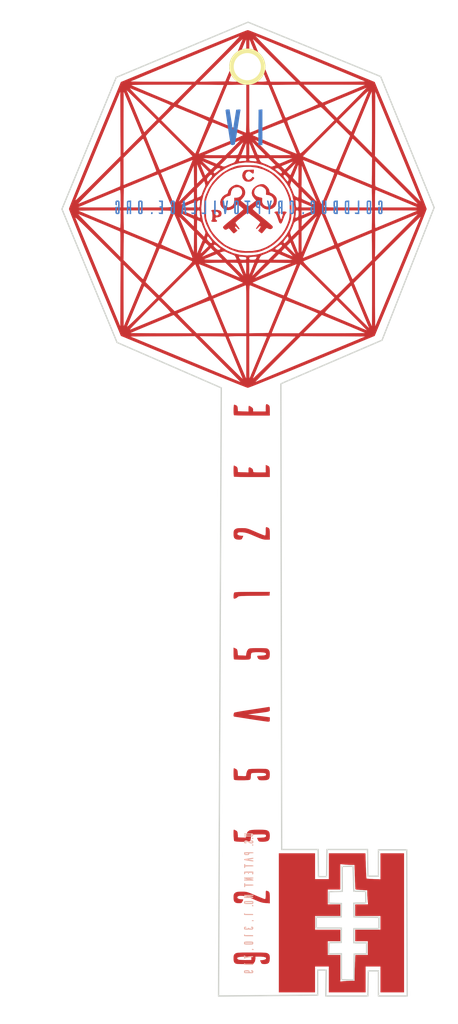
<source format=kicad_pcb>
(kicad_pcb (version 4) (host pcbnew 4.0.5)
  (layers (0 F.Cu signal) (31 B.Cu signal) (34 B.Paste user) (35 F.Paste user) (36 B.SilkS user) (37 F.SilkS user) (38 B.Mask user) (39 F.Mask user) (44 Edge.Cuts user))
  (net 0 "")
  (module lib4:keyward4FCu (layer F.Cu) (at 140.25 139.92)
    (fp_text reference G*** hide)
    (fp_text value LOGO hide)
    (fp_poly (pts (xy -2.921 -4.826) (xy -1.397 -4.826) (xy -1.397 -7.6835) (xy 2.64714 -7.6835) (xy 2.691153 -6.305334) (xy 2.70543 -5.900105) (xy 2.720696 -5.539127) (xy 2.735946 -5.241196) (xy 2.750177 -5.025106) (xy 2.762383 -4.909653) (xy 2.766475 -4.895858) (xy 2.83854 -4.881571) (xy 3.011633 -4.865802) (xy 3.25983 -4.850465) (xy 3.557204 -4.837472) (xy 3.557892 -4.837448) (xy 4.317999 -4.810347) (xy 4.318 -6.246924) (xy 4.318 -7.6835) (xy 6.9215 -7.6835) (xy 6.9215 7.6835) (xy 4.318 7.6835) (xy 4.318 4.826) (xy 2.667 4.826) (xy 2.667 7.6835) (xy -1.397 7.6835) (xy -1.397 4.826) (xy -2.921 4.826) (xy -2.921 7.6835) (xy -6.9215 7.6835) (xy -6.9215 -0.762) (xy -2.921 -0.762) (xy -2.921 0.762) (xy -0.127 0.762) (xy -0.127 2.032) (xy -1.524 2.032) (xy -1.524 3.556) (xy -0.127 3.556) (xy -0.127 6.495091) (xy 0.263314 6.454295) (xy 0.559042 6.430993) (xy 0.886367 6.416225) (xy 1.057064 6.4135) (xy 1.4605 6.4135) (xy 1.460711 5.984875) (xy 1.463522 5.766197) (xy 1.471107 5.456156) (xy 1.482428 5.090255) (xy 1.496451 4.703998) (xy 1.502403 4.556125) (xy 1.543883 3.556) (xy 2.921 3.556) (xy 2.921 2.032) (xy 1.524 2.032) (xy 1.524 0.762) (xy 4.318 0.762) (xy 4.318 -0.762) (xy 1.524 -0.762) (xy 1.524 -2.032) (xy 2.939635 -2.032) (xy 2.898567 -2.517831) (xy 2.877843 -2.804052) (xy 2.863082 -3.086245) (xy 2.8575 -3.301989) (xy 2.8575 -3.600316) (xy 2.214058 -3.639516) (xy 1.943414 -3.657567) (xy 1.725288 -3.675073) (xy 1.587294 -3.689641) (xy 1.553235 -3.696733) (xy 1.546014 -3.762633) (xy 1.535659 -3.936711) (xy 1.523043 -4.20021) (xy 1.50904 -4.534372) (xy 1.494526 -4.920439) (xy 1.489495 -5.064125) (xy 1.443137 -6.4135) (xy 1.048383 -6.4135) (xy 0.747938 -6.421056) (xy 0.421104 -6.440315) (xy 0.263314 -6.454296) (xy -0.127 -6.495092) (xy -0.127 -3.683) (xy -1.524 -3.683) (xy -1.524 -2.032) (xy -0.127 -2.032) (xy -0.127 -0.762) (xy -2.921 -0.762) (xy -6.9215 -0.762) (xy -6.9215 -7.6835) (xy -2.921 -7.6835) (xy -2.921 -4.826)) (layer F.Cu) (width 0.01))
  )
  (module lib4:keyward4FMask (layer F.Cu) (at 140.25 139.92)
    (fp_text reference G*** hide)
    (fp_text value LOGO hide)
  )
  (module lib4:key4headcenterFCu (layer F.Cu) (at 129.86 60.96)
    (fp_text reference G*** hide)
    (fp_text value LOGO hide)
    (fp_poly (pts (xy 0.115544 -19.716906) (xy 0.30974 -19.646657) (xy 0.607579 -19.532837) (xy 1.002306 -19.378175) (xy 1.487165 -19.185397) (xy 2.055399 -18.957229) (xy 2.700251 -18.696398) (xy 3.414965 -18.405631) (xy 4.192785 -18.087654) (xy 5.026954 -17.745194) (xy 5.910717 -17.380977) (xy 6.837316 -16.997731) (xy 7.143055 -16.870986) (xy 14.063861 -14.000362) (xy 16.934485 -7.079556) (xy 17.318022 -6.153283) (xy 17.684639 -5.264733) (xy 18.03152 -4.420877) (xy 18.355851 -3.628687) (xy 18.65482 -2.895133) (xy 18.925611 -2.227188) (xy 19.165412 -1.631822) (xy 19.371407 -1.116006) (xy 19.540784 -0.686713) (xy 19.670729 -0.350913) (xy 19.758427 -0.115577) (xy 19.801065 0.012324) (xy 19.804873 0.03175) (xy 19.780845 0.114741) (xy 19.710751 0.307752) (xy 19.597483 0.603621) (xy 19.443934 0.995183) (xy 19.252994 1.475274) (xy 19.027556 2.036731) (xy 18.770511 2.672391) (xy 18.484752 3.375088) (xy 18.17317 4.137661) (xy 17.838658 4.952944) (xy 17.484106 5.813774) (xy 17.112407 6.712989) (xy 16.934163 7.143091) (xy 14.063689 14.063932) (xy 7.142969 16.93452) (xy 6.204046 17.3233) (xy 5.305788 17.693926) (xy 4.454952 18.043672) (xy 3.658294 18.369812) (xy 2.92257 18.669617) (xy 2.254538 18.940363) (xy 1.660954 19.179321) (xy 1.148573 19.383766) (xy 0.724153 19.550971) (xy 0.39445 19.678209) (xy 0.166221 19.762753) (xy 0.046221 19.801877) (xy 0.03175 19.804358) (xy -0.05083 19.780289) (xy -0.24324 19.710261) (xy -0.538116 19.597249) (xy -0.928093 19.444227) (xy -1.405806 19.254168) (xy -1.96389 19.030047) (xy -2.594982 18.774838) (xy -3.291716 18.491514) (xy -4.046727 18.183049) (xy -4.852652 17.852418) (xy -5.702125 17.502593) (xy -6.587781 17.13655) (xy -7.079059 16.932953) (xy -13.839171 14.12875) (xy -12.967392 14.12875) (xy -6.880571 16.651187) (xy -6.045603 16.997098) (xy -5.243884 17.329024) (xy -4.483177 17.643763) (xy -3.771243 17.938113) (xy -3.115845 18.208871) (xy -2.524745 18.452836) (xy -2.005704 18.666805) (xy -1.566484 18.847576) (xy -1.214848 18.991948) (xy -0.958557 19.096717) (xy -0.805373 19.158682) (xy -0.762099 19.175312) (xy -0.768508 19.167963) (xy 0.864207 19.167963) (xy 0.931417 19.140996) (xy 1.108085 19.068619) (xy 1.386358 18.954079) (xy 1.758385 18.800623) (xy 2.216313 18.611496) (xy 2.752291 18.389945) (xy 3.358466 18.139218) (xy 4.026986 17.86256) (xy 4.75 17.563219) (xy 5.519655 17.24444) (xy 6.3281 16.909471) (xy 6.985494 16.637) (xy 13.036324 14.12875) (xy 5.875018 14.095928) (xy 3.334384 16.643303) (xy 2.868479 17.111261) (xy 2.432608 17.550642) (xy 2.034478 17.953567) (xy 1.681796 18.31216) (xy 1.38227 18.618543) (xy 1.143607 18.864839) (xy 0.973515 19.043169) (xy 0.879702 19.145657) (xy 0.864207 19.167963) (xy -0.768508 19.167963) (xy -0.799775 19.132116) (xy -0.919497 19.007204) (xy -1.113388 18.808545) (xy -1.373575 18.544109) (xy -1.692181 18.221863) (xy -2.061333 17.849778) (xy -2.473154 17.435822) (xy -2.919771 16.987964) (xy -3.270983 16.636464) (xy -5.811519 14.095928) (xy -9.389456 14.112339) (xy -12.967392 14.12875) (xy -13.839171 14.12875) (xy -13.920265 14.095111) (xy -5.30225 14.095111) (xy -2.923805 16.474818) (xy -2.470813 16.9274) (xy -2.04542 17.351152) (xy -1.655944 17.737874) (xy -1.310703 18.079368) (xy -1.018014 18.367434) (xy -0.786196 18.593873) (xy -0.623566 18.750486) (xy -0.538442 18.829075) (xy -0.527611 18.836776) (xy -0.547207 18.776263) (xy -0.610598 18.611054) (xy -0.712724 18.353681) (xy -0.848527 18.016675) (xy -1.012946 17.612568) (xy -1.200922 17.153891) (xy -1.407395 16.653176) (xy -1.481613 16.473889) (xy -2.444248 14.150749) (xy -2.084917 14.150749) (xy -2.024337 14.301143) (xy -1.926531 14.539805) (xy -1.797829 14.851593) (xy -1.644558 15.221364) (xy -1.473047 15.633978) (xy -1.289624 16.074293) (xy -1.100617 16.527166) (xy -0.912354 16.977457) (xy -0.731164 17.410023) (xy -0.563375 17.809722) (xy -0.415315 18.161414) (xy -0.293312 18.449955) (xy -0.203695 18.660206) (xy -0.152791 18.777022) (xy -0.143509 18.796) (xy 0.588013 18.796) (xy 0.625087 18.770858) (xy 0.743792 18.663651) (xy 0.936053 18.48221) (xy 1.193796 18.23437) (xy 1.508945 17.927961) (xy 1.873425 17.570817) (xy 2.279161 17.170771) (xy 2.718077 16.735654) (xy 2.944836 16.51) (xy 5.334783 14.12875) (xy 3.957712 14.111604) (xy 3.551541 14.108734) (xy 3.188628 14.110334) (xy 2.888034 14.115979) (xy 2.668825 14.125243) (xy 2.550063 14.137701) (xy 2.535069 14.143354) (xy 2.504169 14.207734) (xy 2.431176 14.37407) (xy 2.322536 14.62696) (xy 2.184694 14.951002) (xy 2.024097 15.330792) (xy 1.84719 15.750928) (xy 1.660418 16.196009) (xy 1.470228 16.650632) (xy 1.283065 17.099393) (xy 1.105375 17.526892) (xy 0.943602 17.917725) (xy 0.804194 18.25649) (xy 0.693596 18.527784) (xy 0.618252 18.716206) (xy 0.588013 18.796) (xy -0.143509 18.796) (xy -0.13977 18.734829) (xy -0.136328 18.560635) (xy -0.133281 18.287393) (xy -0.130726 17.929081) (xy -0.128763 17.499673) (xy -0.127489 17.013147) (xy -0.127003 16.483479) (xy -0.127 16.4465) (xy -0.127 14.097) (xy 0.1905 14.097) (xy 0.1905 16.457083) (xy 0.191131 16.989076) (xy 0.192931 17.47776) (xy 0.195754 17.909397) (xy 0.199457 18.27025) (xy 0.203896 18.546583) (xy 0.208928 18.724658) (xy 0.214408 18.790737) (xy 0.214931 18.790708) (xy 0.243877 18.728093) (xy 0.315896 18.560976) (xy 0.425575 18.302233) (xy 0.567502 17.964743) (xy 0.736264 17.561382) (xy 0.92645 17.105029) (xy 1.132647 16.608562) (xy 1.173503 16.51) (xy 1.382832 16.004824) (xy 1.577478 15.535034) (xy 1.751945 15.113899) (xy 1.900736 14.754691) (xy 2.018352 14.470679) (xy 2.099299 14.275135) (xy 2.138078 14.18133) (xy 2.140115 14.176375) (xy 2.124837 14.145077) (xy 2.04012 14.122652) (xy 1.871966 14.107941) (xy 1.60638 14.099784) (xy 1.229363 14.097024) (xy 1.181543 14.097) (xy 0.1905 14.097) (xy -0.127 14.097) (xy -1.116542 14.097) (xy -1.45278 14.100239) (xy -1.737304 14.109181) (xy -1.949191 14.122667) (xy -2.067517 14.139533) (xy -2.084917 14.150749) (xy -2.444248 14.150749) (xy -2.453364 14.12875) (xy -3.877807 14.11193) (xy -5.30225 14.095111) (xy -13.920265 14.095111) (xy -13.999368 14.062298) (xy -14.128213 13.751691) (xy -12.947359 13.751691) (xy -12.891141 13.756935) (xy -12.719377 13.761856) (xy -12.44352 13.76636) (xy -12.075022 13.770354) (xy -11.625338 13.773744) (xy -11.10592 13.776436) (xy -10.528222 13.778337) (xy -9.903696 13.779352) (xy -9.551703 13.7795) (xy -6.128239 13.7795) (xy -7.143995 12.764492) (xy -8.15975 11.749484) (xy -10.539651 12.736684) (xy -11.056581 12.951498) (xy -11.536205 13.151558) (xy -11.965993 13.33158) (xy -12.333413 13.486283) (xy -12.625934 13.610383) (xy -12.831027 13.698598) (xy -12.93616 13.745645) (xy -12.947359 13.751691) (xy -14.128213 13.751691) (xy -14.288343 13.365667) (xy -12.987759 13.365667) (xy -12.963279 13.375026) (xy -12.92225 13.361543) (xy -12.804484 13.312833) (xy -12.584868 13.222001) (xy -12.278912 13.09546) (xy -11.902125 12.939625) (xy -11.470016 12.760911) (xy -10.998096 12.565732) (xy -10.6045 12.402947) (xy -10.122885 12.203025) (xy -9.678513 12.017151) (xy -9.285052 11.851152) (xy -8.956173 11.710854) (xy -8.705544 11.602083) (xy -8.69436 11.59705) (xy -7.744006 11.59705) (xy -7.709201 11.647749) (xy -7.596066 11.775178) (xy -7.416541 11.966734) (xy -7.182565 12.209812) (xy -6.906079 12.491811) (xy -6.696956 12.702297) (xy -5.621152 13.7795) (xy -2.606644 13.7795) (xy -2.66172 13.636625) (xy -2.736945 13.446258) (xy -2.845197 13.178779) (xy -2.9791 12.851829) (xy -3.131279 12.483054) (xy -3.294356 12.090098) (xy -3.460956 11.690604) (xy -3.623703 11.302218) (xy -3.775221 10.942583) (xy -3.908134 10.629343) (xy -4.015066 10.380142) (xy -4.08864 10.212625) (xy -4.121481 10.144436) (xy -4.121736 10.144135) (xy -4.185563 10.158564) (xy -4.349142 10.21482) (xy -4.594992 10.305893) (xy -4.905631 10.424769) (xy -5.26358 10.564438) (xy -5.651355 10.717886) (xy -6.051476 10.878104) (xy -6.446461 11.038078) (xy -6.81883 11.190796) (xy -7.1511 11.329248) (xy -7.425791 11.44642) (xy -7.625422 11.535302) (xy -7.73251 11.588881) (xy -7.744006 11.59705) (xy -8.69436 11.59705) (xy -8.546836 11.530666) (xy -8.494173 11.503456) (xy -8.520437 11.445294) (xy -8.623589 11.315282) (xy -8.789232 11.129862) (xy -9.00297 10.905479) (xy -9.129916 10.777291) (xy -9.812236 10.097086) (xy -11.494243 11.781847) (xy -11.929792 12.219247) (xy -12.280846 12.574728) (xy -12.553666 12.855214) (xy -12.754508 13.067627) (xy -12.889632 13.218892) (xy -12.965296 13.315931) (xy -12.987759 13.365667) (xy -14.288343 13.365667) (xy -14.417496 13.054321) (xy -13.313088 13.054321) (xy -13.260817 13.031047) (xy -13.149427 12.942946) (xy -12.973754 12.785287) (xy -12.728636 12.553338) (xy -12.408908 12.242369) (xy -12.009408 11.847647) (xy -11.718348 11.557742) (xy -10.033587 9.875735) (xy -10.067307 9.84191) (xy -9.555354 9.84191) (xy -8.055126 11.346056) (xy -6.170688 10.563811) (xy -5.599554 10.323989) (xy -5.127162 10.11981) (xy -4.757636 9.95318) (xy -4.735811 9.942608) (xy -3.798001 9.942608) (xy -3.779112 10.001449) (xy -3.71821 10.160908) (xy -3.622077 10.40435) (xy -3.497496 10.715142) (xy -3.35125 11.076649) (xy -3.190121 11.472238) (xy -3.020893 11.885275) (xy -2.850347 12.299125) (xy -2.685267 12.697154) (xy -2.532436 13.06273) (xy -2.398635 13.379216) (xy -2.356456 13.477875) (xy -2.227014 13.7795) (xy -0.127 13.7795) (xy -0.127 11.107241) (xy 0.1905 11.107241) (xy 0.1905 13.78257) (xy 0.377814 13.7795) (xy 2.670143 13.7795) (xy 5.684651 13.7795) (xy 6.191738 13.7795) (xy 9.615202 13.7795) (xy 10.260107 13.778949) (xy 10.86427 13.777367) (xy 11.416251 13.774858) (xy 11.904609 13.771523) (xy 12.317905 13.767467) (xy 12.644697 13.762792) (xy 12.873545 13.757603) (xy 12.99301 13.752003) (xy 13.008012 13.748845) (xy 12.944557 13.718656) (xy 12.776267 13.64532) (xy 12.515704 13.534138) (xy 12.175432 13.390407) (xy 11.768012 13.219426) (xy 11.306008 13.026495) (xy 10.801981 12.816913) (xy 10.600304 12.733285) (xy 8.22325 11.74838) (xy 6.191738 13.7795) (xy 5.684651 13.7795) (xy 6.760455 12.702297) (xy 7.059168 12.400632) (xy 7.32335 12.128902) (xy 7.541101 11.899761) (xy 7.700519 11.725858) (xy 7.789701 11.619847) (xy 7.804072 11.592905) (xy 7.728304 11.550874) (xy 7.560042 11.473954) (xy 8.578695 11.473954) (xy 8.592099 11.518703) (xy 8.594213 11.520154) (xy 8.666232 11.553839) (xy 8.839432 11.6295) (xy 9.098227 11.740596) (xy 9.427035 11.880584) (xy 9.81027 12.042925) (xy 10.232348 12.221076) (xy 10.677685 12.408496) (xy 11.130698 12.598644) (xy 11.575802 12.784978) (xy 11.997412 12.960958) (xy 12.379945 13.120041) (xy 12.707816 13.255687) (xy 12.965442 13.361354) (xy 13.137238 13.4305) (xy 13.20755 13.456573) (xy 13.171438 13.41462) (xy 13.054996 13.292751) (xy 12.867825 13.100723) (xy 12.619527 12.848294) (xy 12.319703 12.54522) (xy 11.977955 12.20126) (xy 11.603884 11.826169) (xy 11.557293 11.779543) (xy 9.875735 10.097086) (xy 9.189893 10.779418) (xy 8.919133 11.053063) (xy 8.733092 11.252475) (xy 8.622653 11.388991) (xy 8.578695 11.473954) (xy 7.560042 11.473954) (xy 7.554743 11.471532) (xy 7.300885 11.361896) (xy 6.984225 11.228979) (xy 6.62226 11.079796) (xy 6.232486 10.921361) (xy 5.832399 10.760688) (xy 5.439494 10.604792) (xy 5.071269 10.460686) (xy 4.745219 10.335387) (xy 4.47884 10.235907) (xy 4.289629 10.169261) (xy 4.195081 10.142463) (xy 4.187876 10.143136) (xy 4.156296 10.208585) (xy 4.083709 10.373764) (xy 3.97752 10.620995) (xy 3.845131 10.932597) (xy 3.693944 11.290889) (xy 3.531363 11.67819) (xy 3.36479 12.076821) (xy 3.201628 12.4691) (xy 3.049281 12.837347) (xy 2.91515 13.163883) (xy 2.806639 13.431025) (xy 2.731151 13.621095) (xy 2.725148 13.636625) (xy 2.670143 13.7795) (xy 0.377814 13.7795) (xy 1.252762 13.76516) (xy 2.315025 13.74775) (xy 3.098556 11.852335) (xy 3.287449 11.393519) (xy 3.458732 10.973869) (xy 3.606834 10.607322) (xy 3.726181 10.307817) (xy 3.811201 10.089292) (xy 3.856322 9.965687) (xy 3.861918 9.942878) (xy 3.800751 9.916228) (xy 3.639694 9.84858) (xy 3.448767 9.769038) (xy 4.351783 9.769038) (xy 4.418547 9.803087) (xy 4.585639 9.877394) (xy 4.835586 9.984763) (xy 5.150916 10.117999) (xy 5.514154 10.269907) (xy 5.907828 10.433292) (xy 6.314464 10.600958) (xy 6.71659 10.765709) (xy 7.096732 10.920352) (xy 7.437417 11.057689) (xy 7.721172 11.170527) (xy 7.930524 11.251669) (xy 8.047999 11.293921) (xy 8.065535 11.298331) (xy 8.140955 11.256853) (xy 8.287419 11.139209) (xy 8.48771 10.960549) (xy 8.724612 10.736028) (xy 8.890315 10.572433) (xy 9.588038 9.872724) (xy 10.095857 9.872724) (xy 11.762604 11.540362) (xy 12.140189 11.917627) (xy 12.488877 12.265016) (xy 12.798667 12.572641) (xy 13.059558 12.830614) (xy 13.261548 13.029048) (xy 13.394635 13.158054) (xy 13.448818 13.207746) (xy 13.449423 13.208) (xy 13.445372 13.167944) (xy 13.441116 13.160375) (xy 13.41093 13.092379) (xy 13.338084 12.920887) (xy 13.228389 12.659789) (xy 13.087649 12.322977) (xy 12.921674 11.924342) (xy 12.736271 11.477775) (xy 12.584962 11.1125) (xy 12.382644 10.623965) (xy 12.190149 10.159808) (xy 12.014308 9.736448) (xy 11.861949 9.370302) (xy 11.739901 9.077789) (xy 11.654994 8.875327) (xy 11.622481 8.798685) (xy 11.487777 8.48512) (xy 10.095857 9.872724) (xy 9.588038 9.872724) (xy 9.618809 9.841866) (xy 7.749127 7.971377) (xy 7.34855 7.572003) (xy 6.975963 7.203183) (xy 6.640823 6.874084) (xy 6.352594 6.593877) (xy 6.120733 6.37173) (xy 5.954703 6.216812) (xy 5.863963 6.138294) (xy 5.849794 6.130538) (xy 5.816007 6.197287) (xy 5.742554 6.362835) (xy 5.636563 6.609871) (xy 5.505159 6.921087) (xy 5.355471 7.279172) (xy 5.194624 7.666817) (xy 5.029745 8.06671) (xy 4.867961 8.461544) (xy 4.716398 8.834007) (xy 4.582183 9.16679) (xy 4.472443 9.442582) (xy 4.394305 9.644075) (xy 4.354895 9.753957) (xy 4.351783 9.769038) (xy 3.448767 9.769038) (xy 3.396334 9.747194) (xy 3.088254 9.619327) (xy 2.733042 9.472239) (xy 2.348282 9.313186) (xy 1.95156 9.149429) (xy 1.560461 8.988226) (xy 1.192571 8.836834) (xy 0.865475 8.702512) (xy 0.596758 8.59252) (xy 0.404007 8.514115) (xy 0.304807 8.474555) (xy 0.301625 8.473355) (xy 0.274488 8.469228) (xy 0.252156 8.486353) (xy 0.234163 8.535768) (xy 0.220042 8.628508) (xy 0.209329 8.775612) (xy 0.201557 8.988116) (xy 0.196261 9.277058) (xy 0.192976 9.653473) (xy 0.191235 10.1284) (xy 0.190573 10.712875) (xy 0.1905 11.107241) (xy -0.127 11.107241) (xy -0.127 11.105706) (xy -0.127597 10.438321) (xy -0.129602 9.887873) (xy -0.133339 9.444301) (xy -0.13913 9.097545) (xy -0.1473 8.837546) (xy -0.15817 8.654245) (xy -0.172064 8.537582) (xy -0.189306 8.477497) (xy -0.210217 8.46393) (xy -0.211834 8.464466) (xy -0.305632 8.502056) (xy -0.493866 8.578748) (xy -0.759052 8.687335) (xy -1.083706 8.82061) (xy -1.450342 8.971366) (xy -1.841476 9.132396) (xy -2.239623 9.296493) (xy -2.627299 9.456451) (xy -2.987019 9.605063) (xy -3.301298 9.735121) (xy -3.552651 9.83942) (xy -3.723595 9.910752) (xy -3.796643 9.941911) (xy -3.798001 9.942608) (xy -4.735811 9.942608) (xy -4.4951 9.826008) (xy -4.343679 9.740201) (xy -4.30548 9.700907) (xy -4.335427 9.616891) (xy -4.406271 9.435801) (xy -4.510633 9.175498) (xy -4.641133 8.853845) (xy -4.790392 8.488701) (xy -4.951032 8.09793) (xy -5.115672 7.699392) (xy -5.276935 7.310948) (xy -5.42744 6.950461) (xy -5.559809 6.63579) (xy -5.666663 6.384799) (xy -5.740621 6.215348) (xy -5.774306 6.145298) (xy -5.774538 6.14501) (xy -5.826259 6.178466) (xy -5.957807 6.29312) (xy -6.159681 6.479894) (xy -6.422383 6.72971) (xy -6.736412 7.033489) (xy -7.09227 7.382154) (xy -7.480455 7.766625) (xy -7.684591 7.970341) (xy -9.555354 9.84191) (xy -10.067307 9.84191) (xy -10.713792 9.193415) (xy -10.951963 8.96017) (xy -11.15968 8.767433) (xy -11.320538 8.629593) (xy -11.418129 8.561043) (xy -11.43854 8.557672) (xy -11.473679 8.627648) (xy -11.554669 8.810134) (xy -11.679377 9.100053) (xy -11.845671 9.492328) (xy -12.05142 9.981883) (xy -12.294492 10.56364) (xy -12.572753 11.232522) (xy -12.884073 11.983453) (xy -13.22632 12.811355) (xy -13.311404 13.0175) (xy -13.313088 13.054321) (xy -14.417496 13.054321) (xy -16.86993 7.142274) (xy -17.251135 6.221713) (xy -17.615964 5.337569) (xy -17.961564 4.496909) (xy -18.285083 3.706797) (xy -18.583668 2.9743) (xy -18.854467 2.306483) (xy -19.094627 1.710412) (xy -19.301296 1.193152) (xy -19.374684 1.007281) (xy -19.037455 1.007281) (xy -19.034435 1.016) (xy -18.998112 1.104914) (xy -18.91661 1.302935) (xy -18.793333 1.601829) (xy -18.631685 1.99336) (xy -18.435069 2.469295) (xy -18.206888 3.021401) (xy -17.950547 3.641442) (xy -17.669447 4.321185) (xy -17.366994 5.052395) (xy -17.04659 5.826838) (xy -16.711638 6.636281) (xy -16.505558 7.134215) (xy -14.06525 13.03018) (xy -14.049586 9.615202) (xy -13.716 9.615202) (xy -13.715473 10.260155) (xy -13.713957 10.864406) (xy -13.711551 11.416509) (xy -13.708355 11.905016) (xy -13.704467 12.318483) (xy -13.699987 12.645462) (xy -13.695014 12.874508) (xy -13.689646 12.994174) (xy -13.686622 13.009288) (xy -13.656701 12.946125) (xy -13.583592 12.778128) (xy -13.472586 12.517844) (xy -13.328976 12.17782) (xy -13.158054 11.770605) (xy -12.965113 11.308746) (xy -12.755445 10.804791) (xy -12.671125 10.60158) (xy -11.685007 8.22325) (xy -11.790521 8.117709) (xy -11.282217 8.117709) (xy -10.546821 8.853104) (xy -10.298773 9.099269) (xy -10.082417 9.310416) (xy -9.913378 9.47158) (xy -9.807281 9.567799) (xy -9.778935 9.5885) (xy -9.728557 9.545059) (xy -9.598073 9.420967) (xy -9.396984 9.225568) (xy -9.134793 8.968206) (xy -8.821002 8.658225) (xy -8.465114 8.304969) (xy -8.076631 7.917782) (xy -7.87685 7.7181) (xy -7.41209 7.252132) (xy -7.031027 6.867425) (xy -6.726683 6.556316) (xy -6.492081 6.311144) (xy -6.323763 6.128071) (xy -5.382344 6.128071) (xy -5.363 6.187606) (xy -5.299765 6.351813) (xy -5.197733 6.608192) (xy -5.062001 6.944243) (xy -4.897667 7.347468) (xy -4.709825 7.805366) (xy -4.503573 8.305439) (xy -4.284007 8.835185) (xy -4.056223 9.382107) (xy -4.030003 9.444889) (xy -3.944096 9.650528) (xy -3.638923 9.51964) (xy -3.492614 9.4579) (xy -3.250002 9.356677) (xy -2.932256 9.224755) (xy -2.560545 9.070912) (xy -2.156038 8.90393) (xy -1.93675 8.813583) (xy -1.54228 8.650279) (xy -1.187078 8.501528) (xy -0.888013 8.374533) (xy -0.66195 8.276497) (xy -0.525758 8.214621) (xy -0.493508 8.197289) (xy -0.506446 8.189371) (xy 0.548204 8.189371) (xy 0.621771 8.229519) (xy 0.792996 8.307568) (xy 1.044009 8.416268) (xy 1.35694 8.548371) (xy 1.713919 8.696627) (xy 2.097077 8.853787) (xy 2.488545 9.012604) (xy 2.870452 9.165826) (xy 3.224929 9.306207) (xy 3.534107 9.426496) (xy 3.780116 9.519445) (xy 3.945085 9.577804) (xy 4.011146 9.594326) (xy 4.011309 9.594204) (xy 4.045516 9.528045) (xy 4.121371 9.359364) (xy 4.232442 9.103189) (xy 4.372296 8.774545) (xy 4.5345 8.388458) (xy 4.712621 7.959953) (xy 4.758583 7.84869) (xy 4.937209 7.413989) (xy 5.098024 7.019248) (xy 5.235157 6.679152) (xy 5.342738 6.408384) (xy 5.414897 6.221627) (xy 5.445762 6.133565) (xy 5.446274 6.128626) (xy 5.383658 6.147411) (xy 5.21995 6.209745) (xy 4.969858 6.309442) (xy 4.648091 6.440311) (xy 4.269357 6.596166) (xy 3.848366 6.770817) (xy 3.399826 6.958076) (xy 2.938447 7.151754) (xy 2.478937 7.345664) (xy 2.036004 7.533617) (xy 1.624359 7.709425) (xy 1.25871 7.866898) (xy 0.953765 7.999849) (xy 0.724233 8.102089) (xy 0.584825 8.16743) (xy 0.548204 8.189371) (xy -0.506446 8.189371) (xy -0.542277 8.167444) (xy -0.693766 8.095361) (xy -0.9333 7.987251) (xy -1.246206 7.849325) (xy -1.617809 7.687794) (xy -1.644427 7.676335) (xy 0.801491 7.676335) (xy 2.827314 6.838542) (xy 4.853138 6.00075) (xy 3.682469 5.983388) (xy 2.511801 5.966026) (xy 1.656646 6.82118) (xy 0.801491 7.676335) (xy -1.644427 7.676335) (xy -2.033433 7.508869) (xy -2.478404 7.318762) (xy -2.938047 7.123684) (xy -3.397688 6.929844) (xy -3.842652 6.743456) (xy -4.258264 6.57073) (xy -4.629849 6.417877) (xy -4.942733 6.291107) (xy -5.182241 6.196634) (xy -5.333698 6.140666) (xy -5.382344 6.128071) (xy -6.323763 6.128071) (xy -6.320246 6.124246) (xy -6.21509 6.00075) (xy -4.781796 6.00075) (xy -2.851273 6.805475) (xy -2.385601 6.998957) (xy -1.956541 7.176021) (xy -1.57835 7.330877) (xy -1.265285 7.457734) (xy -1.031603 7.550805) (xy -0.891561 7.604298) (xy -0.85755 7.6151) (xy -0.879854 7.574451) (xy -0.979894 7.458435) (xy -0.982811 7.455294) (xy 0.511895 7.455294) (xy 1.971511 6.00075) (xy 1.57958 5.9816) (xy 1.365386 5.979201) (xy 1.203495 5.992263) (xy 1.137033 6.01335) (xy 1.094093 6.089239) (xy 1.015064 6.257673) (xy 0.911366 6.493419) (xy 0.799156 6.759772) (xy 0.511895 7.455294) (xy -0.982811 7.455294) (xy -1.144909 7.280786) (xy -1.362139 7.055238) (xy -1.618823 6.795527) (xy -1.621337 6.793013) (xy -2.445349 5.969) (xy -1.934679 5.969) (xy -1.2065 6.69925) (xy -0.961364 6.944325) (xy -0.749799 7.154393) (xy -0.587013 7.314473) (xy -0.48821 7.409582) (xy -0.465341 7.4295) (xy -0.483121 7.374868) (xy -0.54118 7.226356) (xy -0.630294 7.00704) (xy -0.734379 6.756365) (xy -0.849418 6.484032) (xy -0.948355 6.253993) (xy -1.019948 6.092118) (xy -1.051696 6.026115) (xy -1.119029 6.00075) (xy -0.687164 6.00075) (xy -0.422957 6.646625) (xy -0.15875 7.292501) (xy -0.140563 6.65423) (xy -0.135475 6.383269) (xy -0.136316 6.163614) (xy -0.142691 6.023607) (xy -0.149828 5.988505) (xy -0.22457 5.975667) (xy -0.377284 5.977303) (xy -0.432223 5.9809) (xy -0.687164 6.00075) (xy -1.119029 6.00075) (xy -1.128642 5.997129) (xy -1.295894 5.976573) (xy -1.510837 5.969) (xy 0.1905 5.969) (xy 0.195868 7.33425) (xy 0.356572 6.95325) (xy 0.465913 6.691713) (xy 0.576837 6.422791) (xy 0.638711 6.270625) (xy 0.760146 5.969) (xy 0.1905 5.969) (xy -1.510837 5.969) (xy -1.934679 5.969) (xy -2.445349 5.969) (xy -2.448323 5.966026) (xy -3.61506 5.983388) (xy -4.781796 6.00075) (xy -6.21509 6.00075) (xy -6.204199 5.98796) (xy -6.136965 5.894623) (xy -6.111566 5.836574) (xy -6.115513 5.823876) (xy 6.174823 5.823876) (xy 6.187817 5.871842) (xy 6.240452 5.952682) (xy 6.339694 6.074044) (xy 6.492509 6.243577) (xy 6.705863 6.468931) (xy 6.986723 6.757754) (xy 7.342055 7.117696) (xy 7.778825 7.556406) (xy 7.940349 7.7181) (xy 8.341312 8.118512) (xy 8.714293 8.489583) (xy 9.049797 8.82197) (xy 9.338328 9.106331) (xy 9.570392 9.333323) (xy 9.736494 9.493602) (xy 9.82714 9.577825) (xy 9.841142 9.5885) (xy 9.894256 9.545933) (xy 10.021262 9.428189) (xy 10.206555 9.250199) (xy 10.434531 9.026893) (xy 10.609559 8.853203) (xy 11.241156 8.22325) (xy 11.750103 8.22325) (xy 12.7426 10.620375) (xy 12.957455 11.138033) (xy 13.157385 11.617295) (xy 13.337184 12.045858) (xy 13.491644 12.411422) (xy 13.615559 12.701684) (xy 13.70372 12.904341) (xy 13.750921 13.007094) (xy 13.757299 13.0175) (xy 13.761495 12.955932) (xy 13.765432 12.778961) (xy 13.769034 12.498183) (xy 13.772227 12.125194) (xy 13.774934 11.67159) (xy 13.777081 11.148967) (xy 13.778592 10.568922) (xy 13.77939 9.943051) (xy 13.7795 9.604619) (xy 13.7795 6.191738) (xy 12.764801 7.207494) (xy 11.750103 8.22325) (xy 11.241156 8.22325) (xy 11.346776 8.117906) (xy 10.598682 6.314791) (xy 10.410779 5.862973) (xy 10.236813 5.446723) (xy 10.083177 5.08118) (xy 9.956265 4.781482) (xy 9.862472 4.562766) (xy 9.808192 4.44017) (xy 9.798918 4.421336) (xy 9.763101 4.402984) (xy 9.68226 4.410273) (xy 9.545095 4.447178) (xy 9.340308 4.517675) (xy 9.056599 4.62574) (xy 8.682671 4.775349) (xy 8.207222 4.970476) (xy 8.03275 5.042783) (xy 7.590438 5.226251) (xy 7.181955 5.395383) (xy 6.823248 5.543599) (xy 6.530263 5.664321) (xy 6.318947 5.75097) (xy 6.205246 5.796968) (xy 6.194502 5.801135) (xy 6.174823 5.823876) (xy -6.115513 5.823876) (xy -6.121025 5.806148) (xy -6.131003 5.800712) (xy -6.219745 5.764998) (xy -6.409814 5.687123) (xy -6.647888 5.589063) (xy -4.79425 5.589063) (xy -4.782977 5.609134) (xy -4.654572 5.625631) (xy -4.418869 5.637952) (xy -4.085702 5.645493) (xy -3.842506 5.647474) (xy -2.763762 5.6515) (xy -3.401433 5.013829) (xy -4.034342 5.274252) (xy -4.308011 5.387052) (xy -4.548227 5.486414) (xy -4.724188 5.559578) (xy -4.79425 5.589063) (xy -6.647888 5.589063) (xy -6.68526 5.57367) (xy -7.030137 5.431219) (xy -7.428495 5.266352) (xy -7.864387 5.085649) (xy -7.96925 5.042134) (xy -8.485692 4.829321) (xy -8.896405 4.663878) (xy -9.211927 4.542069) (xy -9.442794 4.460161) (xy -9.599541 4.414419) (xy -9.692706 4.401107) (xy -9.732824 4.416492) (xy -9.733072 4.416916) (xy -9.768955 4.49531) (xy -9.846982 4.676002) (xy -9.960791 4.943915) (xy -10.104019 5.283977) (xy -10.270305 5.681112) (xy -10.453285 6.120245) (xy -10.532305 6.310498) (xy -11.282217 8.117709) (xy -11.790521 8.117709) (xy -12.700504 7.207494) (xy -13.716 6.191738) (xy -13.716 9.615202) (xy -14.049586 9.615202) (xy -14.04884 9.452599) (xy -14.032429 5.875018) (xy -14.228285 5.67952) (xy -13.718365 5.67952) (xy -12.654258 6.74501) (xy -12.353849 7.044253) (xy -12.083064 7.31102) (xy -11.854762 7.532883) (xy -11.681805 7.697415) (xy -11.577051 7.79219) (xy -11.551663 7.8105) (xy -11.518606 7.754142) (xy -11.443798 7.594739) (xy -11.333564 7.34679) (xy -11.19423 7.0248) (xy -11.032122 6.643269) (xy -10.853565 6.2167) (xy -10.796912 6.080125) (xy -10.614879 5.638125) (xy -10.449349 5.231906) (xy -10.306466 4.876889) (xy -10.192377 4.588499) (xy -10.113225 4.382159) (xy -10.075157 4.273292) (xy -10.0727 4.262412) (xy -10.129064 4.210264) (xy -10.301956 4.115231) (xy -10.588799 3.978511) (xy -10.651183 3.950749) (xy -9.542814 3.950749) (xy -9.489681 3.985902) (xy -9.336885 4.062435) (xy -9.101932 4.17273) (xy -8.802327 4.309167) (xy -8.455573 4.464126) (xy -8.079175 4.629988) (xy -7.690637 4.799133) (xy -7.307465 4.963942) (xy -6.947162 5.116794) (xy -6.627233 5.250071) (xy -6.365182 5.356153) (xy -6.178514 5.42742) (xy -6.084733 5.456252) (xy -6.084055 5.45633) (xy -6.08981 5.403753) (xy -6.112251 5.335402) (xy -5.04825 5.335402) (xy -4.5085 5.106338) (xy -4.250011 4.997208) (xy -4.020027 4.901128) (xy -3.891517 4.8483) (xy -3.053979 4.8483) (xy -2.257919 5.6515) (xy -1.73221 5.6515) (xy -1.491787 5.648826) (xy -1.309129 5.641705) (xy -1.213781 5.631484) (xy -1.2065 5.627504) (xy -1.228582 5.55906) (xy -1.28316 5.420351) (xy -1.297924 5.384702) (xy -1.341438 5.310855) (xy -0.94694 5.310855) (xy -0.943018 5.377895) (xy -0.900677 5.492481) (xy -0.844203 5.584984) (xy -0.758415 5.632656) (xy -0.605146 5.649843) (xy -0.477612 5.6515) (xy -0.276877 5.647143) (xy -0.172164 5.625194) (xy -0.132566 5.57233) (xy -0.127 5.500382) (xy 0.1905 5.500382) (xy 0.200607 5.586901) (xy 0.251532 5.632034) (xy 0.374183 5.649101) (xy 0.541111 5.6515) (xy 0.748026 5.645002) (xy 0.8421 5.621904) (xy 1.27 5.621904) (xy 1.328571 5.635439) (xy 1.484589 5.645722) (xy 1.708511 5.65109) (xy 1.795709 5.6515) (xy 2.321418 5.6515) (xy 2.827261 5.6515) (xy 3.906005 5.648672) (xy 4.98475 5.645845) (xy 4.547036 5.461) (xy 6.125026 5.461) (xy 6.186817 5.43773) (xy 6.351147 5.371946) (xy 6.603202 5.269684) (xy 6.928168 5.136982) (xy 7.31123 4.979877) (xy 7.737576 4.804406) (xy 7.851471 4.757434) (xy 8.287892 4.576493) (xy 8.685693 4.409876) (xy 9.028187 4.264714) (xy 10.135787 4.264714) (xy 10.161536 4.347514) (xy 10.228755 4.526103) (xy 10.330134 4.782984) (xy 10.458361 5.100657) (xy 10.606127 5.461626) (xy 10.766119 5.84839) (xy 10.931029 6.243452) (xy 11.093544 6.629314) (xy 11.246354 6.988476) (xy 11.382149 7.303441) (xy 11.493617 7.55671) (xy 11.573448 7.730784) (xy 11.614332 7.808166) (xy 11.617193 7.8105) (xy 11.670406 7.767468) (xy 11.800188 7.646657) (xy 11.993705 7.46049) (xy 12.238126 7.221388) (xy 12.520619 6.941776) (xy 12.717757 6.74501) (xy 13.588481 5.873154) (xy 14.097 5.873154) (xy 14.097 9.45591) (xy 14.097448 10.11628) (xy 14.098738 10.73633) (xy 14.100789 11.304855) (xy 14.103516 11.810646) (xy 14.106839 12.242499) (xy 14.110674 12.589204) (xy 14.11494 12.839557) (xy 14.119554 12.98235) (xy 14.123118 13.012208) (xy 14.150534 12.951122) (xy 14.223269 12.780506) (xy 14.338065 12.508174) (xy 14.491664 12.141938) (xy 14.680808 11.689611) (xy 14.902239 11.159005) (xy 15.152697 10.557933) (xy 15.428924 9.894208) (xy 15.727663 9.175642) (xy 16.045654 8.410048) (xy 16.379639 7.60524) (xy 16.63684 6.985) (xy 16.981088 6.154468) (xy 17.311889 5.356159) (xy 17.625962 4.598001) (xy 17.920027 3.887922) (xy 18.190802 3.233853) (xy 18.435007 2.643722) (xy 18.649362 2.125457) (xy 18.830586 1.686989) (xy 18.975398 1.336246) (xy 19.080518 1.081158) (xy 19.142665 0.929652) (xy 19.159019 0.889) (xy 19.121969 0.914756) (xy 19.003028 1.022792) (xy 18.810019 1.205498) (xy 18.550767 1.455265) (xy 18.233097 1.764485) (xy 17.864834 2.125547) (xy 17.453801 2.530844) (xy 17.007825 2.972766) (xy 16.645297 3.333452) (xy 14.097 5.873154) (xy 13.588481 5.873154) (xy 13.781864 5.67952) (xy 13.7783 5.36575) (xy 14.095111 5.36575) (xy 16.474818 2.987304) (xy 16.9274 2.534312) (xy 17.351152 2.10892) (xy 17.737874 1.719444) (xy 18.079368 1.374202) (xy 18.367434 1.081514) (xy 18.593874 0.849696) (xy 18.750488 0.687066) (xy 18.829076 0.601942) (xy 18.836778 0.591111) (xy 18.77628 0.610743) (xy 18.611112 0.674236) (xy 18.3538 0.776522) (xy 18.016871 0.912536) (xy 17.612851 1.077211) (xy 17.154268 1.26548) (xy 16.653648 1.472277) (xy 16.47389 1.54682) (xy 14.12875 2.520275) (xy 14.11193 3.943012) (xy 14.095111 5.36575) (xy 13.7783 5.36575) (xy 13.74775 2.67685) (xy 11.938 3.428264) (xy 11.389456 3.658859) (xy 10.932967 3.856728) (xy 10.574086 4.019291) (xy 10.31837 4.143971) (xy 10.171373 4.22819) (xy 10.135787 4.264714) (xy 9.028187 4.264714) (xy 9.02982 4.264022) (xy 9.30522 4.145371) (xy 9.496837 4.060365) (xy 9.58962 4.015442) (xy 9.595538 4.011309) (xy 9.580042 3.947049) (xy 9.522501 3.783608) (xy 9.430169 3.538847) (xy 9.3103 3.230627) (xy 9.170147 2.876808) (xy 9.016964 2.495252) (xy 8.858005 2.103819) (xy 8.700524 1.72037) (xy 8.551774 1.362765) (xy 8.419009 1.048864) (xy 8.309482 0.79653) (xy 8.230449 0.623622) (xy 8.189161 0.548002) (xy 8.188873 0.547707) (xy 8.157308 0.595547) (xy 8.084013 0.747113) (xy 7.975108 0.988489) (xy 7.836712 1.30576) (xy 7.674944 1.685009) (xy 7.495923 2.112322) (xy 7.416201 2.304866) (xy 7.214762 2.792646) (xy 7.013857 3.278369) (xy 6.822795 3.739585) (xy 6.650883 4.153846) (xy 6.507431 4.498703) (xy 6.401747 4.751707) (xy 6.390556 4.778375) (xy 6.280214 5.045128) (xy 6.193292 5.263056) (xy 6.138685 5.409288) (xy 6.125026 5.461) (xy 4.547036 5.461) (xy 3.47182 5.006941) (xy 2.827261 5.6515) (xy 2.321418 5.6515) (xy 2.725337 5.243958) (xy 3.129255 4.836417) (xy 2.877516 4.760994) (xy 2.798165 4.742177) (xy 3.780739 4.742177) (xy 3.78352 4.757187) (xy 3.857192 4.798332) (xy 4.016705 4.872647) (xy 4.229844 4.966482) (xy 4.464395 5.066192) (xy 4.688143 5.158129) (xy 4.868873 5.228646) (xy 4.97437 5.264096) (xy 4.984202 5.265828) (xy 4.969082 5.226645) (xy 4.87876 5.117095) (xy 4.729077 4.955354) (xy 4.589088 4.812432) (xy 4.131021 4.354365) (xy 3.939422 4.537928) (xy 3.829197 4.658407) (xy 3.780739 4.742177) (xy 2.798165 4.742177) (xy 2.716718 4.722863) (xy 2.584152 4.729467) (xy 2.425433 4.788792) (xy 2.313013 4.843884) (xy 2.07665 4.952926) (xy 1.834791 5.048485) (xy 1.738504 5.080463) (xy 1.533303 5.171678) (xy 1.404071 5.316964) (xy 1.373379 5.37552) (xy 1.306427 5.52301) (xy 1.271463 5.613874) (xy 1.27 5.621904) (xy 0.8421 5.621904) (xy 0.866375 5.615944) (xy 0.934325 5.549981) (xy 0.964176 5.492481) (xy 1.008712 5.369279) (xy 1.010439 5.310855) (xy 0.938383 5.303576) (xy 0.776681 5.307101) (xy 0.587375 5.318756) (xy 0.370245 5.339416) (xy 0.251033 5.367842) (xy 0.200772 5.417287) (xy 0.1905 5.500382) (xy -0.127 5.500382) (xy -0.137426 5.416904) (xy -0.188011 5.367623) (xy -0.307722 5.339283) (xy -0.523875 5.318756) (xy -0.734354 5.3062) (xy -0.887945 5.303838) (xy -0.94694 5.310855) (xy -1.341438 5.310855) (xy -1.390721 5.227221) (xy -1.533402 5.129985) (xy -1.663049 5.084045) (xy -1.887514 5.004144) (xy -2.141706 4.89578) (xy -2.249244 4.844021) (xy -2.440886 4.754312) (xy -2.575797 4.720963) (xy -2.707124 4.736654) (xy -2.807858 4.767073) (xy -3.053979 4.8483) (xy -3.891517 4.8483) (xy -3.855068 4.833317) (xy -3.81412 4.816989) (xy -3.659489 4.756704) (xy -3.862099 4.554093) (xy -4.06471 4.351483) (xy -4.55648 4.843443) (xy -5.04825 5.335402) (xy -6.112251 5.335402) (xy -6.137923 5.25721) (xy -6.220315 5.039291) (xy -6.326482 4.778375) (xy -6.425958 4.540048) (xy -6.564495 4.20671) (xy -6.732804 3.800788) (xy -6.921596 3.344707) (xy -7.12158 2.860893) (xy -7.323469 2.371771) (xy -7.35199 2.302612) (xy -7.536613 1.859434) (xy -7.707015 1.459107) (xy -7.857039 1.115412) (xy -7.948636 0.912708) (xy -7.537876 0.912708) (xy -7.519104 0.973777) (xy -7.456946 1.138298) (xy -7.356909 1.392511) (xy -7.224499 1.722658) (xy -7.065222 2.114979) (xy -6.884584 2.555713) (xy -6.747228 2.888442) (xy -5.93725 4.844847) (xy -5.919891 3.678919) (xy -5.907211 2.827261) (xy -5.588 2.827261) (xy -5.585173 3.906005) (xy -5.582346 4.98475) (xy -5.564247 4.941891) (xy -5.187461 4.941891) (xy -5.161483 4.945161) (xy -5.062989 4.871467) (xy -4.908537 4.734369) (xy -4.757321 4.589635) (xy -4.290866 4.131021) (xy -4.356206 4.06282) (xy -3.76448 4.06282) (xy -3.745402 4.136) (xy -3.650092 4.25268) (xy -3.577788 4.328202) (xy -3.390671 4.4956) (xy -3.24168 4.563302) (xy -3.103833 4.54065) (xy -3.049839 4.51098) (xy -2.984932 4.451125) (xy -2.986339 4.430364) (xy -3.048248 4.382265) (xy -3.17892 4.279025) (xy -3.320012 4.16691) (xy -3.497166 4.034241) (xy -3.610242 3.976874) (xy -3.687789 3.983224) (xy -3.719812 4.0047) (xy -3.76448 4.06282) (xy -4.356206 4.06282) (xy -4.475465 3.938341) (xy -4.597409 3.830467) (xy -4.684959 3.787858) (xy -4.702208 3.793706) (xy -4.741495 3.867953) (xy -4.814161 4.028075) (xy -4.906629 4.241945) (xy -5.005321 4.477436) (xy -5.09666 4.702424) (xy -5.167068 4.884781) (xy -5.187461 4.941891) (xy -5.564247 4.941891) (xy -4.943442 3.47182) (xy -5.079721 3.335541) (xy -4.482392 3.335541) (xy -4.430321 3.452809) (xy -4.299096 3.606164) (xy -4.276605 3.629377) (xy -4.132068 3.768053) (xy -4.040854 3.823074) (xy -3.974559 3.807993) (xy -3.948981 3.785694) (xy -3.910771 3.722741) (xy -3.927134 3.638953) (xy -4.008802 3.506182) (xy -4.105099 3.376196) (xy -4.237718 3.209461) (xy -4.341587 3.092104) (xy -4.390492 3.051616) (xy -4.433701 3.102589) (xy -4.473464 3.216263) (xy -4.482392 3.335541) (xy -5.079721 3.335541) (xy -5.265721 3.149541) (xy -5.588 2.827261) (xy -5.907211 2.827261) (xy -5.902531 2.512991) (xy -6.710539 1.703186) (xy -6.96957 1.445614) (xy -7.196328 1.224006) (xy -7.376327 1.052201) (xy -7.495082 0.94404) (xy -7.537876 0.912708) (xy -7.948636 0.912708) (xy -7.980527 0.842134) (xy -8.071321 0.653055) (xy -8.123264 0.561957) (xy -8.13214 0.556362) (xy -8.165086 0.623832) (xy -8.238464 0.790602) (xy -8.344682 1.0384) (xy -8.476146 1.348959) (xy -8.625265 1.704007) (xy -8.784446 2.085275) (xy -8.946095 2.474493) (xy -9.10262 2.853391) (xy -9.246428 3.203699) (xy -9.369926 3.507148) (xy -9.465522 3.745466) (xy -9.525622 3.900385) (xy -9.542814 3.950749) (xy -10.651183 3.950749) (xy -10.987017 3.801298) (xy -11.494031 3.584789) (xy -11.8745 3.426123) (xy -13.68425 2.67717) (xy -13.701308 4.178345) (xy -13.718365 5.67952) (xy -14.228285 5.67952) (xy -16.577717 3.334384) (xy -17.149687 2.764737) (xy -17.637211 2.282089) (xy -18.04448 1.882485) (xy -18.375687 1.561968) (xy -18.635021 1.316585) (xy -18.826673 1.14238) (xy -18.954836 1.035397) (xy -19.023699 0.991683) (xy -19.037455 1.007281) (xy -19.374684 1.007281) (xy -19.471621 0.76177) (xy -19.538939 0.588024) (xy -18.7325 0.588024) (xy -18.707359 0.625096) (xy -18.600152 0.743799) (xy -18.418712 0.936058) (xy -18.170871 1.1938) (xy -17.864463 1.508947) (xy -17.507319 1.873426) (xy -17.107272 2.27916) (xy -16.672156 2.718076) (xy -16.4465 2.944836) (xy -14.06525 5.334783) (xy -14.048105 3.957712) (xy -14.045235 3.551455) (xy -14.046836 3.188373) (xy -14.052482 2.88755) (xy -14.061748 2.668072) (xy -14.074208 2.549023) (xy -14.079855 2.533923) (xy -14.144175 2.502916) (xy -14.31047 2.429857) (xy -14.563338 2.321186) (xy -14.887377 2.183345) (xy -15.267185 2.022777) (xy -15.687361 1.845922) (xy -16.132504 1.659221) (xy -16.58721 1.469118) (xy -17.036078 1.282053) (xy -17.463707 1.104467) (xy -17.854694 0.942803) (xy -18.193639 0.803502) (xy -18.465138 0.693005) (xy -18.653791 0.617755) (xy -18.7325 0.588024) (xy -19.538939 0.588024) (xy -19.60275 0.42333) (xy -19.675677 0.228133) (xy -18.701607 0.228133) (xy -18.70075 0.228873) (xy -18.582053 0.28016) (xy -18.369669 0.370179) (xy -18.078987 0.492523) (xy -17.725391 0.640786) (xy -17.32427 0.808563) (xy -16.891009 0.989447) (xy -16.440996 1.177033) (xy -15.989617 1.364914) (xy -15.552258 1.546685) (xy -15.144306 1.71594) (xy -14.781149 1.866273) (xy -14.478172 1.991278) (xy -14.250762 2.08455) (xy -14.114306 2.139682) (xy -14.081125 2.152153) (xy -14.064816 2.09469) (xy -14.050913 1.931626) (xy -14.040457 1.684353) (xy -14.034492 1.374263) (xy -14.0335 1.17475) (xy -14.0335 0.1905) (xy -13.719071 0.1905) (xy -13.701661 1.250593) (xy -13.68425 2.310687) (xy -11.811 3.089887) (xy -11.354046 3.279602) (xy -10.935432 3.452705) (xy -10.56935 3.603382) (xy -10.269992 3.725821) (xy -10.051548 3.814206) (xy -9.928212 3.862725) (xy -9.906 3.870313) (xy -9.874914 3.814188) (xy -9.802138 3.654719) (xy -9.693808 3.406215) (xy -9.556055 3.082983) (xy -9.395013 2.699333) (xy -9.216815 2.269572) (xy -9.144 2.092577) (xy -8.960556 1.64537) (xy -8.792607 1.235326) (xy -8.646258 0.8774) (xy -8.527615 0.586545) (xy -8.494002 0.503801) (xy -7.39775 0.503801) (xy -5.93725 1.971511) (xy -5.928488 1.792166) (xy -5.588 1.792166) (xy -5.588 2.314333) (xy -4.798838 3.110573) (xy -4.709167 2.885752) (xy -4.666417 2.761367) (xy -4.658277 2.653184) (xy -4.69098 2.522583) (xy -4.77076 2.330943) (xy -4.81414 2.23534) (xy -4.917512 1.998106) (xy -5.00266 1.782508) (xy -5.05142 1.634589) (xy -5.051844 1.632863) (xy -5.146656 1.467691) (xy -5.317457 1.362988) (xy -5.466789 1.302976) (xy -5.556451 1.271414) (xy -5.564005 1.27) (xy -5.575013 1.328555) (xy -5.583361 1.484461) (xy -5.587687 1.70807) (xy -5.588 1.792166) (xy -5.928488 1.792166) (xy -5.918101 1.57958) (xy -5.915702 1.365458) (xy -5.92876 1.203708) (xy -5.949851 1.137379) (xy -6.0256 1.094411) (xy -6.193825 1.014906) (xy -6.42942 0.910318) (xy -6.69925 0.795454) (xy -7.39775 0.503801) (xy -8.494002 0.503801) (xy -8.442781 0.377716) (xy -8.397864 0.265867) (xy -8.392584 0.252057) (xy -8.449358 0.235923) (xy -8.628359 0.222054) (xy -8.924833 0.21056) (xy -9.334027 0.201554) (xy -9.834809 0.195346) (xy -7.27075 0.195346) (xy -6.604 0.47625) (xy -6.338475 0.587765) (xy -6.120217 0.678764) (xy -5.97316 0.739312) (xy -5.921375 0.759576) (xy -5.911911 0.704305) (xy -5.906231 0.561663) (xy -5.906017 0.536594) (xy -5.588 0.536594) (xy -5.576329 0.760686) (xy -5.535705 0.890555) (xy -5.476875 0.947413) (xy -5.317632 1.012908) (xy -5.232499 0.986401) (xy -5.230477 0.873125) (xy -5.25531 0.717582) (xy -5.268855 0.511141) (xy -5.269633 0.460375) (xy -5.277747 0.290277) (xy -5.314364 0.212087) (xy -5.400097 0.190953) (xy -5.42925 0.1905) (xy -5.52048 0.199676) (xy -5.567797 0.248013) (xy -5.585515 0.36672) (xy -5.588 0.536594) (xy -5.906017 0.536594) (xy -5.9055 0.47625) (xy -5.9055 0.1905) (xy -7.27075 0.195346) (xy -9.834809 0.195346) (xy -9.851185 0.195143) (xy -10.471555 0.191439) (xy -11.045244 0.1905) (xy -13.719071 0.1905) (xy -14.0335 0.1905) (xy -16.398875 0.195513) (xy -16.929649 0.19737) (xy -17.415543 0.200486) (xy -17.843124 0.204666) (xy -18.198955 0.209716) (xy -18.469603 0.21544) (xy -18.641632 0.221644) (xy -18.701607 0.228133) (xy -19.675677 0.228133) (xy -19.69183 0.1849) (xy -19.736009 0.053543) (xy -19.740491 0.03175) (xy -19.716477 -0.051439) (xy -19.711136 -0.06616) (xy -5.116861 -0.06616) (xy -5.080327 0.596709) (xy -4.932342 1.379535) (xy -4.683681 2.092371) (xy -4.327187 2.749862) (xy -3.855706 3.366649) (xy -3.58775 3.65125) (xy -2.967733 4.186712) (xy -2.295261 4.609982) (xy -1.579615 4.918468) (xy -0.830078 5.109579) (xy -0.055932 5.180724) (xy 0.733542 5.129312) (xy 1.30175 5.016106) (xy 2.048063 4.763128) (xy 2.588289 4.482408) (xy 3.066602 4.482408) (xy 3.128532 4.519407) (xy 3.159125 4.528227) (xy 3.296703 4.554906) (xy 3.401328 4.535545) (xy 3.514881 4.45277) (xy 3.641287 4.328202) (xy 3.77568 4.181647) (xy 3.80714 4.12713) (xy 4.352561 4.12713) (xy 4.825816 4.603565) (xy 5.020727 4.798756) (xy 5.178941 4.955248) (xy 5.281506 5.054418) (xy 5.310653 5.08) (xy 5.292827 5.026) (xy 5.235366 4.88138) (xy 5.148764 4.672207) (xy 5.099755 4.556125) (xy 4.991937 4.30085) (xy 4.89713 4.073887) (xy 4.830932 3.912663) (xy 4.816989 3.877619) (xy 4.756704 3.722988) (xy 4.554632 3.925059) (xy 4.352561 4.12713) (xy 3.80714 4.12713) (xy 3.827691 4.091519) (xy 3.809844 4.029853) (xy 3.78539 4.006425) (xy 3.714562 3.97621) (xy 3.617574 4.004125) (xy 3.466709 4.10123) (xy 3.373331 4.170848) (xy 3.179211 4.324463) (xy 3.080231 4.422871) (xy 3.066602 4.482408) (xy 2.588289 4.482408) (xy 2.729643 4.408956) (xy 3.340389 3.964736) (xy 3.636438 3.674613) (xy 3.981035 3.674613) (xy 3.985844 3.753729) (xy 4.007248 3.786381) (xy 4.064807 3.829388) (xy 4.138319 3.808398) (xy 4.255175 3.710629) (xy 4.332989 3.634392) (xy 4.478215 3.4756) (xy 4.484038 3.464917) (xy 5.013844 3.464917) (xy 5.316797 4.208914) (xy 5.432197 4.489426) (xy 5.52994 4.72157) (xy 5.600515 4.883152) (xy 5.634413 4.951978) (xy 5.635625 4.952955) (xy 5.640872 4.892934) (xy 5.645388 4.726692) (xy 5.648862 4.475007) (xy 5.650983 4.158658) (xy 5.6515 3.89013) (xy 5.6515 2.827261) (xy 5.013844 3.464917) (xy 4.484038 3.464917) (xy 4.542222 3.358172) (xy 4.543376 3.244658) (xy 4.53733 3.217726) (xy 4.493444 3.095323) (xy 4.453991 3.051616) (xy 4.397229 3.100186) (xy 4.289764 3.223185) (xy 4.170848 3.373331) (xy 4.039004 3.557154) (xy 3.981035 3.674613) (xy 3.636438 3.674613) (xy 3.874201 3.441611) (xy 4.324979 2.850727) (xy 4.443068 2.639296) (xy 4.720963 2.639296) (xy 4.736654 2.770623) (xy 4.767073 2.871357) (xy 4.8483 3.117478) (xy 5.464773 2.506485) (xy 5.969 2.506485) (xy 5.969 3.676826) (xy 5.970326 4.044317) (xy 5.974016 4.361661) (xy 5.979634 4.609648) (xy 5.986744 4.769069) (xy 5.994912 4.820714) (xy 5.994918 4.820708) (xy 6.024535 4.757861) (xy 6.096889 4.591356) (xy 6.206189 4.3349) (xy 6.346644 4.002198) (xy 6.512462 3.606955) (xy 6.697854 3.162878) (xy 6.84997 2.797075) (xy 7.679104 0.7999) (xy 6.824052 1.653193) (xy 5.969 2.506485) (xy 5.464773 2.506485) (xy 5.6515 2.321418) (xy 5.6515 1.795709) (xy 5.650954 1.755868) (xy 5.975245 1.755868) (xy 5.975567 1.908993) (xy 5.982858 1.968487) (xy 5.983009 1.9685) (xy 6.032142 1.925901) (xy 6.155298 1.808115) (xy 6.337096 1.630155) (xy 6.562157 1.407037) (xy 6.730186 1.239066) (xy 7.45755 0.509632) (xy 6.72915 0.812403) (xy 6.00075 1.115175) (xy 5.981973 1.541837) (xy 5.975245 1.755868) (xy 5.650954 1.755868) (xy 5.648202 1.555289) (xy 5.639419 1.372632) (xy 5.626813 1.277282) (xy 5.621904 1.27) (xy 5.550799 1.294767) (xy 5.412283 1.356047) (xy 5.37552 1.373379) (xy 5.206745 1.489908) (xy 5.10393 1.667696) (xy 5.080463 1.738504) (xy 5.003149 1.954705) (xy 4.896647 2.203527) (xy 4.844021 2.312743) (xy 4.754312 2.504385) (xy 4.720963 2.639296) (xy 4.443068 2.639296) (xy 4.686623 2.203228) (xy 4.953034 1.510259) (xy 5.071331 0.989066) (xy 5.293153 0.989066) (xy 5.377934 1.011216) (xy 5.528674 0.950265) (xy 5.603265 0.883285) (xy 5.640718 0.762394) (xy 5.640833 0.760146) (xy 5.969 0.760146) (xy 6.270625 0.638711) (xy 6.501589 0.544494) (xy 6.776043 0.430833) (xy 6.95325 0.356572) (xy 7.204461 0.250612) (xy 8.456083 0.250612) (xy 8.50662 0.383672) (xy 8.59451 0.60403) (xy 8.712562 0.894486) (xy 8.853583 1.237837) (xy 9.010382 1.616883) (xy 9.175768 2.014422) (xy 9.342549 2.413251) (xy 9.503534 2.796169) (xy 9.651531 3.145975) (xy 9.779348 3.445467) (xy 9.879793 3.677442) (xy 9.945676 3.824701) (xy 9.9695 3.870583) (xy 10.033734 3.84707) (xy 10.200994 3.780484) (xy 10.457085 3.676626) (xy 10.78781 3.541295) (xy 11.178976 3.38029) (xy 11.616386 3.199409) (xy 11.8745 3.092321) (xy 13.74775 2.314237) (xy 13.76516 1.252368) (xy 13.78257 0.1905) (xy 14.097 0.1905) (xy 14.097 1.181543) (xy 14.099249 1.571399) (xy 14.10677 1.848319) (xy 14.120722 2.026297) (xy 14.142263 2.119332) (xy 14.172552 2.141419) (xy 14.176375 2.140157) (xy 14.251084 2.109312) (xy 14.429854 2.035361) (xy 14.699411 1.923797) (xy 15.046484 1.780114) (xy 15.4578 1.609808) (xy 15.920087 1.418373) (xy 16.420073 1.211303) (xy 16.51 1.174058) (xy 17.012701 0.965496) (xy 17.47775 0.771878) (xy 17.892266 0.598618) (xy 18.243371 0.451128) (xy 18.518184 0.334822) (xy 18.703826 0.255114) (xy 18.787418 0.217417) (xy 18.790708 0.215444) (xy 18.735653 0.209814) (xy 18.567336 0.204628) (xy 18.299493 0.200034) (xy 17.945862 0.196178) (xy 17.52018 0.193206) (xy 17.036184 0.191266) (xy 16.507612 0.190505) (xy 16.457083 0.1905) (xy 14.097 0.1905) (xy 13.78257 0.1905) (xy 11.108743 0.1905) (xy 10.436175 0.191894) (xy 9.850191 0.195976) (xy 9.357574 0.202592) (xy 8.965109 0.211587) (xy 8.679578 0.222808) (xy 8.507764 0.236102) (xy 8.456083 0.250612) (xy 7.204461 0.250612) (xy 7.33425 0.195868) (xy 5.969 0.1905) (xy 5.969 0.760146) (xy 5.640833 0.760146) (xy 5.651475 0.552509) (xy 5.6515 0.537515) (xy 5.647316 0.338293) (xy 5.62526 0.234847) (xy 5.571071 0.196006) (xy 5.49275 0.1905) (xy 5.392651 0.203363) (xy 5.346458 0.265186) (xy 5.333559 0.410817) (xy 5.333132 0.460375) (xy 5.323545 0.667655) (xy 5.300864 0.843091) (xy 5.293976 0.873125) (xy 5.293153 0.989066) (xy 5.071331 0.989066) (xy 5.118111 0.782966) (xy 5.175754 0.032492) (xy 5.119864 -0.730017) (xy 5.086556 -0.874884) (xy 5.303576 -0.874884) (xy 5.307101 -0.713182) (xy 5.318756 -0.523875) (xy 5.339416 -0.306746) (xy 5.367842 -0.187534) (xy 5.417287 -0.137273) (xy 5.500382 -0.127) (xy 5.969 -0.127) (xy 6.651625 -0.129685) (xy 7.33425 -0.132369) (xy 7.145853 -0.211834) (xy 8.464466 -0.211834) (xy 8.475141 -0.190658) (xy 8.531622 -0.173172) (xy 8.643967 -0.159055) (xy 8.822232 -0.147983) (xy 9.076473 -0.139634) (xy 9.416749 -0.133684) (xy 9.853115 -0.129811) (xy 10.395629 -0.127691) (xy 11.054348 -0.127003) (xy 11.107241 -0.127) (xy 13.78257 -0.127) (xy 13.766323 -1.118044) (xy 14.097 -1.118044) (xy 14.097 -0.127) (xy 16.457083 -0.127) (xy 16.989076 -0.127646) (xy 17.47776 -0.129483) (xy 17.909397 -0.132365) (xy 18.27025 -0.136146) (xy 18.546583 -0.140679) (xy 18.724658 -0.145816) (xy 18.790737 -0.151411) (xy 18.790708 -0.151945) (xy 18.730137 -0.17933) (xy 18.566996 -0.249151) (xy 18.316049 -0.355248) (xy 17.992062 -0.491464) (xy 17.609798 -0.65164) (xy 17.184023 -0.829616) (xy 16.729502 -1.019235) (xy 16.261 -1.214338) (xy 15.79328 -1.408766) (xy 15.341109 -1.596361) (xy 14.919251 -1.770963) (xy 14.542471 -1.926415) (xy 14.225533 -2.056557) (xy 14.176375 -2.076658) (xy 14.145076 -2.061359) (xy 14.122651 -1.976616) (xy 14.10794 -1.808433) (xy 14.099784 -1.542812) (xy 14.097023 -1.165758) (xy 14.097 -1.118044) (xy 13.766323 -1.118044) (xy 13.76516 -1.188943) (xy 13.74775 -2.250885) (xy 11.853312 -3.035714) (xy 11.394656 -3.224914) (xy 10.97511 -3.396418) (xy 10.608616 -3.54465) (xy 10.309117 -3.664033) (xy 10.090555 -3.748991) (xy 9.966873 -3.793947) (xy 9.944004 -3.799397) (xy 9.917965 -3.739142) (xy 9.850883 -3.578891) (xy 9.749969 -3.336127) (xy 9.622432 -3.02833) (xy 9.475481 -2.672981) (xy 9.316326 -2.287563) (xy 9.152177 -1.889556) (xy 8.990242 -1.496442) (xy 8.837731 -1.125702) (xy 8.701854 -0.794818) (xy 8.58982 -0.521271) (xy 8.508839 -0.322542) (xy 8.46612 -0.216113) (xy 8.464466 -0.211834) (xy 7.145853 -0.211834) (xy 6.95325 -0.293073) (xy 6.691713 -0.402414) (xy 6.422791 -0.513338) (xy 6.270625 -0.575212) (xy 5.969 -0.696647) (xy 5.969 -0.127) (xy 5.500382 -0.127) (xy 5.586901 -0.137108) (xy 5.632034 -0.188033) (xy 5.649101 -0.310684) (xy 5.6515 -0.477612) (xy 5.645002 -0.684527) (xy 5.615944 -0.802876) (xy 5.549981 -0.870826) (xy 5.492481 -0.900677) (xy 5.369279 -0.945213) (xy 5.310855 -0.94694) (xy 5.303576 -0.874884) (xy 5.086556 -0.874884) (xy 4.944341 -1.493417) (xy 4.914793 -1.585025) (xy 4.669117 -2.19802) (xy 4.409227 -2.652713) (xy 4.725133 -2.652713) (xy 4.727779 -2.526314) (xy 4.782333 -2.375512) (xy 4.844021 -2.249244) (xy 4.953063 -2.012835) (xy 5.04864 -1.770835) (xy 5.080539 -1.674754) (xy 5.181134 -1.457026) (xy 5.340582 -1.322458) (xy 5.357565 -1.31369) (xy 5.503961 -1.245867) (xy 5.598445 -1.211396) (xy 5.603875 -1.210562) (xy 5.625637 -1.267174) (xy 5.629348 -1.301807) (xy 5.979218 -1.301807) (xy 5.992324 -1.139758) (xy 6.013454 -1.073146) (xy 6.082906 -1.034931) (xy 6.240671 -0.96013) (xy 6.457988 -0.861382) (xy 6.706097 -0.751326) (xy 6.956237 -0.6426) (xy 7.179649 -0.547842) (xy 7.347572 -0.479691) (xy 7.428464 -0.451327) (xy 7.396616 -0.491303) (xy 7.288927 -0.606247) (xy 7.119527 -0.781496) (xy 6.902545 -1.002383) (xy 6.729964 -1.176256) (xy 6.00075 -1.908012) (xy 5.9816 -1.516081) (xy 5.979218 -1.301807) (xy 5.629348 -1.301807) (xy 5.642178 -1.421527) (xy 5.650829 -1.644386) (xy 5.6515 -1.73221) (xy 5.6515 -2.257919) (xy 5.458273 -2.449429) (xy 5.96603 -2.449429) (xy 6.808007 -1.605715) (xy 7.072307 -1.341324) (xy 7.303572 -1.110848) (xy 7.487768 -0.9282) (xy 7.610862 -0.807294) (xy 7.658821 -0.762044) (xy 7.658955 -0.762) (xy 7.637668 -0.818399) (xy 7.573121 -0.978654) (xy 7.470819 -1.229359) (xy 7.336262 -1.557103) (xy 7.174954 -1.948478) (xy 6.992398 -2.390075) (xy 6.834338 -2.771498) (xy 6.00075 -4.780995) (xy 5.96603 -2.449429) (xy 5.458273 -2.449429) (xy 4.8483 -3.053979) (xy 4.767073 -2.807858) (xy 4.725133 -2.652713) (xy 4.409227 -2.652713) (xy 4.354119 -2.749126) (xy 3.948634 -3.271888) (xy 3.65125 -3.58775) (xy 3.569816 -3.659242) (xy 3.97427 -3.659242) (xy 3.990633 -3.575454) (xy 4.072301 -3.442683) (xy 4.168598 -3.312697) (xy 4.301217 -3.145962) (xy 4.405086 -3.028605) (xy 4.453991 -2.988117) (xy 4.4972 -3.03909) (xy 4.536963 -3.152764) (xy 4.545891 -3.272042) (xy 4.49382 -3.38931) (xy 4.48171 -3.403463) (xy 5.014677 -3.403463) (xy 5.317213 -3.095974) (xy 5.61975 -2.788485) (xy 5.638142 -3.296125) (xy 5.644854 -3.622882) (xy 5.644948 -3.996977) (xy 5.638423 -4.338918) (xy 5.638142 -4.347348) (xy 5.61975 -4.890931) (xy 5.317213 -4.147197) (xy 5.014677 -3.403463) (xy 4.48171 -3.403463) (xy 4.362595 -3.542665) (xy 4.340104 -3.565878) (xy 4.195567 -3.704554) (xy 4.104353 -3.759575) (xy 4.038058 -3.744494) (xy 4.01248 -3.722195) (xy 3.97427 -3.659242) (xy 3.569816 -3.659242) (xy 3.048741 -4.116698) (xy 2.624444 -4.390492) (xy 3.051662 -4.390492) (xy 3.099542 -4.333744) (xy 3.216327 -4.229451) (xy 3.368189 -4.104734) (xy 3.521302 -3.986716) (xy 3.641838 -3.902518) (xy 3.691099 -3.877804) (xy 3.760618 -3.916236) (xy 3.800611 -3.957438) (xy 3.820361 -4.031125) (xy 3.799851 -4.067558) (xy 4.354331 -4.067558) (xy 4.537911 -3.875941) (xy 4.657933 -3.765231) (xy 4.740528 -3.715587) (xy 4.754975 -3.71781) (xy 4.7918 -3.786633) (xy 4.865925 -3.947491) (xy 4.96598 -4.175116) (xy 5.061889 -4.399772) (xy 5.335317 -5.04825) (xy 4.354331 -4.067558) (xy 3.799851 -4.067558) (xy 3.761625 -4.135459) (xy 3.6274 -4.278536) (xy 3.467457 -4.420052) (xy 3.347796 -4.480053) (xy 3.23004 -4.476735) (xy 3.216263 -4.473464) (xy 3.09455 -4.429642) (xy 3.051662 -4.390492) (xy 2.624444 -4.390492) (xy 2.412525 -4.52724) (xy 1.72796 -4.826532) (xy 0.980401 -5.021727) (xy 0.596709 -5.080327) (xy -0.189946 -5.113856) (xy -0.959057 -5.023878) (xy -1.70164 -4.813598) (xy -2.408712 -4.486219) (xy -3.071289 -4.044946) (xy -3.58775 -3.58775) (xy -4.122377 -2.969572) (xy -4.545805 -2.299341) (xy -4.854832 -1.58604) (xy -5.046252 -0.838652) (xy -5.116861 -0.06616) (xy -19.711136 -0.06616) (xy -19.680418 -0.150814) (xy -18.727209 -0.150814) (xy -18.672154 -0.14544) (xy -18.503837 -0.140489) (xy -18.235994 -0.136103) (xy -17.882363 -0.132421) (xy -17.456681 -0.129584) (xy -16.972685 -0.127733) (xy -16.444112 -0.127006) (xy -16.393584 -0.127) (xy -14.0335 -0.127) (xy -13.719071 -0.127) (xy -11.043742 -0.127) (xy -10.390548 -0.127249) (xy -9.853321 -0.128305) (xy -9.421028 -0.130633) (xy -9.276622 -0.132369) (xy -7.27075 -0.132369) (xy -6.588125 -0.129685) (xy -5.9055 -0.127) (xy -5.9055 -0.477612) (xy -5.588 -0.477612) (xy -5.583644 -0.276877) (xy -5.561695 -0.172164) (xy -5.508831 -0.132566) (xy -5.436883 -0.127) (xy -5.353405 -0.137426) (xy -5.304124 -0.188011) (xy -5.275784 -0.307722) (xy -5.255257 -0.523875) (xy -5.242701 -0.734354) (xy -5.240339 -0.887945) (xy -5.247356 -0.94694) (xy -5.314396 -0.943018) (xy -5.428982 -0.900677) (xy -5.521485 -0.844203) (xy -5.569157 -0.758415) (xy -5.586344 -0.605146) (xy -5.588 -0.477612) (xy -5.9055 -0.477612) (xy -5.9055 -0.696647) (xy -6.207125 -0.575212) (xy -6.43809 -0.480995) (xy -6.712544 -0.367334) (xy -6.88975 -0.293073) (xy -7.27075 -0.132369) (xy -9.276622 -0.132369) (xy -9.082637 -0.134701) (xy -8.827116 -0.140972) (xy -8.643431 -0.149914) (xy -8.520551 -0.161991) (xy -8.447443 -0.177669) (xy -8.413074 -0.197414) (xy -8.406412 -0.221692) (xy -8.410931 -0.238125) (xy -8.451542 -0.339914) (xy -8.492348 -0.440302) (xy -7.39775 -0.440302) (xy -6.69925 -0.731955) (xy -6.422224 -0.849947) (xy -6.188154 -0.953994) (xy -6.022147 -1.032643) (xy -5.949851 -1.07388) (xy -5.925923 -1.159596) (xy -5.915005 -1.331781) (xy -5.918101 -1.516081) (xy -5.93725 -1.908012) (xy -7.39775 -0.440302) (xy -8.492348 -0.440302) (xy -8.530738 -0.534745) (xy -8.64128 -0.805067) (xy -8.775934 -1.133325) (xy -8.927461 -1.501966) (xy -9.088626 -1.893437) (xy -9.252191 -2.290183) (xy -9.41092 -2.674652) (xy -9.557576 -3.02929) (xy -9.684923 -3.336543) (xy -9.785724 -3.578858) (xy -9.852742 -3.738682) (xy -9.878721 -3.798434) (xy -9.938675 -3.779939) (xy -10.101885 -3.71809) (xy -10.354413 -3.618471) (xy -10.682323 -3.486668) (xy -11.071678 -3.328265) (xy -11.508542 -3.148848) (xy -11.788851 -3.032944) (xy -13.68425 -2.24727) (xy -13.701661 -1.187135) (xy -13.719071 -0.127) (xy -14.0335 -0.127) (xy -14.0335 -1.118044) (xy -14.035746 -1.507809) (xy -14.043255 -1.784639) (xy -14.057188 -1.962535) (xy -14.078703 -2.055495) (xy -14.108962 -2.077519) (xy -14.112875 -2.076212) (xy -15.024852 -1.698371) (xy -15.824098 -1.366992) (xy -16.51529 -1.080122) (xy -17.103109 -0.83581) (xy -17.592232 -0.632102) (xy -17.987338 -0.467047) (xy -18.293106 -0.338692) (xy -18.514215 -0.245086) (xy -18.655342 -0.184275) (xy -18.721167 -0.154309) (xy -18.727209 -0.150814) (xy -19.680418 -0.150814) (xy -19.646336 -0.244737) (xy -19.539258 -0.524525) (xy -18.7325 -0.524525) (xy -18.65415 -0.55555) (xy -18.471871 -0.629699) (xy -18.199056 -0.741465) (xy -17.849098 -0.885341) (xy -17.435389 -1.055821) (xy -16.97132 -1.247397) (xy -16.470284 -1.454562) (xy -16.383 -1.490684) (xy -15.879062 -1.69993) (xy -15.411851 -1.89521) (xy -14.994427 -2.070971) (xy -14.639851 -2.221654) (xy -14.361182 -2.341706) (xy -14.171481 -2.42557) (xy -14.083807 -2.467691) (xy -14.079855 -2.470424) (xy -14.066262 -2.545029) (xy -14.055697 -2.727522) (xy -14.048585 -2.99882) (xy -14.045352 -3.339837) (xy -14.046424 -3.731489) (xy -14.048105 -3.894213) (xy -14.06525 -5.271284) (xy -16.4465 -2.881337) (xy -16.896062 -2.429001) (xy -17.314425 -2.005854) (xy -17.693757 -1.619971) (xy -18.026226 -1.279426) (xy -18.303999 -0.992296) (xy -18.519244 -0.766655) (xy -18.664129 -0.610579) (xy -18.73082 -0.532143) (xy -18.7325 -0.524525) (xy -19.539258 -0.524525) (xy -19.532922 -0.541079) (xy -19.379086 -0.933399) (xy -19.371489 -0.9525) (xy -19.034648 -0.9525) (xy -19.030387 -0.926602) (xy -18.972075 -0.959009) (xy -18.85549 -1.053705) (xy -18.676411 -1.214673) (xy -18.430617 -1.445896) (xy -18.113887 -1.751357) (xy -17.721998 -2.135039) (xy -17.250731 -2.600926) (xy -16.695864 -3.153001) (xy -16.577717 -3.270885) (xy -14.223145 -5.621152) (xy -13.716 -5.621152) (xy -13.716 -2.606644) (xy -13.573125 -2.66172) (xy -13.478561 -2.699704) (xy -13.283178 -2.779343) (xy -13.003551 -2.89384) (xy -12.656256 -3.036396) (xy -12.257869 -3.200216) (xy -11.824965 -3.378502) (xy -11.77925 -3.397344) (xy -11.349386 -3.575389) (xy -10.957763 -3.739228) (xy -10.619819 -3.882271) (xy -10.467387 -3.947852) (xy -9.578039 -3.947852) (xy -8.910656 -2.339051) (xy -8.731953 -1.908213) (xy -8.566504 -1.509221) (xy -8.421366 -1.159105) (xy -8.303597 -0.874895) (xy -8.220256 -0.67362) (xy -8.1784 -0.57231) (xy -8.178068 -0.5715) (xy -8.123742 -0.477295) (xy -8.087127 -0.47625) (xy -8.05788 -0.546856) (xy -7.98508 -0.722037) (xy -7.97872 -0.737331) (xy -7.613497 -0.737331) (xy -6.758012 -1.592816) (xy -6.09291 -2.257919) (xy -5.588 -2.257919) (xy -5.588 -1.73221) (xy -5.585327 -1.491787) (xy -5.578206 -1.309129) (xy -5.567985 -1.213781) (xy -5.564005 -1.2065) (xy -5.495561 -1.228582) (xy -5.356852 -1.28316) (xy -5.321203 -1.297924) (xy -5.163722 -1.390721) (xy -5.066486 -1.533402) (xy -5.020546 -1.663049) (xy -4.940645 -1.887514) (xy -4.832281 -2.141706) (xy -4.780522 -2.249244) (xy -4.690813 -2.440886) (xy -4.657464 -2.575797) (xy -4.673155 -2.707124) (xy -4.703574 -2.807858) (xy -4.784801 -3.053979) (xy -5.186401 -2.655949) (xy -5.588 -2.257919) (xy -6.09291 -2.257919) (xy -5.902527 -2.448302) (xy -5.907226 -2.763762) (xy -5.588 -2.763762) (xy -5.265721 -3.086042) (xy -5.065961 -3.285802) (xy -4.479645 -3.285802) (xy -4.477239 -3.168826) (xy -4.473464 -3.152764) (xy -4.429641 -3.031034) (xy -4.390492 -2.988117) (xy -4.333797 -3.03669) (xy -4.226226 -3.159807) (xy -4.105099 -3.312697) (xy -3.973809 -3.493894) (xy -3.914995 -3.607295) (xy -3.917926 -3.681051) (xy -3.948981 -3.722195) (xy -4.01326 -3.76124) (xy -4.091233 -3.735538) (xy -4.211305 -3.631537) (xy -4.276605 -3.565878) (xy -4.418818 -3.405454) (xy -4.479645 -3.285802) (xy -5.065961 -3.285802) (xy -4.943442 -3.408321) (xy -5.262894 -4.164786) (xy -5.582346 -4.92125) (xy -5.588 -2.763762) (xy -5.907226 -2.763762) (xy -5.919889 -3.613648) (xy -5.93725 -4.778994) (xy -6.775374 -2.758162) (xy -7.613497 -0.737331) (xy -7.97872 -0.737331) (xy -7.873997 -0.989128) (xy -7.729899 -1.335463) (xy -7.558058 -1.748378) (xy -7.363743 -2.215207) (xy -7.152224 -2.723285) (xy -7.056684 -2.95275) (xy -6.840762 -3.472403) (xy -6.641328 -3.954452) (xy -6.463419 -4.386562) (xy -6.312075 -4.756401) (xy -6.241873 -4.929493) (xy -5.188175 -4.929493) (xy -5.174793 -4.866018) (xy -5.121618 -4.714971) (xy -5.039108 -4.505413) (xy -5.011739 -4.439169) (xy -4.910039 -4.194486) (xy -4.820611 -3.977536) (xy -4.76042 -3.829505) (xy -4.754301 -3.81412) (xy -4.693205 -3.659489) (xy -4.323207 -4.029487) (xy -3.757162 -4.029487) (xy -3.736608 -3.956851) (xy -3.735357 -3.955324) (xy -3.689839 -3.905245) (xy -3.643036 -3.891657) (xy -3.568045 -3.924893) (xy -3.437962 -4.015288) (xy -3.287139 -4.1275) (xy -3.126747 -4.254281) (xy -3.017675 -4.353923) (xy -2.986977 -4.396166) (xy -3.038795 -4.443921) (xy -3.148141 -4.483652) (xy -3.265973 -4.490727) (xy -3.38536 -4.435089) (xy -3.543058 -4.298803) (xy -3.559278 -4.28305) (xy -3.702393 -4.130139) (xy -3.757162 -4.029487) (xy -4.323207 -4.029487) (xy -4.289177 -4.063517) (xy -4.728723 -4.506457) (xy -4.916591 -4.691999) (xy -5.068668 -4.835077) (xy -5.164989 -4.917308) (xy -5.188175 -4.929493) (xy -6.241873 -4.929493) (xy -6.192335 -5.051635) (xy -6.109236 -5.259931) (xy -6.105034 -5.270992) (xy -5.04556 -5.270992) (xy -4.572245 -4.794496) (xy -4.374493 -4.598754) (xy -4.20982 -4.441998) (xy -4.098361 -4.343021) (xy -4.061595 -4.318) (xy -3.998338 -4.359654) (xy -3.885597 -4.463746) (xy -3.843819 -4.506342) (xy -3.663377 -4.694683) (xy -3.816064 -4.754229) (xy -3.928424 -4.799824) (xy -3.046079 -4.799824) (xy -2.872415 -4.72282) (xy -2.712242 -4.661821) (xy -2.580829 -4.650855) (xy -2.430697 -4.694719) (xy -2.236265 -4.787099) (xy -2.001231 -4.894928) (xy -1.759287 -4.989325) (xy -1.675005 -5.016964) (xy -1.469804 -5.108179) (xy -1.340572 -5.253465) (xy -1.314687 -5.30285) (xy -0.949625 -5.30285) (xy -0.918681 -5.226094) (xy -0.809625 -5.230477) (xy -0.654083 -5.25531) (xy -0.447642 -5.268855) (xy -0.396875 -5.269633) (xy -0.226778 -5.277747) (xy -0.148588 -5.314364) (xy -0.127454 -5.400097) (xy -0.127 -5.42925) (xy -0.127332 -5.432569) (xy 0.1905 -5.432569) (xy 0.20226 -5.340904) (xy 0.25855 -5.290628) (xy 0.390888 -5.264841) (xy 0.523875 -5.253815) (xy 0.728741 -5.238365) (xy 0.886051 -5.224501) (xy 0.936625 -5.218747) (xy 1.009704 -5.249264) (xy 1.016 -5.274675) (xy 0.988169 -5.381884) (xy 0.950265 -5.465175) (xy 0.883285 -5.539766) (xy 0.823122 -5.558405) (xy 1.27 -5.558405) (xy 1.294767 -5.4873) (xy 1.356047 -5.348784) (xy 1.373379 -5.312021) (xy 1.489858 -5.14329) (xy 1.667539 -5.040529) (xy 1.738504 -5.017022) (xy 1.96172 -4.936701) (xy 2.207854 -4.829) (xy 2.286 -4.790113) (xy 2.487663 -4.690749) (xy 2.625763 -4.64834) (xy 2.74737 -4.657471) (xy 2.849853 -4.694683) (xy 3.726876 -4.694683) (xy 3.907318 -4.506342) (xy 4.028457 -4.388545) (xy 4.112057 -4.322889) (xy 4.125208 -4.318) (xy 4.183022 -4.36025) (xy 4.30845 -4.474007) (xy 4.480511 -4.639783) (xy 4.60375 -4.7625) (xy 4.785839 -4.949495) (xy 4.923542 -5.097692) (xy 4.999638 -5.188141) (xy 5.007655 -5.207) (xy 4.935507 -5.184142) (xy 4.777084 -5.12346) (xy 4.562998 -5.036794) (xy 4.501358 -5.011199) (xy 4.257304 -4.90975) (xy 4.04131 -4.820697) (xy 3.894473 -4.760973) (xy 3.879563 -4.75504) (xy 3.726876 -4.694683) (xy 2.849853 -4.694683) (xy 2.899553 -4.712729) (xy 2.912324 -4.718083) (xy 3.108729 -4.800665) (xy 2.711531 -5.194333) (xy 2.314333 -5.588) (xy 2.830524 -5.588) (xy 3.143248 -5.270502) (xy 3.332673 -5.096681) (xy 3.479777 -4.998662) (xy 3.553611 -4.983999) (xy 3.649012 -5.020395) (xy 3.833261 -5.095459) (xy 4.07852 -5.197715) (xy 4.318 -5.299076) (xy 4.514444 -5.382775) (xy 6.128626 -5.382775) (xy 6.147374 -5.320104) (xy 6.209686 -5.156355) (xy 6.309373 -4.906236) (xy 6.440246 -4.584456) (xy 6.596114 -4.205722) (xy 6.770788 -3.784742) (xy 6.958078 -3.336224) (xy 7.151794 -2.874876) (xy 7.345747 -2.415406) (xy 7.533747 -1.972522) (xy 7.709603 -1.560932) (xy 7.867127 -1.195343) (xy 8.000128 -0.890465) (xy 8.102417 -0.661004) (xy 8.167804 -0.521669) (xy 8.189779 -0.485113) (xy 8.221704 -0.549972) (xy 8.295817 -0.717164) (xy 8.4057 -0.971692) (xy 8.544936 -1.298558) (xy 8.707109 -1.682764) (xy 8.885801 -2.109313) (xy 8.928462 -2.211591) (xy 9.107459 -2.64559) (xy 9.267099 -3.041385) (xy 9.401607 -3.383946) (xy 9.505208 -3.65824) (xy 9.572128 -3.849238) (xy 9.59659 -3.941908) (xy 9.595538 -3.94781) (xy 9.52995 -3.981624) (xy 9.366082 -4.055022) (xy 9.121608 -4.160688) (xy 9.02623 -4.201215) (xy 10.135787 -4.201215) (xy 10.191753 -4.151243) (xy 10.360885 -4.058745) (xy 10.637628 -3.926301) (xy 11.016426 -3.756488) (xy 11.491726 -3.551884) (xy 11.938 -3.364765) (xy 13.74775 -2.613351) (xy 13.756808 -3.410705) (xy 14.106262 -3.410705) (xy 14.107121 -3.045269) (xy 14.113952 -2.780178) (xy 14.127346 -2.602148) (xy 14.147888 -2.497898) (xy 14.17429 -2.455275) (xy 14.251583 -2.418296) (xy 14.429546 -2.340007) (xy 14.692624 -2.226894) (xy 15.025266 -2.085444) (xy 15.411919 -1.922144) (xy 15.837031 -1.74348) (xy 16.285049 -1.55594) (xy 16.740421 -1.36601) (xy 17.187595 -1.180177) (xy 17.611017 -1.004928) (xy 17.995136 -0.84675) (xy 18.324399 -0.712129) (xy 18.583254 -0.607552) (xy 18.756147 -0.539506) (xy 18.827432 -0.514487) (xy 18.796052 -0.556648) (xy 18.682643 -0.680194) (xy 18.495198 -0.876933) (xy 18.241713 -1.13867) (xy 17.930184 -1.457212) (xy 17.568607 -1.824366) (xy 17.164976 -2.231938) (xy 16.727287 -2.671735) (xy 16.509682 -2.889642) (xy 14.12875 -5.271284) (xy 14.11079 -3.889767) (xy 14.106262 -3.410705) (xy 13.756808 -3.410705) (xy 13.781864 -5.616021) (xy 13.58623 -5.81191) (xy 14.095929 -5.81191) (xy 16.617795 -3.289452) (xy 17.084587 -2.823084) (xy 17.523904 -2.385195) (xy 17.92768 -1.983759) (xy 18.287843 -1.626748) (xy 18.596326 -1.322136) (xy 18.845059 -1.077894) (xy 19.025974 -0.901997) (xy 19.131001 -0.802416) (xy 19.155073 -0.782407) (xy 19.133413 -0.841918) (xy 19.066253 -1.010997) (xy 18.956768 -1.281908) (xy 18.808134 -1.646919) (xy 18.623526 -2.098295) (xy 18.40612 -2.628303) (xy 18.159091 -3.229207) (xy 17.885615 -3.893275) (xy 17.588868 -4.612771) (xy 17.272025 -5.379962) (xy 16.938262 -6.187115) (xy 16.649617 -6.884385) (xy 14.12875 -12.970951) (xy 14.112339 -9.39143) (xy 14.095929 -5.81191) (xy 13.58623 -5.81191) (xy 12.717757 -6.681511) (xy 12.41746 -6.980724) (xy 12.146928 -7.247468) (xy 11.918993 -7.469322) (xy 11.746486 -7.63386) (xy 11.642241 -7.728661) (xy 11.617193 -7.747) (xy 11.584981 -7.69107) (xy 11.512359 -7.534946) (xy 11.406637 -7.296125) (xy 11.275125 -6.992106) (xy 11.125135 -6.640388) (xy 10.963977 -6.258469) (xy 10.798962 -5.863847) (xy 10.6374 -5.474022) (xy 10.486602 -5.106491) (xy 10.35388 -4.778752) (xy 10.246543 -4.508305) (xy 10.171903 -4.312648) (xy 10.13727 -4.209278) (xy 10.135787 -4.201215) (xy 9.02623 -4.201215) (xy 8.814198 -4.291309) (xy 8.461524 -4.43957) (xy 8.081257 -4.598157) (xy 7.691069 -4.759755) (xy 7.308631 -4.917051) (xy 6.951615 -5.062729) (xy 6.637693 -5.189476) (xy 6.384537 -5.289978) (xy 6.209816 -5.356919) (xy 6.131204 -5.382986) (xy 6.128626 -5.382775) (xy 4.514444 -5.382775) (xy 4.98475 -5.583158) (xy 2.830524 -5.588) (xy 2.314333 -5.588) (xy 1.792166 -5.588) (xy 1.552639 -5.584682) (xy 1.370974 -5.575845) (xy 1.276816 -5.563172) (xy 1.27 -5.558405) (xy 0.823122 -5.558405) (xy 0.762394 -5.577219) (xy 0.552509 -5.587976) (xy 0.537515 -5.588) (xy 0.338203 -5.583701) (xy 0.234703 -5.561509) (xy 0.195891 -5.507482) (xy 0.1905 -5.432569) (xy -0.127332 -5.432569) (xy -0.136144 -5.520389) (xy -0.184358 -5.567713) (xy -0.302812 -5.585482) (xy -0.474016 -5.588) (xy -0.689882 -5.578422) (xy -0.814801 -5.542728) (xy -0.883859 -5.470477) (xy -0.886766 -5.465175) (xy -0.949625 -5.30285) (xy -1.314687 -5.30285) (xy -1.30988 -5.312021) (xy -1.242928 -5.459511) (xy -1.207964 -5.550375) (xy -1.2065 -5.558405) (xy -1.265055 -5.571981) (xy -1.420956 -5.582277) (xy -1.644561 -5.587614) (xy -1.728667 -5.588) (xy -2.250834 -5.588) (xy -2.648456 -5.193912) (xy -3.046079 -4.799824) (xy -3.928424 -4.799824) (xy -3.942165 -4.8054) (xy -4.148623 -4.891243) (xy -4.398995 -4.99656) (xy -4.507155 -5.042383) (xy -5.04556 -5.270992) (xy -6.105034 -5.270992) (xy -6.067818 -5.368953) (xy -6.064124 -5.382344) (xy -6.123783 -5.362999) (xy -6.288147 -5.299742) (xy -6.544751 -5.197654) (xy -6.881131 -5.061816) (xy -7.284823 -4.897309) (xy -7.743362 -4.709215) (xy -8.244284 -4.502613) (xy -8.775124 -4.282587) (xy -9.323418 -4.054216) (xy -9.376895 -4.031881) (xy -9.578039 -3.947852) (xy -10.467387 -3.947852) (xy -10.35099 -3.997929) (xy -10.166716 -4.079613) (xy -10.082433 -4.120733) (xy -10.079522 -4.12285) (xy -10.093659 -4.186975) (xy -10.149681 -4.350816) (xy -10.240572 -4.596881) (xy -10.359315 -4.90768) (xy -10.498892 -5.265719) (xy -10.652288 -5.653508) (xy -10.812487 -6.053555) (xy -10.97247 -6.448369) (xy -11.125222 -6.820457) (xy -11.263726 -7.152329) (xy -11.380966 -7.426492) (xy -11.469925 -7.625455) (xy -11.523586 -7.731726) (xy -11.531632 -7.742799) (xy -11.582869 -7.708327) (xy -11.710784 -7.595485) (xy -11.90275 -7.416198) (xy -12.146141 -7.182396) (xy -12.428328 -6.906003) (xy -12.638798 -6.696956) (xy -13.716 -5.621152) (xy -14.223145 -5.621152) (xy -14.032429 -5.811519) (xy -14.04884 -9.389728) (xy -14.049582 -9.551703) (xy -13.716 -9.551703) (xy -13.716 -6.128239) (xy -12.700504 -7.143995) (xy -11.817487 -8.027237) (xy -11.2395 -8.027237) (xy -11.215952 -7.952742) (xy -11.149308 -7.77615) (xy -11.045571 -7.512489) (xy -10.910744 -7.176787) (xy -10.750829 -6.784073) (xy -10.57183 -6.349374) (xy -10.503543 -6.184701) (xy -10.317896 -5.737841) (xy -10.147317 -5.327239) (xy -9.998091 -4.968024) (xy -9.876505 -4.675328) (xy -9.788844 -4.464282) (xy -9.741393 -4.350016) (xy -9.735406 -4.335587) (xy -9.683676 -4.295518) (xy -9.567624 -4.317956) (xy -9.471239 -4.355462) (xy -9.350503 -4.405728) (xy -9.130787 -4.496708) (xy -8.830552 -4.620777) (xy -8.468258 -4.770311) (xy -8.062366 -4.937686) (xy -7.6835 -5.093794) (xy -7.266693 -5.26622) (xy -6.888571 -5.424073) (xy -6.565042 -5.560596) (xy -6.514941 -5.582067) (xy -4.92125 -5.582067) (xy -4.318 -5.330538) (xy -4.050423 -5.218425) (xy -3.816136 -5.119269) (xy -3.646991 -5.046603) (xy -3.58775 -5.020302) (xy -3.472044 -4.971464) (xy -3.426613 -4.957298) (xy -3.368515 -4.997014) (xy -3.24792 -5.105522) (xy -3.090199 -5.259914) (xy -3.07975 -5.2705) (xy -2.767025 -5.588) (xy -3.844138 -5.585034) (xy -4.92125 -5.582067) (xy -6.514941 -5.582067) (xy -6.312012 -5.669033) (xy -6.145388 -5.742629) (xy -6.081511 -5.774208) (xy -6.088337 -5.784775) (xy 6.132059 -5.784775) (xy 6.196387 -5.753621) (xy 6.363604 -5.68033) (xy 6.619144 -5.571071) (xy 6.948443 -5.432015) (xy 7.336936 -5.26933) (xy 7.770056 -5.089187) (xy 7.955239 -5.012505) (xy 8.480547 -4.796608) (xy 8.900174 -4.627541) (xy 9.224904 -4.501486) (xy 9.465519 -4.414625) (xy 9.632803 -4.363141) (xy 9.737539 -4.343216) (xy 9.79051 -4.351033) (xy 9.798918 -4.359791) (xy 9.835404 -4.438732) (xy 9.913979 -4.619937) (xy 10.028252 -4.888289) (xy 10.17183 -5.22867) (xy 10.338321 -5.625964) (xy 10.521333 -6.065051) (xy 10.598682 -6.251292) (xy 11.346776 -8.054407) (xy 11.241159 -8.15975) (xy 11.750454 -8.15975) (xy 13.74775 -6.157906) (xy 13.764653 -7.836971) (xy 13.768874 -8.407744) (xy 13.771167 -9.05947) (xy 13.771533 -9.746116) (xy 13.769972 -10.421648) (xy 13.766484 -11.040036) (xy 13.764653 -11.250478) (xy 13.74775 -12.984919) (xy 12.749102 -10.572335) (xy 11.750454 -8.15975) (xy 11.241159 -8.15975) (xy 10.594343 -8.804881) (xy 9.84191 -9.555354) (xy 7.971399 -7.685649) (xy 7.572058 -7.285036) (xy 7.203336 -6.912345) (xy 6.874393 -6.577045) (xy 6.594392 -6.288603) (xy 6.372493 -6.056489) (xy 6.217859 -5.890169) (xy 6.139651 -5.799111) (xy 6.132059 -5.784775) (xy -6.088337 -5.784775) (xy -6.114968 -5.826001) (xy -6.206821 -5.931441) (xy -4.757209 -5.931441) (xy -4.705641 -5.923266) (xy -4.546284 -5.916149) (xy -4.298348 -5.910525) (xy -3.981041 -5.90683) (xy -3.613574 -5.905501) (xy -3.613293 -5.9055) (xy -2.442918 -5.9055) (xy -1.934679 -5.9055) (xy -1.510837 -5.9055) (xy -0.696647 -5.9055) (xy -0.127 -5.9055) (xy 0.1905 -5.9055) (xy 0.760146 -5.9055) (xy 0.638711 -6.207125) (xy 0.544494 -6.43809) (xy 0.430833 -6.712544) (xy 0.356572 -6.88975) (xy 0.195868 -7.27075) (xy 0.1905 -5.9055) (xy -0.127 -5.9055) (xy -0.129685 -6.588125) (xy -0.132369 -7.27075) (xy -0.293073 -6.88975) (xy -0.402414 -6.628214) (xy -0.513338 -6.359292) (xy -0.575212 -6.207125) (xy -0.696647 -5.9055) (xy -1.510837 -5.9055) (xy -1.290823 -5.913455) (xy -1.125413 -5.934282) (xy -1.051696 -5.962616) (xy -1.013509 -6.041822) (xy -0.942371 -6.203256) (xy -0.849744 -6.419484) (xy -0.74709 -6.663074) (xy -0.64587 -6.906594) (xy -0.557546 -7.122611) (xy -0.49358 -7.283693) (xy -0.465434 -7.362407) (xy -0.465341 -7.366) (xy -0.512134 -7.323444) (xy -0.633216 -7.205761) (xy -0.813383 -7.027936) (xy -1.037427 -6.80495) (xy -1.2065 -6.63575) (xy -1.934679 -5.9055) (xy -2.442918 -5.9055) (xy -1.61925 -6.731) (xy -1.361186 -6.991596) (xy -1.140336 -7.21838) (xy -0.975313 -7.391795) (xy 0.511895 -7.391795) (xy 0.794402 -6.70818) (xy 0.909059 -6.433146) (xy 1.008064 -6.200133) (xy 1.080322 -6.034968) (xy 1.113702 -5.965033) (xy 1.182785 -5.941895) (xy 1.333746 -5.922167) (xy 1.526988 -5.907825) (xy 1.722917 -5.900841) (xy 1.88194 -5.903191) (xy 1.96446 -5.916849) (xy 1.9685 -5.922411) (xy 1.925921 -5.970553) (xy 1.808196 -6.092814) (xy 1.630341 -6.273872) (xy 1.407372 -6.498405) (xy 1.240197 -6.665558) (xy 0.511895 -7.391795) (xy -0.975313 -7.391795) (xy -0.969964 -7.397416) (xy -0.863334 -7.514767) (xy -0.833603 -7.5565) (xy -0.899791 -7.5331) (xy -1.066257 -7.467546) (xy -1.316165 -7.366812) (xy -1.632682 -7.23787) (xy -1.99897 -7.087694) (xy -2.398195 -6.923256) (xy -2.813521 -6.751528) (xy -3.228113 -6.579485) (xy -3.625134 -6.414099) (xy -3.987751 -6.262341) (xy -4.299127 -6.131187) (xy -4.542427 -6.027607) (xy -4.700815 -5.958575) (xy -4.757209 -5.931441) (xy -6.206821 -5.931441) (xy -6.229624 -5.957616) (xy -6.324309 -6.059986) (xy -5.3975 -6.059986) (xy -5.342885 -6.075207) (xy -5.194297 -6.131221) (xy -4.974622 -6.219094) (xy -4.714875 -6.326482) (xy -4.476549 -6.425958) (xy -4.143211 -6.564495) (xy -3.737289 -6.732804) (xy -3.281208 -6.921596) (xy -2.797394 -7.12158) (xy -2.308272 -7.323469) (xy -2.239113 -7.35199) (xy -1.795929 -7.536638) (xy -1.617026 -7.612818) (xy 0.802682 -7.612818) (xy 1.654583 -6.759159) (xy 2.506485 -5.9055) (xy 3.676826 -5.9055) (xy 4.044176 -5.90694) (xy 4.361246 -5.910944) (xy 4.608863 -5.91704) (xy 4.767854 -5.924756) (xy 4.819047 -5.933619) (xy 4.819034 -5.933633) (xy 4.755749 -5.963728) (xy 4.588788 -6.036415) (xy 4.33189 -6.145894) (xy 3.998799 -6.286363) (xy 3.603254 -6.452022) (xy 3.158999 -6.63707) (xy 2.796792 -6.787291) (xy 0.802682 -7.612818) (xy -1.617026 -7.612818) (xy -1.395596 -7.707106) (xy -1.051899 -7.857229) (xy -0.778621 -7.980844) (xy -0.589545 -8.071789) (xy -0.498454 -8.123899) (xy -0.492863 -8.13285) (xy -0.496732 -8.134746) (xy 0.558664 -8.134746) (xy 0.607596 -8.105177) (xy 0.759226 -8.033322) (xy 0.998877 -7.925396) (xy 1.311872 -7.787611) (xy 1.683536 -7.626181) (xy 2.09919 -7.44732) (xy 2.544158 -7.25724) (xy 3.003763 -7.062156) (xy 3.463328 -6.86828) (xy 3.908177 -6.681827) (xy 4.323633 -6.509009) (xy 4.695019 -6.356039) (xy 5.007657 -6.229132) (xy 5.246872 -6.134501) (xy 5.397986 -6.078359) (xy 5.446274 -6.065586) (xy 5.427344 -6.124809) (xy 5.365507 -6.286615) (xy 5.266642 -6.536331) (xy 5.136624 -6.859283) (xy 4.981331 -7.240798) (xy 4.80664 -7.666202) (xy 4.757526 -7.785191) (xy 4.576816 -8.22187) (xy 4.411497 -8.620089) (xy 4.267854 -8.96481) (xy 4.152172 -9.240994) (xy 4.070736 -9.433603) (xy 4.029832 -9.527597) (xy 4.026672 -9.533929) (xy 3.965716 -9.519285) (xy 3.805331 -9.462874) (xy 3.563283 -9.371862) (xy 3.257337 -9.253418) (xy 2.905258 -9.114708) (xy 2.524812 -8.962901) (xy 2.133763 -8.805164) (xy 1.749878 -8.648664) (xy 1.39092 -8.500568) (xy 1.074656 -8.368045) (xy 0.818851 -8.258262) (xy 0.64127 -8.178385) (xy 0.559678 -8.135584) (xy 0.558664 -8.134746) (xy -0.496732 -8.134746) (xy -0.560225 -8.165855) (xy -0.726898 -8.23926) (xy -0.974609 -8.345475) (xy -1.285086 -8.476909) (xy -1.640057 -8.625971) (xy -2.021249 -8.78507) (xy -2.410389 -8.946616) (xy -2.789207 -9.103017) (xy -3.139428 -9.246683) (xy -3.44278 -9.370023) (xy -3.680992 -9.465446) (xy -3.83579 -9.525362) (xy -3.885788 -9.542353) (xy -3.920219 -9.489088) (xy -3.996073 -9.336115) (xy -4.105771 -9.100893) (xy -4.241736 -8.800879) (xy -4.396387 -8.453533) (xy -4.562146 -8.076311) (xy -4.731435 -7.686672) (xy -4.896676 -7.302075) (xy -5.050288 -6.939977) (xy -5.184694 -6.617836) (xy -5.292316 -6.353112) (xy -5.365573 -6.163261) (xy -5.396888 -6.065742) (xy -5.3975 -6.059986) (xy -6.324309 -6.059986) (xy -6.416401 -6.159552) (xy -6.666221 -6.422309) (xy -6.970005 -6.736382) (xy -7.318674 -7.092273) (xy -7.70315 -7.480478) (xy -7.90682 -7.684569) (xy -9.778367 -9.55531) (xy -10.508934 -8.826816) (xy -10.755084 -8.577188) (xy -10.965853 -8.355472) (xy -11.126063 -8.17828) (xy -11.220534 -8.062226) (xy -11.2395 -8.027237) (xy -11.817487 -8.027237) (xy -11.685007 -8.15975) (xy -12.671125 -10.538081) (xy -12.885837 -11.054934) (xy -13.085865 -11.534536) (xy -13.265917 -11.964341) (xy -13.420702 -12.331799) (xy -13.544926 -12.624364) (xy -13.633297 -12.829488) (xy -13.680524 -12.934622) (xy -13.686622 -12.945789) (xy -13.692161 -12.889873) (xy -13.69736 -12.718404) (xy -13.702118 -12.442827) (xy -13.706338 -12.07459) (xy -13.709919 -11.625137) (xy -13.712764 -11.105915) (xy -13.714772 -10.528371) (xy -13.715845 -9.90395) (xy -13.716 -9.551703) (xy -14.049582 -9.551703) (xy -14.06525 -12.967938) (xy -16.505771 -7.071344) (xy -16.847812 -6.244844) (xy -17.177341 -5.448414) (xy -17.490952 -4.690287) (xy -17.785245 -3.978697) (xy -18.056816 -3.321878) (xy -18.302262 -2.728062) (xy -18.518179 -2.205484) (xy -18.701166 -1.762378) (xy -18.84782 -1.406977) (xy -18.954736 -1.147515) (xy -19.018513 -0.992225) (xy -19.034648 -0.9525) (xy -19.371489 -0.9525) (xy -19.187681 -1.414632) (xy -18.961559 -1.977712) (xy -18.703573 -2.615573) (xy -18.416575 -3.32115) (xy -18.103418 -4.087376) (xy -17.766955 -4.907187) (xy -17.410037 -5.773516) (xy -17.035517 -6.679298) (xy -16.86993 -7.078775) (xy -14.366427 -13.113935) (xy -13.381518 -13.113935) (xy -13.381324 -13.11275) (xy -13.350272 -13.041654) (xy -13.276221 -12.866341) (xy -13.164659 -12.599978) (xy -13.021075 -12.255727) (xy -12.850959 -11.846752) (xy -12.659799 -11.386217) (xy -12.453084 -10.887286) (xy -12.415564 -10.79663) (xy -12.171566 -10.207272) (xy -11.971467 -9.724772) (xy -11.810751 -9.338579) (xy -11.684902 -9.038142) (xy -11.589404 -8.812908) (xy -11.519742 -8.652327) (xy -11.471398 -8.545848) (xy -11.439859 -8.482918) (xy -11.420606 -8.452987) (xy -11.409295 -8.4455) (xy -11.362367 -8.487986) (xy -11.241718 -8.605111) (xy -11.063092 -8.781382) (xy -10.842237 -9.001304) (xy -10.714836 -9.128868) (xy -10.067308 -9.778411) (xy -9.555354 -9.778411) (xy -7.684591 -7.906842) (xy -7.283754 -7.507813) (xy -6.910476 -7.140033) (xy -6.574255 -6.812579) (xy -6.284591 -6.53453) (xy -6.050984 -6.314965) (xy -5.882934 -6.16296) (xy -5.78994 -6.087595) (xy -5.774538 -6.081511) (xy -5.741216 -6.14997) (xy -5.666231 -6.320888) (xy -5.555968 -6.579168) (xy -5.416812 -6.909708) (xy -5.255148 -7.29741) (xy -5.077362 -7.727173) (xy -5.029979 -7.84225) (xy -4.849498 -8.282121) (xy -4.684771 -8.685749) (xy -4.542037 -9.037674) (xy -4.427537 -9.322432) (xy -4.347511 -9.524561) (xy -4.3082 -9.628599) (xy -4.30548 -9.637408) (xy -4.357871 -9.686049) (xy -4.524929 -9.777699) (xy -4.739088 -9.880112) (xy -3.798965 -9.880112) (xy -3.732565 -9.84993) (xy -3.566595 -9.779179) (xy -3.318596 -9.675084) (xy -3.006107 -9.544873) (xy -2.646669 -9.395773) (xy -2.257819 -9.235011) (xy -1.857099 -9.069815) (xy -1.462048 -8.90741) (xy -1.090206 -8.755025) (xy -0.759111 -8.619887) (xy -0.486305 -8.509222) (xy -0.289326 -8.430258) (xy -0.185714 -8.390222) (xy -0.174625 -8.386728) (xy -0.164485 -8.447012) (xy -0.155083 -8.621211) (xy -0.146651 -8.896243) (xy -0.139425 -9.259025) (xy -0.133638 -9.696474) (xy -0.129524 -10.195505) (xy -0.127317 -10.743038) (xy -0.127008 -11.043742) (xy 0.1905 -11.043742) (xy 0.190748 -10.390548) (xy 0.191804 -9.853321) (xy 0.194132 -9.421028) (xy 0.1982 -9.082637) (xy 0.204471 -8.827116) (xy 0.213413 -8.643431) (xy 0.22549 -8.520551) (xy 0.241168 -8.447443) (xy 0.260913 -8.413074) (xy 0.285191 -8.406412) (xy 0.301625 -8.410931) (xy 0.387119 -8.445284) (xy 0.574216 -8.521508) (xy 0.847084 -8.63312) (xy 1.189892 -8.773634) (xy 1.586807 -8.936565) (xy 2.021999 -9.11543) (xy 2.12725 -9.158719) (xy 2.563654 -9.338449) (xy 2.960482 -9.502284) (xy 3.302946 -9.644088) (xy 3.434382 -9.698735) (xy 4.402734 -9.698735) (xy 4.410842 -9.61625) (xy 4.448963 -9.476408) (xy 4.521044 -9.268014) (xy 4.631027 -8.979869) (xy 4.782859 -8.600776) (xy 4.980484 -8.11954) (xy 5.042783 -7.96925) (xy 5.226256 -7.526927) (xy 5.395396 -7.118422) (xy 5.543624 -6.759683) (xy 5.664361 -6.466661) (xy 5.751026 -6.255304) (xy 5.79704 -6.14156) (xy 5.801209 -6.130809) (xy 5.823858 -6.111141) (xy 5.871593 -6.123974) (xy 5.952037 -6.176257) (xy 6.07281 -6.274938) (xy 6.241534 -6.426965) (xy 6.46583 -6.639288) (xy 6.753319 -6.918854) (xy 7.111623 -7.272612) (xy 7.548362 -7.70751) (xy 7.733464 -7.892482) (xy 9.619079 -9.778097) (xy 9.585037 -9.812236) (xy 10.097086 -9.812236) (xy 10.777291 -9.129916) (xy 11.015486 -8.896666) (xy 11.22326 -8.703925) (xy 11.384196 -8.566086) (xy 11.481881 -8.497541) (xy 11.502343 -8.494173) (xy 11.536238 -8.561734) (xy 11.612697 -8.733183) (xy 11.725941 -8.994967) (xy 11.870194 -9.333532) (xy 12.039679 -9.735326) (xy 12.228618 -10.186797) (xy 12.415436 -10.63625) (xy 12.62026 -11.130633) (xy 12.813028 -11.595994) (xy 12.987502 -12.01727) (xy 13.137445 -12.379397) (xy 13.25662 -12.667312) (xy 13.338788 -12.865951) (xy 13.375145 -12.954) (xy 13.376916 -12.990954) (xy 13.32505 -12.968118) (xy 13.214345 -12.880727) (xy 13.039599 -12.724016) (xy 12.79561 -12.493218) (xy 12.477177 -12.183568) (xy 12.079098 -11.790301) (xy 11.781847 -11.494243) (xy 10.097086 -9.812236) (xy 9.585037 -9.812236) (xy 8.89045 -10.508799) (xy 8.640799 -10.754973) (xy 8.419059 -10.965767) (xy 8.241842 -11.126005) (xy 8.125758 -11.220509) (xy 8.090736 -11.2395) (xy 8.019139 -11.216191) (xy 7.847978 -11.15107) (xy 7.594846 -11.051349) (xy 7.277337 -10.924241) (xy 6.913044 -10.776958) (xy 6.51956 -10.61671) (xy 6.114479 -10.450711) (xy 5.715393 -10.286171) (xy 5.339895 -10.130303) (xy 5.005579 -9.990319) (xy 4.730039 -9.873431) (xy 4.530866 -9.786849) (xy 4.425655 -9.737788) (xy 4.420696 -9.735061) (xy 4.402734 -9.698735) (xy 3.434382 -9.698735) (xy 3.57626 -9.757723) (xy 3.765637 -9.837053) (xy 3.856292 -9.87594) (xy 3.861918 -9.878705) (xy 3.843475 -9.938679) (xy 3.781779 -10.101947) (xy 3.682403 -10.354564) (xy 3.550919 -10.682586) (xy 3.392901 -11.072068) (xy 3.213921 -11.509064) (xy 3.098556 -11.788836) (xy 2.315025 -13.68425) (xy 2.677419 -13.68425) (xy 3.376105 -12.0015) (xy 3.558618 -11.561679) (xy 3.727488 -11.154265) (xy 3.875917 -10.795697) (xy 3.997106 -10.502415) (xy 4.084256 -10.290856) (xy 4.13057 -10.17746) (xy 4.133778 -10.16942) (xy 4.204448 -10.067965) (xy 4.271257 -10.050413) (xy 4.347986 -10.081642) (xy 4.526688 -10.155165) (xy 4.792014 -10.264644) (xy 5.128619 -10.403738) (xy 5.521155 -10.566111) (xy 5.954276 -10.745421) (xy 6.080125 -10.797549) (xy 6.517495 -10.979965) (xy 6.914248 -11.147811) (xy 7.255885 -11.294765) (xy 7.527907 -11.414501) (xy 7.602499 -11.448718) (xy 8.551413 -11.448718) (xy 8.57427 -11.394539) (xy 8.674096 -11.267786) (xy 8.836899 -11.084509) (xy 9.048682 -10.860761) (xy 9.1837 -10.723525) (xy 9.42078 -10.485803) (xy 9.622772 -10.283443) (xy 9.774319 -10.131816) (xy 9.860066 -10.046293) (xy 9.873616 -10.033) (xy 9.91712 -10.076382) (xy 10.040394 -10.199971) (xy 10.233643 -10.393931) (xy 10.487074 -10.648428) (xy 10.790894 -10.953626) (xy 11.135308 -11.299692) (xy 11.510525 -11.676789) (xy 11.557449 -11.723954) (xy 11.932884 -12.102091) (xy 12.275857 -12.449025) (xy 12.577043 -12.755209) (xy 12.827118 -13.011096) (xy 13.016759 -13.207141) (xy 13.136639 -13.333796) (xy 13.177435 -13.381515) (xy 13.17625 -13.381324) (xy 13.105153 -13.350272) (xy 12.92984 -13.276221) (xy 12.663477 -13.164659) (xy 12.319226 -13.021075) (xy 11.910251 -12.850959) (xy 11.449716 -12.659799) (xy 10.950785 -12.453084) (xy 10.860129 -12.415564) (xy 10.356142 -12.206715) (xy 9.888558 -12.012396) (xy 9.470489 -11.838096) (xy 9.115043 -11.689306) (xy 8.835331 -11.571516) (xy 8.644464 -11.490216) (xy 8.555551 -11.450897) (xy 8.551413 -11.448718) (xy 7.602499 -11.448718) (xy 7.715814 -11.500697) (xy 7.805107 -11.547027) (xy 7.8105 -11.552256) (xy 7.767462 -11.60588) (xy 7.646634 -11.736039) (xy 7.460441 -11.929881) (xy 7.22131 -12.174554) (xy 6.941665 -12.457207) (xy 6.74501 -12.654258) (xy 5.681889 -13.716) (xy 6.192738 -13.716) (xy 7.207962 -12.699286) (xy 7.502219 -12.4084) (xy 7.768592 -12.152292) (xy 7.993581 -11.943356) (xy 8.163687 -11.793988) (xy 8.265409 -11.716582) (xy 8.286718 -11.70885) (xy 8.357624 -11.73824) (xy 8.532874 -11.810904) (xy 8.799502 -11.921465) (xy 9.144538 -12.064544) (xy 9.555017 -12.234766) (xy 10.017969 -12.426751) (xy 10.520429 -12.635124) (xy 10.663245 -12.694351) (xy 11.172854 -12.90614) (xy 11.645144 -13.103282) (xy 12.067372 -13.280395) (xy 12.426795 -13.432094) (xy 12.710669 -13.552995) (xy 12.906252 -13.637713) (xy 13.000799 -13.680865) (xy 13.007453 -13.684787) (xy 12.951891 -13.690673) (xy 12.780768 -13.696196) (xy 12.505522 -13.701251) (xy 12.137593 -13.705735) (xy 11.68842 -13.70954) (xy 11.169441 -13.712562) (xy 10.592094 -13.714695) (xy 9.96782 -13.715835) (xy 9.615702 -13.716) (xy 6.192738 -13.716) (xy 5.681889 -13.716) (xy 5.67952 -13.718365) (xy 4.17847 -13.701308) (xy 2.677419 -13.68425) (xy 2.315025 -13.68425) (xy 1.252762 -13.701661) (xy 0.1905 -13.719071) (xy 0.1905 -11.043742) (xy -0.127008 -11.043742) (xy -0.127 -11.050536) (xy -0.127 -13.719071) (xy -1.187442 -13.701661) (xy -2.247884 -13.68425) (xy -3.033782 -11.789382) (xy -3.223215 -11.330729) (xy -3.394962 -10.911201) (xy -3.543439 -10.544732) (xy -3.663062 -10.245254) (xy -3.748248 -10.026702) (xy -3.793411 -9.903008) (xy -3.798965 -9.880112) (xy -4.739088 -9.880112) (xy -4.80253 -9.91045) (xy -5.18655 -10.082395) (xy -5.672866 -10.291625) (xy -6.170688 -10.500312) (xy -8.055126 -11.282557) (xy -9.555354 -9.778411) (xy -10.067308 -9.778411) (xy -10.033587 -9.812236) (xy -11.724248 -11.494243) (xy -12.102351 -11.869644) (xy -12.449249 -12.212581) (xy -12.755396 -12.513729) (xy -13.011243 -12.763764) (xy -13.207244 -12.95336) (xy -13.333852 -13.073192) (xy -13.381518 -13.113935) (xy -14.366427 -13.113935) (xy -14.292805 -13.291415) (xy -12.986115 -13.291415) (xy -12.947858 -13.22778) (xy -12.854463 -13.1147) (xy -12.699671 -12.945253) (xy -12.477224 -12.712515) (xy -12.180863 -12.409561) (xy -11.804331 -12.02947) (xy -11.494243 -11.718348) (xy -9.812236 -10.033587) (xy -9.129916 -10.713792) (xy -8.896647 -10.952076) (xy -8.703896 -11.160054) (xy -8.566058 -11.321279) (xy -8.497531 -11.419308) (xy -8.494173 -11.439957) (xy -8.561821 -11.474149) (xy -8.653255 -11.515005) (xy -7.71525 -11.515005) (xy -7.478333 -11.411615) (xy -7.173333 -11.281402) (xy -6.817471 -11.131439) (xy -6.427968 -10.968797) (xy -6.022046 -10.800547) (xy -5.616926 -10.633762) (xy -5.22983 -10.475514) (xy -4.877978 -10.332874) (xy -4.578593 -10.212913) (xy -4.348895 -10.122704) (xy -4.206105 -10.069319) (xy -4.166387 -10.057703) (xy -4.128992 -10.117403) (xy -4.049934 -10.280347) (xy -3.935556 -10.532204) (xy -3.792202 -10.858642) (xy -3.626217 -11.245327) (xy -3.443944 -11.677928) (xy -3.360929 -11.877413) (xy -2.611833 -13.68425) (xy -4.114378 -13.701309) (xy -5.616924 -13.718367) (xy -6.697837 -12.630798) (xy -6.99521 -12.327965) (xy -7.256103 -12.055269) (xy -7.469099 -11.825231) (xy -7.62278 -11.650371) (xy -7.705731 -11.543211) (xy -7.71525 -11.515005) (xy -8.653255 -11.515005) (xy -8.733278 -11.550762) (xy -8.994875 -11.66397) (xy -9.332942 -11.807946) (xy -9.733809 -11.976865) (xy -10.183808 -12.164899) (xy -10.6045 -12.339448) (xy -11.097018 -12.543145) (xy -11.562064 -12.735481) (xy -11.984128 -12.910041) (xy -12.347701 -13.060411) (xy -12.637274 -13.180176) (xy -12.837337 -13.262922) (xy -12.92225 -13.298044) (xy -12.975493 -13.312528) (xy -12.986115 -13.291415) (xy -14.292805 -13.291415) (xy -14.148545 -13.639181) (xy -12.842814 -13.639181) (xy -12.83708 -13.635913) (xy -12.749052 -13.597108) (xy -12.562539 -13.517354) (xy -12.292959 -13.403105) (xy -11.955728 -13.260816) (xy -11.566264 -13.096941) (xy -11.139984 -12.917933) (xy -10.692305 -12.730246) (xy -10.238644 -12.540336) (xy -9.794419 -12.354654) (xy -9.375047 -12.179657) (xy -8.995944 -12.021797) (xy -8.672529 -11.887529) (xy -8.420219 -11.783306) (xy -8.254429 -11.715583) (xy -8.190756 -11.690847) (xy -8.138546 -11.731824) (xy -8.010081 -11.850437) (xy -7.818453 -12.034067) (xy -7.576754 -12.270096) (xy -7.298077 -12.545904) (xy -7.14375 -12.7) (xy -6.129239 -13.716) (xy -9.557495 -13.711703) (xy -10.340578 -13.710073) (xy -11.003411 -13.7072) (xy -11.552739 -13.702928) (xy -11.995306 -13.697101) (xy -12.337858 -13.689562) (xy -12.58714 -13.680157) (xy -12.749896 -13.668729) (xy -12.832873 -13.655122) (xy -12.842814 -13.639181) (xy -14.148545 -13.639181) (xy -13.999368 -13.998799) (xy -13.920266 -14.031612) (xy -5.30225 -14.031612) (xy -3.879159 -14.048431) (xy -2.456067 -14.06525) (xy -2.436296 -14.112875) (xy -2.076026 -14.112875) (xy -2.061046 -14.081587) (xy -1.976691 -14.059167) (xy -1.80896 -14.044457) (xy -1.543852 -14.036297) (xy -1.167367 -14.033526) (xy -1.118044 -14.0335) (xy -0.127 -14.0335) (xy -0.127 -16.393584) (xy 0.1905 -16.393584) (xy 0.1905 -14.0335) (xy 1.181543 -14.0335) (xy 1.571391 -14.03575) (xy 1.848302 -14.04327) (xy 2.026273 -14.057219) (xy 2.119301 -14.078758) (xy 2.141382 -14.109045) (xy 2.140115 -14.112875) (xy 2.013466 -14.421335) (xy 1.860705 -14.791572) (xy 1.687983 -15.208847) (xy 1.501451 -15.658415) (xy 1.307259 -16.125534) (xy 1.111558 -16.595463) (xy 0.920499 -17.053458) (xy 0.740233 -17.484778) (xy 0.57691 -17.87468) (xy 0.436681 -18.208422) (xy 0.325698 -18.471261) (xy 0.25011 -18.648455) (xy 0.21607 -18.725262) (xy 0.214931 -18.727209) (xy 0.209417 -18.672154) (xy 0.204338 -18.503837) (xy 0.199838 -18.235994) (xy 0.196061 -17.882363) (xy 0.19315 -17.456681) (xy 0.191251 -16.972685) (xy 0.190505 -16.444113) (xy 0.1905 -16.393584) (xy -0.127 -16.393584) (xy -0.127637 -16.925577) (xy -0.12945 -17.414261) (xy -0.132295 -17.845898) (xy -0.136026 -18.206751) (xy -0.140499 -18.483084) (xy -0.145569 -18.661159) (xy -0.151091 -18.727238) (xy -0.151618 -18.727209) (xy -0.180589 -18.664587) (xy -0.252599 -18.497449) (xy -0.362237 -18.238676) (xy -0.504094 -17.901148) (xy -0.672759 -17.497745) (xy -0.862822 -17.041346) (xy -1.068873 -16.544833) (xy -1.1096 -16.4465) (xy -1.318785 -15.94129) (xy -1.513327 -15.471471) (xy -1.687727 -15.050316) (xy -1.836489 -14.691099) (xy -1.954115 -14.407093) (xy -2.035109 -14.211573) (xy -2.073974 -14.117812) (xy -2.076026 -14.112875) (xy -2.436296 -14.112875) (xy -1.482612 -16.410037) (xy -1.270604 -16.922195) (xy -1.075399 -17.396643) (xy -0.902063 -17.82085) (xy -0.75566 -18.182288) (xy -0.641258 -18.468427) (xy -0.563921 -18.666739) (xy -0.528716 -18.764692) (xy -0.527258 -18.772925) (xy -0.574216 -18.732833) (xy -0.702482 -18.610962) (xy -0.903736 -18.415508) (xy -1.16966 -18.15467) (xy -1.491934 -17.836645) (xy -1.862239 -17.469631) (xy -2.272255 -17.061827) (xy -2.713665 -16.621429) (xy -2.923805 -16.411319) (xy -5.30225 -14.031612) (xy -13.920266 -14.031612) (xy -13.854275 -14.058986) (xy -12.948709 -14.058986) (xy -12.892075 -14.054286) (xy -12.719648 -14.049866) (xy -12.442634 -14.045807) (xy -12.072242 -14.042189) (xy -11.619677 -14.039093) (xy -11.096146 -14.036599) (xy -10.512856 -14.034788) (xy -9.881014 -14.033739) (xy -9.392411 -14.0335) (xy -5.809655 -14.0335) (xy -3.269953 -16.576448) (xy -2.806704 -17.041989) (xy -2.376148 -17.477987) (xy -1.985665 -17.876743) (xy -1.642637 -18.230557) (xy -1.354443 -18.531728) (xy -1.128464 -18.772555) (xy -1.127917 -18.77316) (xy 0.590993 -18.77316) (xy 0.600043 -18.738253) (xy 0.636877 -18.638161) (xy 0.703695 -18.467512) (xy 0.8027 -18.220929) (xy 0.936093 -17.893038) (xy 1.106075 -17.478463) (xy 1.314848 -16.971831) (xy 1.564613 -16.367766) (xy 1.857571 -15.660893) (xy 2.195924 -14.845838) (xy 2.447732 -14.239875) (xy 2.533519 -14.0335) (xy 5.365114 -14.0335) (xy 2.986986 -16.412263) (xy 2.533995 -16.864722) (xy 2.108602 -17.288348) (xy 1.71913 -17.674944) (xy 1.373898 -18.016311) (xy 1.081227 -18.30425) (xy 0.849438 -18.530562) (xy 0.686851 -18.687049) (xy 0.601787 -18.765512) (xy 0.590993 -18.77316) (xy -1.127917 -18.77316) (xy -0.972081 -18.94534) (xy -0.892674 -19.042381) (xy -0.889 -19.06051) (xy -0.983961 -19.022779) (xy -1.183839 -18.941395) (xy -1.479155 -18.820289) (xy -1.860427 -18.663393) (xy -2.318174 -18.47464) (xy -2.842915 -18.257962) (xy -3.425169 -18.01729) (xy -4.055456 -17.756557) (xy -4.724293 -17.479695) (xy -5.4222 -17.190636) (xy -6.139695 -16.893312) (xy -6.867299 -16.591654) (xy -7.595529 -16.289596) (xy -8.314905 -15.991069) (xy -9.015946 -15.700006) (xy -9.689171 -15.420337) (xy -10.325098 -15.155996) (xy -10.914246 -14.910915) (xy -11.447135 -14.689025) (xy -11.914284 -14.494258) (xy -12.306211 -14.330548) (xy -12.613435 -14.201825) (xy -12.826476 -14.112022) (xy -12.935852 -14.065071) (xy -12.948709 -14.058986) (xy -13.854275 -14.058986) (xy -7.079059 -16.869454) (xy -6.176908 -17.243027) (xy -5.306959 -17.601989) (xy -4.476577 -17.943366) (xy -3.693126 -18.264184) (xy -2.963972 -18.561469) (xy -2.296478 -18.832247) (xy -1.698009 -19.073544) (xy -1.642433 -19.095776) (xy 0.889 -19.095776) (xy 0.914756 -19.058679) (xy 1.022793 -18.939692) (xy 1.205501 -18.74664) (xy 1.455271 -18.48735) (xy 1.764494 -18.169645) (xy 2.12556 -17.801353) (xy 2.530861 -17.390299) (xy 2.972786 -16.944308) (xy 3.333452 -16.581798) (xy 5.873154 -14.0335) (xy 9.45591 -14.0335) (xy 10.11628 -14.033951) (xy 10.73633 -14.035246) (xy 11.304855 -14.037304) (xy 11.810646 -14.040042) (xy 12.242499 -14.043377) (xy 12.589204 -14.047226) (xy 12.839557 -14.051508) (xy 12.98235 -14.05614) (xy 13.012208 -14.059717) (xy 12.952278 -14.086179) (xy 12.784469 -14.157323) (xy 12.518232 -14.269222) (xy 12.163015 -14.41795) (xy 11.728271 -14.599582) (xy 11.22345 -14.810191) (xy 10.658002 -15.045852) (xy 10.041377 -15.302639) (xy 9.383028 -15.576627) (xy 8.692404 -15.863889) (xy 7.978955 -16.160499) (xy 7.252133 -16.462532) (xy 6.521387 -16.766062) (xy 5.796169 -17.067162) (xy 5.08593 -17.361908) (xy 4.400118 -17.646373) (xy 3.748187 -17.916632) (xy 3.139585 -18.168759) (xy 2.583763 -18.398827) (xy 2.090173 -18.602911) (xy 1.668264 -18.777085) (xy 1.327488 -18.917424) (xy 1.077294 -19.020001) (xy 0.927134 -19.080891) (xy 0.889 -19.095776) (xy -1.642433 -19.095776) (xy -1.175931 -19.282387) (xy -0.737607 -19.455801) (xy -0.390403 -19.590813) (xy -0.141683 -19.684448) (xy 0.001188 -19.733733) (xy 0.03175 -19.740859) (xy 0.115544 -19.716906)) (layer F.Cu) (width 0.01))
    (fp_poly (pts (xy 0.422638 -4.791753) (xy 0.715426 -4.785209) (xy 0.939001 -4.770184) (xy 1.122252 -4.743309) (xy 1.294065 -4.701213) (xy 1.483328 -4.640528) (xy 1.55575 -4.615425) (xy 2.287574 -4.293959) (xy 2.950399 -3.869742) (xy 3.53518 -3.351747) (xy 4.032868 -2.748946) (xy 4.434418 -2.070313) (xy 4.660167 -1.536314) (xy 4.734749 -1.322065) (xy 4.78773 -1.143816) (xy 4.822781 -0.972366) (xy 4.84357 -0.778513) (xy 4.853768 -0.533056) (xy 4.857043 -0.206793) (xy 4.857217 0.03175) (xy 4.85557 0.42278) (xy 4.848846 0.715725) (xy 4.833662 0.939489) (xy 4.806639 1.122975) (xy 4.764394 1.295086) (xy 4.703546 1.484727) (xy 4.678924 1.55575) (xy 4.393823 2.222221) (xy 4.022636 2.82186) (xy 3.546318 3.384667) (xy 3.466196 3.466196) (xy 2.907105 3.959016) (xy 2.318094 4.342417) (xy 1.671407 4.633961) (xy 1.55575 4.674963) (xy 1.326041 4.748244) (xy 1.116763 4.799216) (xy 0.893222 4.832701) (xy 0.620726 4.853518) (xy 0.264583 4.866489) (xy 0.15875 4.869062) (xy -0.241236 4.874372) (xy -0.547643 4.867727) (xy -0.793544 4.846628) (xy -1.012007 4.808573) (xy -1.17475 4.768216) (xy -1.931268 4.498633) (xy -2.620912 4.123888) (xy -3.235928 3.651219) (xy -3.768567 3.087864) (xy -4.211076 2.441062) (xy -4.555703 1.718048) (xy -4.615425 1.55575) (xy -4.683122 1.354043) (xy -4.731106 1.17936) (xy -4.762757 1.002799) (xy -4.781457 0.795456) (xy -4.790587 0.528426) (xy -4.793529 0.172807) (xy -4.793718 0.03175) (xy -4.600036 0.03175) (xy -4.598918 0.418092) (xy -4.593164 0.705964) (xy -4.579178 0.92389) (xy -4.553362 1.100397) (xy -4.512119 1.264008) (xy -4.451852 1.443251) (xy -4.406522 1.566257) (xy -4.285044 1.864763) (xy -4.143638 2.172454) (xy -4.010521 2.428359) (xy -3.995629 2.454077) (xy -3.788835 2.750461) (xy -3.505253 3.082288) (xy -3.176291 3.418506) (xy -2.833363 3.728059) (xy -2.507877 3.979895) (xy -2.34949 4.081499) (xy -1.682469 4.397246) (xy -0.967038 4.604251) (xy -0.223858 4.70035) (xy 0.52641 4.683375) (xy 1.263103 4.55116) (xy 1.49225 4.484273) (xy 2.0754 4.254895) (xy 2.599482 3.953139) (xy 3.098342 3.557862) (xy 3.333739 3.333739) (xy 3.7809 2.834124) (xy 4.127068 2.321314) (xy 4.395891 1.757746) (xy 4.492986 1.49225) (xy 4.560945 1.280529) (xy 4.608276 1.094868) (xy 4.638649 0.904057) (xy 4.655732 0.676889) (xy 4.663197 0.382156) (xy 4.664723 0.03175) (xy 4.662795 -0.350876) (xy 4.654563 -0.637736) (xy 4.636358 -0.86004) (xy 4.604511 -1.048995) (xy 4.555351 -1.235809) (xy 4.492986 -1.42875) (xy 4.375154 -1.737523) (xy 4.22913 -2.065007) (xy 4.085872 -2.341928) (xy 4.081499 -2.34949) (xy 3.874048 -2.652326) (xy 3.592006 -2.989673) (xy 3.266425 -3.330121) (xy 2.92836 -3.642259) (xy 2.608864 -3.894676) (xy 2.454077 -3.995629) (xy 1.776809 -4.322401) (xy 1.059191 -4.535826) (xy 0.318155 -4.635904) (xy -0.429365 -4.622634) (xy -1.166437 -4.496018) (xy -1.876126 -4.256054) (xy -2.390578 -3.995629) (xy -2.670772 -3.800343) (xy -2.989865 -3.52992) (xy -3.316922 -3.215295) (xy -3.621006 -2.887406) (xy -3.87118 -2.57719) (xy -3.995629 -2.390578) (xy -4.125672 -2.145621) (xy -4.26759 -1.84113) (xy -4.393166 -1.538075) (xy -4.406522 -1.502758) (xy -4.479537 -1.301249) (xy -4.53143 -1.131995) (xy -4.5658 -0.966472) (xy -4.586244 -0.776154) (xy -4.596358 -0.532517) (xy -4.599741 -0.207034) (xy -4.600036 0.03175) (xy -4.793718 0.03175) (xy -4.792781 -0.354957) (xy -4.787057 -0.64387) (xy -4.772875 -0.864191) (xy -4.746568 -1.045122) (xy -4.704464 -1.215863) (xy -4.642895 -1.405616) (xy -4.596668 -1.536314) (xy -4.270429 -2.264286) (xy -3.841497 -2.922928) (xy -3.318917 -3.503265) (xy -2.711737 -3.996326) (xy -2.029004 -4.393137) (xy -1.49225 -4.615425) (xy -1.290665 -4.683099) (xy -1.116219 -4.731054) (xy -0.940024 -4.762658) (xy -0.733193 -4.781282) (xy -0.466838 -4.790295) (xy -0.112071 -4.793067) (xy 0.03175 -4.793186) (xy 0.422638 -4.791753)) (layer F.Cu) (width 0.01))
    (fp_poly (pts (xy 1.740572 -2.705693) (xy 1.752193 -2.702933) (xy 1.945578 -2.611067) (xy 2.139475 -2.450667) (xy 2.301356 -2.257276) (xy 2.398691 -2.066437) (xy 2.413 -1.980896) (xy 2.43276 -1.84235) (xy 2.516364 -1.761441) (xy 2.632075 -1.715548) (xy 2.813636 -1.620402) (xy 2.998203 -1.471637) (xy 3.044825 -1.422664) (xy 3.1667 -1.260428) (xy 3.22385 -1.099941) (xy 3.23826 -0.878498) (xy 3.238262 -0.870916) (xy 3.189997 -0.514019) (xy 3.044271 -0.237385) (xy 2.798834 -0.038425) (xy 2.451435 0.085448) (xy 2.397018 0.096481) (xy 2.139209 0.089805) (xy 1.864493 -0.002513) (xy 1.622367 -0.157861) (xy 1.4789 -0.323) (xy 1.386181 -0.44876) (xy 1.30661 -0.507437) (xy 1.300905 -0.508) (xy 1.207146 -0.471418) (xy 1.057593 -0.378611) (xy 0.885888 -0.254988) (xy 0.725673 -0.125957) (xy 0.610591 -0.016928) (xy 0.57337 0.041481) (xy 0.620322 0.10098) (xy 0.75278 0.226546) (xy 0.956441 0.405716) (xy 1.216998 0.626029) (xy 1.520148 0.875023) (xy 1.655238 0.983958) (xy 1.97475 1.243228) (xy 2.260418 1.48074) (xy 2.497247 1.683558) (xy 2.670243 1.838749) (xy 2.764411 1.933378) (xy 2.776594 1.951233) (xy 2.783221 2.101361) (xy 2.697226 2.21056) (xy 2.550354 2.263636) (xy 2.374349 2.245395) (xy 2.268662 2.194354) (xy 2.182096 2.145497) (xy 2.112344 2.146539) (xy 2.030307 2.213154) (xy 1.906889 2.361011) (xy 1.868032 2.410133) (xy 1.732418 2.57419) (xy 1.625661 2.68914) (xy 1.575165 2.727953) (xy 1.502294 2.692023) (xy 1.380214 2.600381) (xy 1.357056 2.580809) (xy 1.18303 2.431118) (xy 1.321765 2.254745) (xy 1.422505 2.096237) (xy 1.4601 1.970629) (xy 1.42717 1.907548) (xy 1.40888 1.905) (xy 1.336256 1.946981) (xy 1.217899 2.051787) (xy 1.176913 2.093242) (xy 1.03524 2.222525) (xy 0.960208 2.254312) (xy 0.953788 2.200407) (xy 1.017952 2.072617) (xy 1.143998 1.896167) (xy 1.274796 1.723172) (xy 1.366195 1.587916) (xy 1.397 1.524207) (xy 1.349526 1.464284) (xy 1.222347 1.347477) (xy 1.038325 1.191794) (xy 0.820324 1.015243) (xy 0.591208 0.83583) (xy 0.373838 0.671564) (xy 0.191078 0.540452) (xy 0.065791 0.460502) (xy 0.026162 0.4445) (xy -0.053616 0.482831) (xy -0.203895 0.58552) (xy -0.401988 0.734109) (xy -0.625211 0.910141) (xy -0.850877 1.095158) (xy -1.056302 1.270702) (xy -1.218799 1.418316) (xy -1.315684 1.519543) (xy -1.332884 1.550254) (xy -1.295576 1.634794) (xy -1.200122 1.779652) (xy -1.110634 1.898061) (xy -0.988842 2.060311) (xy -0.908341 2.184877) (xy -0.889 2.231436) (xy -0.922534 2.28688) (xy -1.003649 2.254537) (xy -1.103116 2.147757) (xy -1.11709 2.12725) (xy -1.221254 2.014546) (xy -1.323369 1.969139) (xy -1.388777 2.001362) (xy -1.397 2.043782) (xy -1.356772 2.138897) (xy -1.259434 2.265649) (xy -1.254125 2.271358) (xy -1.11125 2.423652) (xy -1.289416 2.577076) (xy -1.418535 2.677728) (xy -1.508094 2.728884) (xy -1.517148 2.7305) (xy -1.581173 2.685694) (xy -1.698338 2.569038) (xy -1.823271 2.428875) (xy -1.965222 2.266053) (xy -2.054266 2.186881) (xy -2.119054 2.177657) (xy -2.188236 2.224676) (xy -2.20994 2.24394) (xy -2.377808 2.333538) (xy -2.535344 2.297359) (xy -2.65089 2.175468) (xy -2.701726 2.079879) (xy -2.688936 2.000954) (xy -2.598718 1.897225) (xy -2.539612 1.841137) (xy -2.424887 1.740141) (xy -2.231025 1.576204) (xy -1.977938 1.365878) (xy -1.685534 1.125713) (xy -1.389261 0.884827) (xy -1.095217 0.644335) (xy -0.838495 0.429348) (xy -0.634341 0.253049) (xy -0.498002 0.128621) (xy -0.444726 0.069248) (xy -0.4445 0.067913) (xy -0.491551 0.005805) (xy -0.614847 -0.106212) (xy -0.786107 -0.242658) (xy -1.127714 -0.500573) (xy -1.324085 -0.256216) (xy -1.578379 -0.020058) (xy -1.866941 0.119055) (xy -2.166737 0.163758) (xy -2.454731 0.116685) (xy -2.70789 -0.019528) (xy -2.903179 -0.242247) (xy -2.992779 -0.44709) (xy -3.014452 -0.695887) (xy -2.714188 -0.695887) (xy -2.659603 -0.512401) (xy -2.541401 -0.374005) (xy -2.371405 -0.250499) (xy -2.348214 -0.238224) (xy -2.200653 -0.164) (xy -2.112627 -0.136867) (xy -2.026865 -0.154052) (xy -1.886098 -0.212785) (xy -1.87951 -0.215543) (xy -1.644293 -0.364171) (xy -1.507844 -0.579943) (xy -1.460701 -0.878388) (xy -1.4605 -0.90313) (xy -1.4605 -1.2065) (xy -1.200227 -1.2065) (xy -0.94111 -1.259669) (xy -0.742104 -1.400678) (xy -0.616446 -1.601784) (xy -0.577372 -1.835242) (xy -0.638119 -2.073309) (xy -0.724752 -2.203085) (xy -0.851905 -2.320544) (xy -0.999876 -2.371945) (xy -1.167809 -2.38125) (xy -1.456133 -2.330377) (xy -1.667151 -2.179244) (xy -1.798556 -1.930081) (xy -1.838397 -1.732966) (xy -1.865375 -1.54989) (xy -1.91207 -1.455235) (xy -2.010108 -1.410985) (xy -2.123646 -1.390058) (xy -2.368587 -1.299837) (xy -2.560533 -1.134622) (xy -2.681671 -0.923582) (xy -2.714188 -0.695887) (xy -3.014452 -0.695887) (xy -3.018132 -0.738128) (xy -2.938229 -1.031826) (xy -2.770619 -1.298484) (xy -2.532854 -1.508405) (xy -2.301875 -1.616159) (xy -2.181677 -1.706442) (xy -2.159 -1.804639) (xy -2.103192 -2.015931) (xy -1.953093 -2.235888) (xy -1.734697 -2.432412) (xy -1.570441 -2.531389) (xy -1.377645 -2.618242) (xy -1.231874 -2.648639) (xy -1.070571 -2.630318) (xy -0.967283 -2.605995) (xy -0.639396 -2.471756) (xy -0.407188 -2.262644) (xy -0.278471 -1.987738) (xy -0.254 -1.776979) (xy -0.286076 -1.548938) (xy -0.394362 -1.332108) (xy -0.584535 -1.10264) (xy -0.772831 -0.90353) (xy -0.37146 -0.578765) (xy -0.180822 -0.428142) (xy -0.028613 -0.314632) (xy 0.059227 -0.257359) (xy 0.068986 -0.254) (xy 0.134158 -0.289821) (xy 0.273788 -0.38525) (xy 0.461843 -0.522238) (xy 0.533526 -0.576086) (xy 0.958991 -0.898172) (xy 0.737084 -1.143798) (xy 0.538132 -1.433947) (xy 0.46549 -1.725613) (xy 0.469527 -1.74818) (xy 0.732918 -1.74818) (xy 0.817301 -1.531019) (xy 1.010778 -1.364042) (xy 1.306665 -1.255516) (xy 1.384285 -1.240399) (xy 1.551776 -1.206455) (xy 1.62344 -1.158953) (xy 1.628998 -1.065188) (xy 1.615404 -0.986083) (xy 1.6184 -0.717525) (xy 1.718511 -0.495218) (xy 1.890529 -0.331258) (xy 2.109247 -0.237743) (xy 2.349458 -0.226772) (xy 2.585955 -0.310441) (xy 2.746375 -0.443297) (xy 2.884662 -0.676787) (xy 2.912702 -0.922805) (xy 2.841218 -1.155203) (xy 2.680929 -1.34783) (xy 2.442557 -1.474538) (xy 2.311827 -1.503197) (xy 2.051904 -1.538053) (xy 2.057827 -1.821952) (xy 2.046736 -2.020489) (xy 1.984418 -2.159197) (xy 1.856373 -2.291176) (xy 1.608451 -2.440218) (xy 1.347071 -2.477563) (xy 1.099943 -2.410417) (xy 0.894775 -2.245982) (xy 0.764312 -2.007258) (xy 0.732918 -1.74818) (xy 0.469527 -1.74818) (xy 0.518474 -2.021737) (xy 0.527871 -2.045115) (xy 0.679194 -2.271911) (xy 0.913057 -2.47121) (xy 1.19253 -2.623169) (xy 1.480678 -2.707945) (xy 1.740572 -2.705693)) (layer F.Cu) (width 0.01))
    (fp_poly (pts (xy 4.246485 0.335674) (xy 4.316571 0.392431) (xy 4.318 0.405956) (xy 4.269347 0.506542) (xy 4.238625 0.525513) (xy 4.18404 0.596022) (xy 4.104719 0.758603) (xy 4.014089 0.984197) (xy 3.97138 1.103807) (xy 3.870115 1.37984) (xy 3.789433 1.550696) (xy 3.719314 1.634456) (xy 3.668183 1.651) (xy 3.559047 1.597791) (xy 3.500452 1.508125) (xy 3.453068 1.376915) (xy 3.379408 1.170791) (xy 3.296217 0.936625) (xy 3.211357 0.726297) (xy 3.129931 0.573414) (xy 3.068434 0.508486) (xy 3.064442 0.508) (xy 2.993644 0.456852) (xy 2.9845 0.41275) (xy 3.018489 0.35285) (xy 3.13617 0.323595) (xy 3.302 0.3175) (xy 3.505625 0.328884) (xy 3.603441 0.366711) (xy 3.6195 0.407458) (xy 3.576071 0.504187) (xy 3.546658 0.521697) (xy 3.51485 0.579541) (xy 3.537608 0.724547) (xy 3.583511 0.876238) (xy 3.647379 1.057777) (xy 3.696426 1.177733) (xy 3.71475 1.2065) (xy 3.744773 1.15176) (xy 3.799462 1.010666) (xy 3.845988 0.876238) (xy 3.905783 0.664843) (xy 3.909927 0.55104) (xy 3.882841 0.521697) (xy 3.816239 0.445863) (xy 3.81 0.407458) (xy 3.859536 0.343371) (xy 4.016461 0.318241) (xy 4.064 0.3175) (xy 4.246485 0.335674)) (layer F.Cu) (width 0.01))
    (fp_poly (pts (xy -3.279022 0.146429) (xy -3.060399 0.206104) (xy -2.93088 0.315961) (xy -2.873591 0.485001) (xy -2.869902 0.519301) (xy -2.902037 0.736654) (xy -3.035774 0.88199) (xy -3.26389 0.948764) (xy -3.34788 0.9525) (xy -3.494737 0.968677) (xy -3.551106 1.031241) (xy -3.556 1.081492) (xy -3.514622 1.203597) (xy -3.46075 1.247036) (xy -3.376357 1.326988) (xy -3.3655 1.372043) (xy -3.407825 1.429167) (xy -3.54671 1.456417) (xy -3.683 1.4605) (xy -3.882664 1.450303) (xy -3.980184 1.414998) (xy -4.0005 1.36525) (xy -3.966212 1.280746) (xy -3.937 1.27) (xy -3.905004 1.210905) (xy -3.882703 1.050941) (xy -3.87356 0.816083) (xy -3.8735 0.79375) (xy -3.88138 0.553779) (xy -3.883732 0.535333) (xy -3.556 0.535333) (xy -3.544775 0.68744) (xy -3.493489 0.750532) (xy -3.395258 0.762) (xy -3.25634 0.724558) (xy -3.194652 0.658118) (xy -3.195097 0.506823) (xy -3.291324 0.381477) (xy -3.419611 0.328958) (xy -3.511032 0.332915) (xy -3.549259 0.403738) (xy -3.556 0.535333) (xy -3.883732 0.535333) (xy -3.902708 0.386519) (xy -3.934023 0.317945) (xy -3.937 0.3175) (xy -3.993336 0.266067) (xy -4.0005 0.22225) (xy -3.972332 0.168012) (xy -3.871893 0.138554) (xy -3.675283 0.128197) (xy -3.603625 0.127936) (xy -3.279022 0.146429)) (layer F.Cu) (width 0.01))
    (fp_poly (pts (xy 0.6985 -4.091408) (xy 0.670881 -3.925946) (xy 0.592457 -3.875862) (xy 0.469869 -3.943267) (xy 0.41275 -4.0005) (xy 0.23979 -4.116653) (xy 0.057667 -4.11567) (xy -0.107163 -4.002316) (xy -0.180994 -3.89355) (xy -0.249055 -3.669356) (xy -0.198337 -3.460207) (xy -0.10186 -3.322709) (xy 0.014216 -3.207845) (xy 0.116293 -3.179955) (xy 0.230165 -3.209097) (xy 0.385913 -3.301836) (xy 0.48019 -3.413045) (xy 0.545178 -3.508976) (xy 0.621135 -3.49925) (xy 0.668648 -3.467215) (xy 0.735466 -3.40731) (xy 0.734434 -3.346741) (xy 0.655714 -3.250417) (xy 0.588868 -3.182599) (xy 0.432969 -3.052086) (xy 0.273232 -2.995111) (xy 0.09525 -2.9845) (xy -0.118794 -3.002127) (xy -0.273095 -3.071558) (xy -0.385885 -3.170116) (xy -0.534779 -3.401697) (xy -0.581175 -3.671013) (xy -0.523723 -3.938997) (xy -0.418326 -4.107994) (xy -0.328423 -4.199951) (xy -0.231014 -4.25461) (xy -0.089815 -4.282811) (xy 0.131462 -4.295395) (xy 0.216674 -4.297692) (xy 0.6985 -4.309315) (xy 0.6985 -4.091408)) (layer F.Cu) (width 0.01))
  )
  (module lib4:key4headcenterFMask (layer F.Cu) (at 129.86 60.96)
    (fp_text reference G*** hide)
    (fp_text value LOGO hide)
  )
  (module lib4:key4codeFCu (layer F.Cu) (at 130.29 113.49)
    (fp_text reference G*** hide)
    (fp_text value LOGO hide)
    (fp_poly (pts (xy 0.536279 29.718445) (xy 0.929625 29.720537) (xy 1.227606 29.725412) (xy 1.446037 29.734206) (xy 1.600735 29.748054) (xy 1.707516 29.768093) (xy 1.782197 29.795456) (xy 1.840594 29.831281) (xy 1.864686 29.849608) (xy 1.960698 29.94105) (xy 2.011125 30.049504) (xy 2.029991 30.217553) (xy 2.032 30.357608) (xy 2.008735 30.650869) (xy 1.928194 30.841671) (xy 1.774251 30.947707) (xy 1.530785 30.986665) (xy 1.457434 30.988) (xy 1.264011 30.981612) (xy 1.155128 30.948162) (xy 1.088448 30.866221) (xy 1.049716 30.781625) (xy 0.962563 30.57525) (xy 1.238222 30.556102) (xy 1.427988 30.522491) (xy 1.56934 30.461567) (xy 1.595918 30.438105) (xy 1.635392 30.328648) (xy 1.555014 30.245108) (xy 1.359669 30.189541) (xy 1.054243 30.164) (xy 0.940363 30.1625) (xy 0.4445 30.1625) (xy 0.4445 30.407936) (xy 0.396819 30.668277) (xy 0.312891 30.820686) (xy 0.181282 30.988) (xy -0.766609 30.988) (xy -1.136841 30.986635) (xy -1.401718 30.980837) (xy -1.582871 30.968049) (xy -1.701932 30.945717) (xy -1.780532 30.911285) (xy -1.840301 30.862196) (xy -1.8415 30.861) (xy -1.919661 30.748192) (xy -1.958665 30.58563) (xy -1.9685 30.357608) (xy -1.967987 30.341513) (xy -1.577474 30.341513) (xy -1.529703 30.441378) (xy -1.468224 30.487426) (xy -1.359773 30.517743) (xy -1.181725 30.535191) (xy -0.911454 30.542634) (xy -0.722475 30.5435) (xy 0 30.5435) (xy 0 30.1625) (xy -0.686364 30.1625) (xy -1.085045 30.172883) (xy -1.363213 30.205108) (xy -1.525734 30.260781) (xy -1.577474 30.341513) (xy -1.967987 30.341513) (xy -1.961425 30.136051) (xy -1.930847 29.998558) (xy -1.862742 29.902545) (xy -1.801187 29.849608) (xy -1.74493 29.809788) (xy -1.679205 29.778918) (xy -1.588193 29.755863) (xy -1.45608 29.739487) (xy -1.267048 29.728654) (xy -1.005281 29.72223) (xy -0.654963 29.719078) (xy -0.200276 29.718062) (xy 0.031749 29.718) (xy 0.536279 29.718445)) (layer F.Cu) (width 0.01))
    (fp_poly (pts (xy 1.730375 22.895242) (xy 1.864527 22.946035) (xy 1.95181 23.016787) (xy 2.002168 23.133041) (xy 2.025549 23.320341) (xy 2.031898 23.60423) (xy 2.032 23.669875) (xy 2.032 24.273701) (xy 1.571625 24.240375) (xy 1.356534 24.217313) (xy 1.150871 24.175022) (xy 0.923942 24.103889) (xy 0.645059 23.994302) (xy 0.28575 23.837643) (xy -0.068986 23.682635) (xy -0.340213 23.575224) (xy -0.557965 23.506113) (xy -0.752276 23.466003) (xy -0.953181 23.445597) (xy -0.987135 23.443584) (xy -1.241146 23.436332) (xy -1.399649 23.451849) (xy -1.492792 23.494495) (xy -1.518785 23.520465) (xy -1.564174 23.641234) (xy -1.494669 23.739661) (xy -1.321795 23.805542) (xy -1.174723 23.825102) (xy -0.899064 23.84425) (xy -0.986217 24.050625) (xy -1.047992 24.17341) (xy -1.125712 24.234414) (xy -1.261713 24.255064) (xy -1.393935 24.257) (xy -1.633876 24.237697) (xy -1.791792 24.172203) (xy -1.8415 24.13) (xy -1.919661 24.017192) (xy -1.958665 23.85463) (xy -1.9685 23.626608) (xy -1.961425 23.405051) (xy -1.930847 23.267558) (xy -1.862742 23.171545) (xy -1.801187 23.118608) (xy -1.698222 23.053183) (xy -1.571377 23.013343) (xy -1.387993 22.993255) (xy -1.115409 22.987085) (xy -1.06441 22.987) (xy -0.848972 22.988601) (xy -0.675254 22.998288) (xy -0.516311 23.023386) (xy -0.345198 23.071219) (xy -0.134967 23.149111) (xy 0.141325 23.264387) (xy 0.454022 23.39975) (xy 0.779872 23.539109) (xy 1.069116 23.65837) (xy 1.299975 23.748901) (xy 1.45067 23.802067) (xy 1.495245 23.8125) (xy 1.544069 23.785206) (xy 1.572796 23.688662) (xy 1.585649 23.500868) (xy 1.5875 23.33197) (xy 1.58929 23.089152) (xy 1.599923 22.949213) (xy 1.627288 22.888034) (xy 1.679276 22.881499) (xy 1.730375 22.895242)) (layer F.Cu) (width 0.01))
    (fp_poly (pts (xy 1.187655 16.1361) (xy 1.470011 16.15617) (xy 1.672767 16.189113) (xy 1.706364 16.199179) (xy 1.873831 16.28428) (xy 1.974456 16.414997) (xy 2.022292 16.619439) (xy 2.032 16.850466) (xy 2.00709 17.113887) (xy 1.921293 17.293411) (xy 1.758001 17.402256) (xy 1.500608 17.453638) (xy 1.263067 17.4625) (xy 1.031479 17.459241) (xy 0.892173 17.441307) (xy 0.810453 17.396461) (xy 0.751625 17.312467) (xy 0.73188 17.275153) (xy 0.665584 17.137442) (xy 0.635204 17.055572) (xy 0.635 17.052903) (xy 0.693088 17.035563) (xy 0.845747 17.023069) (xy 1.060567 17.018011) (xy 1.071724 17.018) (xy 1.370179 17.000937) (xy 1.553296 16.947223) (xy 1.628412 16.853068) (xy 1.612845 16.738457) (xy 1.581413 16.694712) (xy 1.51303 16.666057) (xy 1.386678 16.650311) (xy 1.18134 16.645294) (xy 0.876 16.648824) (xy 0.770374 16.651033) (xy -0.03175 16.66875) (xy -0.051687 16.984637) (xy -0.076226 17.185322) (xy -0.116046 17.338324) (xy -0.138837 17.381512) (xy -0.230144 17.416683) (xy -0.41785 17.442573) (xy -0.67169 17.459099) (xy -0.961396 17.466179) (xy -1.256703 17.46373) (xy -1.527343 17.45167) (xy -1.743051 17.429915) (xy -1.873559 17.398384) (xy -1.8923 17.3863) (xy -1.920483 17.302246) (xy -1.943642 17.132548) (xy -1.960705 16.909893) (xy -1.970596 16.666967) (xy -1.972243 16.436458) (xy -1.964574 16.25105) (xy -1.946513 16.143432) (xy -1.933597 16.129) (xy -1.858532 16.155376) (xy -1.724026 16.219347) (xy -1.714669 16.224163) (xy -1.603938 16.296488) (xy -1.5451 16.393516) (xy -1.517983 16.557786) (xy -1.511447 16.652788) (xy -1.49225 16.98625) (xy -1.031875 17.004906) (xy -0.794706 17.012455) (xy -0.657229 17.005858) (xy -0.592292 16.977248) (xy -0.572743 16.918757) (xy -0.5715 16.871507) (xy -0.525447 16.577598) (xy -0.396444 16.348855) (xy -0.215697 16.217419) (xy -0.050667 16.178019) (xy 0.206538 16.149861) (xy 0.521563 16.133271) (xy 0.860054 16.128575) (xy 1.187655 16.1361)) (layer F.Cu) (width 0.01))
    (fp_poly (pts (xy -1.858532 9.360876) (xy -1.724026 9.424847) (xy -1.714669 9.429663) (xy -1.603938 9.501988) (xy -1.5451 9.599016) (xy -1.517983 9.763286) (xy -1.511447 9.858288) (xy -1.49225 10.19175) (xy -1.031875 10.210406) (xy -0.794706 10.217955) (xy -0.657229 10.211358) (xy -0.592292 10.182748) (xy -0.572743 10.124257) (xy -0.5715 10.077007) (xy -0.541027 9.854788) (xy -0.463112 9.643561) (xy -0.358012 9.492038) (xy -0.314996 9.460159) (xy -0.213084 9.438508) (xy -0.009436 9.420139) (xy 0.270702 9.406488) (xy 0.602078 9.398991) (xy 0.777601 9.398) (xy 1.153892 9.399272) (xy 1.424707 9.404755) (xy 1.61156 9.416944) (xy 1.735963 9.438338) (xy 1.819429 9.471433) (xy 1.883471 9.518727) (xy 1.893026 9.527473) (xy 1.975683 9.630669) (xy 2.018134 9.769409) (xy 2.031738 9.985211) (xy 2.031999 10.035473) (xy 2.015733 10.309796) (xy 1.953648 10.492908) (xy 1.825816 10.602111) (xy 1.612307 10.654705) (xy 1.30338 10.668) (xy 1.059734 10.665475) (xy 0.910535 10.650789) (xy 0.823239 10.613273) (xy 0.765303 10.54226) (xy 0.73188 10.480653) (xy 0.665584 10.342942) (xy 0.635204 10.261072) (xy 0.635 10.258403) (xy 0.693088 10.241063) (xy 0.845747 10.228569) (xy 1.060567 10.223511) (xy 1.071724 10.2235) (xy 1.374458 10.205045) (xy 1.564575 10.151004) (xy 1.638497 10.063357) (xy 1.592649 9.944086) (xy 1.5875 9.93775) (xy 1.520058 9.892874) (xy 1.392604 9.863823) (xy 1.183812 9.847939) (xy 0.872357 9.842565) (xy 0.822918 9.8425) (xy 0.531859 9.845935) (xy 0.281909 9.855222) (xy 0.104238 9.868832) (xy 0.036943 9.881043) (xy -0.031624 9.955149) (xy -0.061165 10.122626) (xy -0.0635 10.217593) (xy -0.078864 10.411869) (xy -0.117669 10.556993) (xy -0.139701 10.5918) (xy -0.240228 10.628684) (xy -0.457977 10.653319) (xy -0.796523 10.666002) (xy -1.053657 10.668) (xy -1.402325 10.665841) (xy -1.643982 10.657841) (xy -1.798565 10.641716) (xy -1.886012 10.615179) (xy -1.926261 10.575945) (xy -1.929957 10.567556) (xy -1.947296 10.464896) (xy -1.959407 10.282787) (xy -1.966194 10.0543) (xy -1.967559 9.812508) (xy -1.963403 9.590483) (xy -1.95363 9.421299) (xy -1.938142 9.338027) (xy -1.933597 9.3345) (xy -1.858532 9.360876)) (layer F.Cu) (width 0.01))
    (fp_poly (pts (xy 1.992604 2.56296) (xy 2.025046 2.637132) (xy 2.032 2.788511) (xy 2.033949 2.880476) (xy 2.029507 2.950623) (xy 2.003239 3.004162) (xy 1.939708 3.046304) (xy 1.823479 3.082257) (xy 1.639117 3.117232) (xy 1.371187 3.15644) (xy 1.004252 3.205089) (xy 0.66675 3.249329) (xy -0.41275 3.39175) (xy 0.809625 3.551098) (xy 2.032 3.710445) (xy 2.032 3.950722) (xy 2.024129 4.10727) (xy 1.979069 4.173319) (xy 1.864643 4.185271) (xy 1.825625 4.184212) (xy 1.70974 4.172723) (xy 1.486975 4.143737) (xy 1.175837 4.099926) (xy 0.794835 4.043959) (xy 0.362475 3.978509) (xy -0.102733 3.906245) (xy -0.127 3.902426) (xy -0.583362 3.830681) (xy -0.998621 3.765631) (xy -1.356277 3.709844) (xy -1.639834 3.665883) (xy -1.832791 3.636316) (xy -1.918651 3.623707) (xy -1.920875 3.623463) (xy -1.960522 3.56682) (xy -1.967466 3.442131) (xy -1.945664 3.302943) (xy -1.899071 3.202805) (xy -1.889125 3.193635) (xy -1.807926 3.169045) (xy -1.617625 3.129347) (xy -1.334836 3.07745) (xy -0.976172 3.016262) (xy -0.558249 2.94869) (xy -0.097679 2.877643) (xy 0 2.862987) (xy 0.46905 2.792474) (xy 0.900638 2.726689) (xy 1.277786 2.668292) (xy 1.583516 2.619943) (xy 1.800849 2.5843) (xy 1.912808 2.564023) (xy 1.920875 2.562098) (xy 1.992604 2.56296)) (layer F.Cu) (width 0.01))
    (fp_poly (pts (xy -1.762126 -3.908002) (xy -1.640016 -3.84534) (xy -1.573137 -3.761861) (xy -1.538678 -3.616801) (xy -1.524 -3.482442) (xy -1.49225 -3.14325) (xy -0.588922 -3.106288) (xy -0.553666 -3.369136) (xy -0.494636 -3.581175) (xy -0.394628 -3.761766) (xy -0.375137 -3.784492) (xy -0.316088 -3.842116) (xy -0.250492 -3.88303) (xy -0.157038 -3.910093) (xy -0.014416 -3.926161) (xy 0.198687 -3.934094) (xy 0.50358 -3.93675) (xy 0.761999 -3.937) (xy 1.13871 -3.93616) (xy 1.409659 -3.931801) (xy 1.596083 -3.921165) (xy 1.719217 -3.901496) (xy 1.800298 -3.870036) (xy 1.860562 -3.824028) (xy 1.893931 -3.790033) (xy 1.980247 -3.664857) (xy 2.022163 -3.499106) (xy 2.031999 -3.282033) (xy 2.014567 -3.013881) (xy 1.949125 -2.835099) (xy 1.815962 -2.728903) (xy 1.595363 -2.678511) (xy 1.309525 -2.667) (xy 1.039144 -2.67443) (xy 0.866042 -2.705935) (xy 0.760913 -2.775344) (xy 0.694448 -2.896485) (xy 0.670242 -2.968625) (xy 0.653911 -3.04341) (xy 0.679031 -3.086137) (xy 0.770508 -3.105767) (xy 0.953248 -3.111256) (xy 1.067445 -3.1115) (xy 1.372288 -3.12981) (xy 1.563758 -3.18353) (xy 1.638562 -3.270852) (xy 1.593403 -3.389965) (xy 1.5875 -3.39725) (xy 1.489972 -3.43963) (xy 1.298524 -3.47085) (xy 1.04578 -3.490515) (xy 0.764364 -3.498232) (xy 0.486897 -3.493604) (xy 0.246005 -3.476239) (xy 0.074309 -3.44574) (xy 0.0127 -3.416301) (xy -0.037929 -3.305649) (xy -0.062935 -3.133289) (xy -0.0635 -3.103994) (xy -0.065541 -2.935939) (xy -0.084303 -2.817647) (xy -0.138746 -2.740386) (xy -0.24783 -2.695421) (xy -0.430515 -2.67402) (xy -0.705761 -2.667448) (xy -1.012211 -2.667) (xy -1.33289 -2.669929) (xy -1.606822 -2.677961) (xy -1.809554 -2.689962) (xy -1.916632 -2.7048) (xy -1.926167 -2.709334) (xy -1.94424 -2.787241) (xy -1.958466 -2.962438) (xy -1.966952 -3.205228) (xy -1.9685 -3.373018) (xy -1.9685 -3.99437) (xy -1.762126 -3.908002)) (layer F.Cu) (width 0.01))
    (fp_poly (pts (xy 2.00025 -9.74725) (xy 0.28575 -9.730496) (xy -0.227188 -9.724991) (xy -0.627999 -9.718931) (xy -0.931557 -9.711174) (xy -1.152734 -9.700577) (xy -1.306403 -9.685999) (xy -1.407437 -9.666295) (xy -1.470708 -9.640325) (xy -1.511088 -9.606945) (xy -1.524 -9.591471) (xy -1.658072 -9.483461) (xy -1.793875 -9.426716) (xy -1.897856 -9.407691) (xy -1.949294 -9.435995) (xy -1.966681 -9.540136) (xy -1.9685 -9.695917) (xy -1.953807 -9.894049) (xy -1.916512 -10.043366) (xy -1.8923 -10.0838) (xy -1.83042 -10.107283) (xy -1.690752 -10.125975) (xy -1.464279 -10.140219) (xy -1.141986 -10.150359) (xy -0.714855 -10.156736) (xy -0.173871 -10.159694) (xy 0.111973 -10.16) (xy 2.040046 -10.16) (xy 2.00025 -9.74725)) (layer F.Cu) (width 0.01))
    (fp_poly (pts (xy 1.730375 -17.300258) (xy 1.86525 -17.249064) (xy 1.952712 -17.177626) (xy 2.002894 -17.060204) (xy 2.025925 -16.871059) (xy 2.031939 -16.584453) (xy 2.032 -16.533975) (xy 2.032 -15.9385) (xy 1.644529 -15.9385) (xy 1.476533 -15.944841) (xy 1.313344 -15.969116) (xy 1.129047 -16.019209) (xy 0.897731 -16.103003) (xy 0.593483 -16.22838) (xy 0.358654 -16.329673) (xy -0.017773 -16.48991) (xy -0.308006 -16.603012) (xy -0.539917 -16.677685) (xy -0.741375 -16.722639) (xy -0.940252 -16.746582) (xy -0.986163 -16.749877) (xy -1.237406 -16.759891) (xy -1.39396 -16.746898) (xy -1.486747 -16.706613) (xy -1.517814 -16.676205) (xy -1.563977 -16.554734) (xy -1.495026 -16.455991) (xy -1.322209 -16.390003) (xy -1.174723 -16.370398) (xy -0.899064 -16.35125) (xy -0.986217 -16.144875) (xy -1.047992 -16.02209) (xy -1.125712 -15.961086) (xy -1.261713 -15.940436) (xy -1.393935 -15.9385) (xy -1.633876 -15.957803) (xy -1.791792 -16.023297) (xy -1.8415 -16.0655) (xy -1.919661 -16.178308) (xy -1.958665 -16.34087) (xy -1.9685 -16.568892) (xy -1.961425 -16.790449) (xy -1.930847 -16.927942) (xy -1.862742 -17.023955) (xy -1.801187 -17.076892) (xy -1.698222 -17.142317) (xy -1.571377 -17.182157) (xy -1.387993 -17.202245) (xy -1.115409 -17.208415) (xy -1.06441 -17.2085) (xy -0.848972 -17.206899) (xy -0.675254 -17.197212) (xy -0.516311 -17.172114) (xy -0.345198 -17.124281) (xy -0.134967 -17.046389) (xy 0.141325 -16.931113) (xy 0.454022 -16.79575) (xy 0.779872 -16.656391) (xy 1.069116 -16.53713) (xy 1.299975 -16.446599) (xy 1.45067 -16.393433) (xy 1.495245 -16.383) (xy 1.544069 -16.410294) (xy 1.572796 -16.506838) (xy 1.585649 -16.694632) (xy 1.5875 -16.86353) (xy 1.58929 -17.106348) (xy 1.599923 -17.246287) (xy 1.627288 -17.307466) (xy 1.679276 -17.314001) (xy 1.730375 -17.300258)) (layer F.Cu) (width 0.01))
    (fp_poly (pts (xy 1.760832 -24.124456) (xy 1.883999 -24.067382) (xy 1.962726 -23.991168) (xy 2.006891 -23.868742) (xy 2.02637 -23.673034) (xy 2.031027 -23.383875) (xy 2.032 -22.86) (xy 0.074083 -22.86) (xy -0.412423 -22.861325) (xy -0.857576 -22.865074) (xy -1.245621 -22.870916) (xy -1.560804 -22.878517) (xy -1.78737 -22.887544) (xy -1.909565 -22.897662) (xy -1.926167 -22.902334) (xy -1.944131 -22.977827) (xy -1.957209 -23.141447) (xy -1.9652 -23.359926) (xy -1.967904 -23.599994) (xy -1.965118 -23.82838) (xy -1.956642 -24.011815) (xy -1.942274 -24.117029) (xy -1.933597 -24.13) (xy -1.858518 -24.103626) (xy -1.724068 -24.039677) (xy -1.715011 -24.035015) (xy -1.591483 -23.947916) (xy -1.531831 -23.823605) (xy -1.51179 -23.66989) (xy -1.49225 -23.39975) (xy -0.904875 -23.381493) (xy -0.3175 -23.363235) (xy -0.3175 -23.651368) (xy -0.304197 -23.844287) (xy -0.251808 -23.926544) (xy -0.141614 -23.912833) (xy -0.043451 -23.866494) (xy 0.118984 -23.747373) (xy 0.18413 -23.592631) (xy 0.189527 -23.510875) (xy 0.195233 -23.448474) (xy 0.226079 -23.407532) (xy 0.304185 -23.383533) (xy 0.45167 -23.371957) (xy 0.690651 -23.368287) (xy 0.889 -23.368) (xy 1.5875 -23.368) (xy 1.5875 -23.779179) (xy 1.587499 -24.190357) (xy 1.760832 -24.124456)) (layer F.Cu) (width 0.01))
    (fp_poly (pts (xy 1.834009 -30.863818) (xy 1.89087 -30.82565) (xy 1.960525 -30.764392) (xy 2.002695 -30.68042) (xy 2.024103 -30.543484) (xy 2.031472 -30.323334) (xy 2.032 -30.19065) (xy 2.032 -29.6545) (xy 0.074083 -29.6545) (xy -0.412423 -29.655825) (xy -0.857576 -29.659574) (xy -1.245621 -29.665416) (xy -1.560804 -29.673017) (xy -1.78737 -29.682044) (xy -1.909565 -29.692162) (xy -1.926167 -29.696834) (xy -1.949199 -29.778508) (xy -1.963068 -29.945184) (xy -1.968307 -30.162714) (xy -1.96545 -30.396949) (xy -1.955029 -30.61374) (xy -1.937579 -30.77894) (xy -1.913632 -30.858401) (xy -1.907988 -30.861) (xy -1.809351 -30.836652) (xy -1.688859 -30.78873) (xy -1.585606 -30.718245) (xy -1.532746 -30.601798) (xy -1.511247 -30.423605) (xy -1.49225 -30.13075) (xy -0.904875 -30.112493) (xy -0.3175 -30.094235) (xy -0.3175 -30.414118) (xy -0.308992 -30.595991) (xy -0.287222 -30.711758) (xy -0.269875 -30.733763) (xy -0.189199 -30.703276) (xy -0.050143 -30.628205) (xy -0.015875 -30.607696) (xy 0.13232 -30.488502) (xy 0.187455 -30.349245) (xy 0.1905 -30.290434) (xy 0.1905 -30.099) (xy 1.5875 -30.099) (xy 1.5875 -30.51175) (xy 1.596951 -30.758134) (xy 1.633245 -30.890724) (xy 1.708294 -30.921843) (xy 1.834009 -30.863818)) (layer F.Cu) (width 0.01))
  )
  (module lib4:key4codeFMask (layer F.Cu) (at 130.29 113.5)
    (fp_text reference G*** hide)
    (fp_text value LOGO hide)
  )
  (module lib5:hole (layer F.Cu) (at 130.26 46.46)
    (fp_text reference hole_l hide)
    (fp_text value hole)
    (pad 1 thru_hole circle (at -0.42 -1.2) (size 4 4) (drill 3) (layers *.Cu *.Mask F.SilkS))
  )
  (module lib4:key4numbersmallBCuflip (layer B.Cu) (at 129.47 51.96)
    (fp_text reference G*** hide)
    (fp_text value LOGO hide)
    (fp_poly (pts (xy 1.825625 -1.956649) (xy 1.61925 -1.93675) (xy 1.602458 0.015875) (xy 1.585665 1.9685) (xy 2.032 1.9685) (xy 2.032 -1.976546) (xy 1.825625 -1.956649)) (layer B.Cu) (width 0.01))
    (fp_poly (pts (xy -1.969389 -1.9514) (xy -2.028429 -1.890135) (xy -2.032 -1.855882) (xy -2.022765 -1.767464) (xy -1.997052 -1.573515) (xy -1.957843 -1.294004) (xy -1.908122 -0.948899) (xy -1.850873 -0.558169) (xy -1.789081 -0.141781) (xy -1.725727 0.280294) (xy -1.663797 0.688088) (xy -1.606274 1.061634) (xy -1.556142 1.380961) (xy -1.516384 1.626103) (xy -1.489985 1.777089) (xy -1.486644 1.793875) (xy -1.432278 1.92459) (xy -1.315988 1.967178) (xy -1.272729 1.9685) (xy -1.11907 1.942068) (xy -1.030292 1.889125) (xy -1.004138 1.807616) (xy -0.96279 1.617368) (xy -0.909311 1.335322) (xy -0.846767 0.978419) (xy -0.778223 0.5636) (xy -0.706745 0.107805) (xy -0.69999 0.0635) (xy -0.629164 -0.399424) (xy -0.56294 -0.826911) (xy -0.504138 -1.20118) (xy -0.455578 -1.504447) (xy -0.420078 -1.71893) (xy -0.40046 -1.826847) (xy -0.399758 -1.829934) (xy -0.388422 -1.923954) (xy -0.435542 -1.961153) (xy -0.571892 -1.960018) (xy -0.611159 -1.956934) (xy -0.85725 -1.93675) (xy -0.968267 -1.23825) (xy -1.023136 -0.895814) (xy -1.080142 -0.544628) (xy -1.130851 -0.236459) (xy -1.154491 -0.09525) (xy -1.229696 0.34925) (xy -1.344343 -0.381) (xy -1.398638 -0.725255) (xy -1.454052 -1.073956) (xy -1.502908 -1.378918) (xy -1.528982 -1.539875) (xy -1.598974 -1.9685) (xy -1.815487 -1.9685) (xy -1.969389 -1.9514)) (layer B.Cu) (width 0.01))
  )
  (module lib4:key4numbersmallBMaskflip (layer F.Cu) (at 129.54 52.02)
    (fp_text reference G*** hide)
    (fp_text value LOGO hide)
  )
  (module lib:goldbug.cpvBcu (layer B.Cu) (at 130.02 60.81)
    (fp_text reference G*** hide)
    (fp_text value LOGO hide)
    (fp_poly (pts (xy -14.474963 -0.752122) (xy -14.434083 -0.747075) (xy -14.402227 -0.737179) (xy -14.375525 -0.721218) (xy -14.35011 -0.697976) (xy -14.349332 -0.697159) (xy -14.340221 -0.687635) (xy -14.332311 -0.678784) (xy -14.325517 -0.669403) (xy -14.319755 -0.65829) (xy -14.31494 -0.64424) (xy -14.310986 -0.62605) (xy -14.30781 -0.602518) (xy -14.305325 -0.572439) (xy -14.303448 -0.53461) (xy -14.302094 -0.487828) (xy -14.301178 -0.43089) (xy -14.300615 -0.362592) (xy -14.30032 -0.281732) (xy -14.300208 -0.187104) (xy -14.300195 -0.077508) (xy -14.3002 0) (xy -14.300194 0.11964) (xy -14.300232 0.223551) (xy -14.3004 0.312938) (xy -14.300782 0.389005) (xy -14.301464 0.452958) (xy -14.302529 0.506001) (xy -14.304063 0.549337) (xy -14.306151 0.584173) (xy -14.308877 0.611712) (xy -14.312327 0.63316) (xy -14.316585 0.64972) (xy -14.321736 0.662597) (xy -14.327865 0.672997) (xy -14.335057 0.682123) (xy -14.343396 0.69118) (xy -14.349332 0.697451) (xy -14.375214 0.720792) (xy -14.404038 0.736931) (xy -14.439382 0.746951) (xy -14.484823 0.751933) (xy -14.533033 0.753016) (xy -14.587869 0.751633) (xy -14.627753 0.747554) (xy -14.654481 0.740589) (xy -14.6558 0.740035) (xy -14.699724 0.712454) (xy -14.736097 0.672674) (xy -14.749709 0.650154) (xy -14.753884 0.641096) (xy -14.757274 0.630617) (xy -14.75996 0.616961) (xy -14.762023 0.598371) (xy -14.763544 0.573089) (xy -14.764605 0.539359) (xy -14.765286 0.495423) (xy -14.765669 0.439526) (xy -14.765835 0.369909) (xy -14.765866 0.300519) (xy -14.765866 -0.017703) (xy -14.745085 -0.038485) (xy -14.73592 -0.04686) (xy -14.726001 -0.052618) (xy -14.712154 -0.056249) (xy -14.691204 -0.058242) (xy -14.659977 -0.059084) (xy -14.615298 -0.059266) (xy -14.610149 -0.059267) (xy -14.495995 -0.059267) (xy -14.521576 -0.002849) (xy -14.541238 0.03879) (xy -14.556924 0.0672) (xy -14.570526 0.085036) (xy -14.583939 0.094953) (xy -14.593829 0.098507) (xy -14.614448 0.103682) (xy -14.61184 0.335296) (xy -14.609233 0.56691) (xy -14.586181 0.589948) (xy -14.557072 0.609194) (xy -14.525795 0.61357) (xy -14.496319 0.603086) (xy -14.481136 0.589654) (xy -14.461066 0.566322) (xy -14.461066 -0.566323) (xy -14.480116 -0.58797) (xy -14.50169 -0.604954) (xy -14.525606 -0.614685) (xy -14.545762 -0.615603) (xy -14.563987 -0.607635) (xy -14.58064 -0.594219) (xy -14.609233 -0.568686) (xy -14.611934 -0.382505) (xy -14.614634 -0.196325) (xy -14.6712 -0.221447) (xy -14.70171 -0.235227) (xy -14.724841 -0.247558) (xy -14.741614 -0.260947) (xy -14.753052 -0.277899) (xy -14.760175 -0.30092) (xy -14.764004 -0.332517) (xy -14.765561 -0.375196) (xy -14.765866 -0.431463) (xy -14.765866 -0.453776) (xy -14.765529 -0.517715) (xy -14.764119 -0.567371) (xy -14.761043 -0.605388) (xy -14.755706 -0.63441) (xy -14.747513 -0.657079) (xy -14.73587 -0.676041) (xy -14.720181 -0.693938) (xy -14.709492 -0.704401) (xy -14.684083 -0.724986) (xy -14.656208 -0.73919) (xy -14.622185 -0.748012) (xy -14.578332 -0.752454) (xy -14.528734 -0.753533) (xy -14.474963 -0.752122)) (layer B.Cu) (width 0.01))
    (fp_poly (pts (xy -11.976091 -0.753679) (xy -11.929929 -0.750626) (xy -11.891227 -0.745115) (xy -11.865961 -0.737743) (xy -11.828464 -0.713555) (xy -11.795812 -0.679503) (xy -11.773061 -0.641246) (xy -11.768625 -0.628791) (xy -11.766645 -0.614933) (xy -11.764983 -0.587785) (xy -11.763636 -0.546892) (xy -11.762597 -0.491801) (xy -11.761862 -0.422061) (xy -11.761427 -0.337218) (xy -11.761287 -0.236818) (xy -11.761437 -0.12041) (xy -11.761872 0.01246) (xy -11.761893 0.017556) (xy -11.764433 0.632013) (xy -11.787789 0.667301) (xy -11.810254 0.6946) (xy -11.837942 0.719843) (xy -11.846396 0.725944) (xy -11.861511 0.735383) (xy -11.875769 0.741943) (xy -11.892707 0.746223) (xy -11.915861 0.748823) (xy -11.948768 0.750343) (xy -11.994964 0.751381) (xy -11.996607 0.751411) (xy -12.048267 0.751853) (xy -12.086173 0.75083) (xy -12.113462 0.748104) (xy -12.133269 0.743434) (xy -12.1412 0.740361) (xy -12.185756 0.711949) (xy -12.222324 0.671474) (xy -12.235109 0.650154) (xy -12.238173 0.643608) (xy -12.240824 0.635926) (xy -12.243091 0.625906) (xy -12.245005 0.612346) (xy -12.246595 0.594044) (xy -12.247891 0.569797) (xy -12.248923 0.538403) (xy -12.249722 0.498661) (xy -12.250315 0.449368) (xy -12.250735 0.389322) (xy -12.25101 0.31732) (xy -12.25117 0.232162) (xy -12.251246 0.132644) (xy -12.251266 0.017564) (xy -12.251266 0) (xy -12.251266 -0.000742) (xy -12.0904 -0.000742) (xy -12.090368 0.111835) (xy -12.090252 0.208696) (xy -12.090025 0.291056) (xy -12.089657 0.360131) (xy -12.089121 0.417139) (xy -12.088388 0.463296) (xy -12.08743 0.499818) (xy -12.086219 0.527921) (xy -12.084725 0.548821) (xy -12.082921 0.563736) (xy -12.080779 0.573881) (xy -12.07827 0.580473) (xy -12.076794 0.582924) (xy -12.050747 0.606584) (xy -12.017452 0.6167) (xy -11.980764 0.612514) (xy -11.96323 0.605279) (xy -11.943014 0.591296) (xy -11.929784 0.576202) (xy -11.9278 0.563829) (xy -11.926067 0.534708) (xy -11.924585 0.489027) (xy -11.92336 0.426968) (xy -11.922393 0.348718) (xy -11.921687 0.254462) (xy -11.921245 0.144383) (xy -11.92107 0.018668) (xy -11.921066 -0.001793) (xy -11.921051 -0.115644) (xy -11.921072 -0.213771) (xy -11.921228 -0.297385) (xy -11.921621 -0.367693) (xy -11.922351 -0.425907) (xy -11.923517 -0.473235) (xy -11.92522 -0.510887) (xy -11.92756 -0.540072) (xy -11.930637 -0.562001) (xy -11.934551 -0.577882) (xy -11.939403 -0.588925) (xy -11.945292 -0.59634) (xy -11.95232 -0.601336) (xy -11.960585 -0.605123) (xy -11.970189 -0.60891) (xy -11.971388 -0.609402) (xy -12.005945 -0.616097) (xy -12.040237 -0.610018) (xy -12.068189 -0.592504) (xy -12.0731 -0.586977) (xy -12.076518 -0.582294) (xy -12.079454 -0.576753) (xy -12.081944 -0.569109) (xy -12.084024 -0.558117) (xy -12.085732 -0.542531) (xy -12.087104 -0.521108) (xy -12.088177 -0.492601) (xy -12.088988 -0.455766) (xy -12.089573 -0.409359) (xy -12.089969 -0.352133) (xy -12.090213 -0.282845) (xy -12.090342 -0.200248) (xy -12.090392 -0.103099) (xy -12.0904 -0.000742) (xy -12.251266 -0.000742) (xy -12.251251 -0.117373) (xy -12.251185 -0.219014) (xy -12.251039 -0.306127) (xy -12.250782 -0.379912) (xy -12.250384 -0.441573) (xy -12.249817 -0.492311) (xy -12.24905 -0.533328) (xy -12.248052 -0.565827) (xy -12.246795 -0.59101) (xy -12.245248 -0.610079) (xy -12.243382 -0.624235) (xy -12.241166 -0.634682) (xy -12.238571 -0.642621) (xy -12.235567 -0.649254) (xy -12.235109 -0.650154) (xy -12.203425 -0.69506) (xy -12.161509 -0.729148) (xy -12.139355 -0.740384) (xy -12.111346 -0.747627) (xy -12.071599 -0.752227) (xy -12.024914 -0.754228) (xy -11.976091 -0.753679)) (layer B.Cu) (width 0.01))
    (fp_poly (pts (xy -8.27065 -0.722701) (xy -8.240395 -0.694545) (xy -8.215395 -0.66021) (xy -8.212667 -0.655203) (xy -8.1915 -0.614303) (xy -8.189161 -0.017982) (xy -8.188692 0.102901) (xy -8.188359 0.208055) (xy -8.188252 0.298687) (xy -8.188464 0.376003) (xy -8.189087 0.441207) (xy -8.19021 0.495506) (xy -8.191927 0.540104) (xy -8.194328 0.576208) (xy -8.197505 0.605022) (xy -8.20155 0.627754) (xy -8.206554 0.645607) (xy -8.212607 0.659787) (xy -8.219803 0.6715) (xy -8.228232 0.681952) (xy -8.237986 0.692348) (xy -8.243491 0.698007) (xy -8.267475 0.719352) (xy -8.292553 0.736681) (xy -8.302687 0.741847) (xy -8.324169 0.74691) (xy -8.35775 0.750495) (xy -8.398685 0.752556) (xy -8.442233 0.753048) (xy -8.48365 0.751927) (xy -8.518192 0.749148) (xy -8.541118 0.744666) (xy -8.542613 0.744113) (xy -8.586611 0.717947) (xy -8.623017 0.67914) (xy -8.641556 0.647189) (xy -8.662 0.602534) (xy -8.659583 0.287812) (xy -8.657166 -0.026911) (xy -8.637179 -0.043089) (xy -8.626999 -0.049765) (xy -8.613771 -0.054334) (xy -8.594334 -0.057179) (xy -8.565529 -0.058683) (xy -8.524198 -0.05923) (xy -8.503829 -0.059267) (xy -8.462231 -0.059037) (xy -8.427495 -0.058406) (xy -8.402716 -0.057464) (xy -8.390994 -0.056301) (xy -8.390466 -0.055984) (xy -8.393746 -0.047272) (xy -8.402419 -0.02723) (xy -8.414735 0.000121) (xy -8.417154 0.005399) (xy -8.440736 0.051586) (xy -8.462208 0.083207) (xy -8.480979 0.099472) (xy -8.489309 0.1016) (xy -8.493075 0.109628) (xy -8.496159 0.131983) (xy -8.498568 0.166073) (xy -8.500309 0.209307) (xy -8.501387 0.259092) (xy -8.501809 0.312837) (xy -8.50158 0.367949) (xy -8.500707 0.421837) (xy -8.499196 0.471907) (xy -8.497053 0.51557) (xy -8.494285 0.550232) (xy -8.490897 0.573301) (xy -8.48817 0.581149) (xy -8.463279 0.603814) (xy -8.432011 0.614037) (xy -8.40003 0.610032) (xy -8.398534 0.609434) (xy -8.388772 0.605415) (xy -8.380359 0.601222) (xy -8.373195 0.595644) (xy -8.367179 0.58747) (xy -8.36221 0.575488) (xy -8.35819 0.558488) (xy -8.355017 0.535258) (xy -8.352592 0.504587) (xy -8.350814 0.465263) (xy -8.349584 0.416076) (xy -8.3488 0.355814) (xy -8.348363 0.283265) (xy -8.348173 0.197219) (xy -8.34813 0.096464) (xy -8.348133 0) (xy -8.348131 -0.11399) (xy -8.348192 -0.212258) (xy -8.348415 -0.296015) (xy -8.348902 -0.366472) (xy -8.349752 -0.424841) (xy -8.351065 -0.472334) (xy -8.352942 -0.51016) (xy -8.355482 -0.539532) (xy -8.358787 -0.561661) (xy -8.362955 -0.577758) (xy -8.368088 -0.589034) (xy -8.374285 -0.596701) (xy -8.381647 -0.60197) (xy -8.390273 -0.606052) (xy -8.398534 -0.609435) (xy -8.42251 -0.615821) (xy -8.445214 -0.611398) (xy -8.449452 -0.609716) (xy -8.463952 -0.603243) (xy -8.475127 -0.595902) (xy -8.483468 -0.585522) (xy -8.489468 -0.569932) (xy -8.49362 -0.546962) (xy -8.496415 -0.514442) (xy -8.498346 -0.4702) (xy -8.499904 -0.412066) (xy -8.500533 -0.38446) (xy -8.504766 -0.195741) (xy -8.572588 -0.227634) (xy -8.611348 -0.24748) (xy -8.636242 -0.264418) (xy -8.6497 -0.280151) (xy -8.650904 -0.282562) (xy -8.655519 -0.301826) (xy -8.658789 -0.336662) (xy -8.660741 -0.387504) (xy -8.6614 -0.454789) (xy -8.6614 -0.45608) (xy -8.661311 -0.510164) (xy -8.660804 -0.550369) (xy -8.659516 -0.57975) (xy -8.657085 -0.60136) (xy -8.653149 -0.618255) (xy -8.647346 -0.633488) (xy -8.639314 -0.650115) (xy -8.638116 -0.65248) (xy -8.606995 -0.698265) (xy -8.57812 -0.723848) (xy -8.563026 -0.73397) (xy -8.549683 -0.740975) (xy -8.534626 -0.745435) (xy -8.514387 -0.747925) (xy -8.485502 -0.74902) (xy -8.444505 -0.749293) (xy -8.424437 -0.7493) (xy -8.307466 -0.7493) (xy -8.27065 -0.722701)) (layer B.Cu) (width 0.01))
    (fp_poly (pts (xy -1.370304 -0.752205) (xy -1.362939 -0.752041) (xy -1.316095 -0.750806) (xy -1.282691 -0.749238) (xy -1.259233 -0.746698) (xy -1.242231 -0.742543) (xy -1.228192 -0.736133) (xy -1.213624 -0.726828) (xy -1.209309 -0.723848) (xy -1.171838 -0.687999) (xy -1.14935 -0.65248) (xy -1.126067 -0.606564) (xy -1.126067 0.607666) (xy -1.149717 0.652938) (xy -1.177502 0.693855) (xy -1.209676 0.723755) (xy -1.224556 0.733832) (xy -1.237966 0.740898) (xy -1.253314 0.745564) (xy -1.274005 0.748435) (xy -1.303446 0.750122) (xy -1.345043 0.75123) (xy -1.365942 0.75165) (xy -1.413606 0.752441) (xy -1.447817 0.752349) (xy -1.472049 0.750943) (xy -1.489776 0.747789) (xy -1.504473 0.742455) (xy -1.519614 0.734511) (xy -1.524 0.731995) (xy -1.565192 0.702708) (xy -1.59338 0.668236) (xy -1.61249 0.623754) (xy -1.61276 0.62288) (xy -1.61532 0.612565) (xy -1.617526 0.598667) (xy -1.619402 0.579969) (xy -1.620974 0.555251) (xy -1.622266 0.523296) (xy -1.623304 0.482885) (xy -1.624113 0.432798) (xy -1.624718 0.371819) (xy -1.625144 0.298727) (xy -1.625416 0.212305) (xy -1.62556 0.111334) (xy -1.6256 0) (xy -1.625587 -0.119188) (xy -1.625485 -0.222661) (xy -1.625205 -0.311637) (xy -1.624652 -0.387334) (xy -1.623736 -0.450972) (xy -1.622365 -0.503767) (xy -1.620447 -0.546939) (xy -1.61885 -0.568656) (xy -1.4605 -0.568656) (xy -1.4605 -0.001584) (xy -1.460488 0.110242) (xy -1.46043 0.206369) (xy -1.460289 0.288032) (xy -1.46003 0.356466) (xy -1.459618 0.412906) (xy -1.459015 0.458585) (xy -1.458188 0.49474) (xy -1.457099 0.522604) (xy -1.455714 0.543413) (xy -1.453997 0.5584) (xy -1.451912 0.568801) (xy -1.449423 0.575851) (xy -1.446495 0.580784) (xy -1.443567 0.58431) (xy -1.411723 0.60869) (xy -1.375682 0.617255) (xy -1.337966 0.609521) (xy -1.330494 0.606001) (xy -1.309935 0.589803) (xy -1.297048 0.571736) (xy -1.294861 0.562202) (xy -1.292977 0.5433) (xy -1.29138 0.514153) (xy -1.290055 0.473883) (xy -1.288987 0.42161) (xy -1.288159 0.356458) (xy -1.287557 0.277546) (xy -1.287164 0.183997) (xy -1.286966 0.074933) (xy -1.286933 0) (xy -1.28702 -0.119013) (xy -1.287292 -0.221972) (xy -1.287764 -0.309755) (xy -1.288452 -0.383241) (xy -1.289371 -0.443308) (xy -1.290537 -0.490834) (xy -1.291965 -0.526698) (xy -1.293671 -0.551778) (xy -1.29567 -0.566953) (xy -1.297048 -0.571737) (xy -1.317506 -0.598402) (xy -1.346651 -0.613571) (xy -1.380131 -0.616552) (xy -1.413595 -0.606651) (xy -1.43285 -0.593361) (xy -1.4605 -0.568656) (xy -1.61885 -0.568656) (xy -1.61789 -0.581705) (xy -1.614603 -0.609284) (xy -1.610492 -0.630895) (xy -1.605468 -0.647755) (xy -1.599437 -0.661082) (xy -1.592307 -0.672096) (xy -1.583988 -0.682014) (xy -1.574387 -0.692054) (xy -1.573346 -0.693119) (xy -1.548731 -0.716322) (xy -1.525065 -0.732883) (xy -1.498869 -0.743778) (xy -1.466662 -0.74998) (xy -1.424967 -0.752464) (xy -1.370304 -0.752205)) (layer B.Cu) (width 0.01))
    (fp_poly (pts (xy 4.779995 -0.752626) (xy 4.818375 -0.749159) (xy 4.847828 -0.742014) (xy 4.872326 -0.730072) (xy 4.895843 -0.712215) (xy 4.905092 -0.703884) (xy 4.925445 -0.680729) (xy 4.943521 -0.653501) (xy 4.945309 -0.650154) (xy 4.948373 -0.643608) (xy 4.951024 -0.635927) (xy 4.953292 -0.625907) (xy 4.955205 -0.612347) (xy 4.956795 -0.594044) (xy 4.958092 -0.569797) (xy 4.959124 -0.538404) (xy 4.959922 -0.498661) (xy 4.960516 -0.449368) (xy 4.960935 -0.389322) (xy 4.96121 -0.317321) (xy 4.96137 -0.232162) (xy 4.961446 -0.132644) (xy 4.961467 -0.017564) (xy 4.961467 0) (xy 4.961451 0.117372) (xy 4.961385 0.219014) (xy 4.961239 0.306126) (xy 4.960982 0.379912) (xy 4.960585 0.441572) (xy 4.960017 0.49231) (xy 4.95925 0.533328) (xy 4.958253 0.565827) (xy 4.956995 0.59101) (xy 4.955449 0.610078) (xy 4.953582 0.624235) (xy 4.951367 0.634681) (xy 4.948772 0.64262) (xy 4.945768 0.649254) (xy 4.945309 0.650154) (xy 4.913888 0.694325) (xy 4.871185 0.730026) (xy 4.853937 0.739867) (xy 4.828221 0.747576) (xy 4.790695 0.752386) (xy 4.746228 0.754342) (xy 4.699684 0.753491) (xy 4.655932 0.749877) (xy 4.619837 0.743549) (xy 4.601634 0.737482) (xy 4.573927 0.721286) (xy 4.548806 0.701343) (xy 4.544933 0.697451) (xy 4.530415 0.680938) (xy 4.519064 0.664492) (xy 4.510494 0.645824) (xy 4.504318 0.62265) (xy 4.50015 0.592682) (xy 4.497604 0.553634) (xy 4.496294 0.50322) (xy 4.495833 0.439153) (xy 4.4958 0.406558) (xy 4.4958 0.202973) (xy 4.523317 0.214606) (xy 4.575062 0.237678) (xy 4.611003 0.256506) (xy 4.631655 0.271377) (xy 4.636648 0.277901) (xy 4.639195 0.290893) (xy 4.641888 0.317601) (xy 4.644487 0.354811) (xy 4.646754 0.39931) (xy 4.6479 0.429513) (xy 4.649672 0.48066) (xy 4.651411 0.517723) (xy 4.653605 0.543541) (xy 4.656743 0.560954) (xy 4.661313 0.572804) (xy 4.667804 0.581929) (xy 4.675486 0.589956) (xy 4.705279 0.609412) (xy 4.737541 0.612989) (xy 4.768863 0.600687) (xy 4.781781 0.589934) (xy 4.804834 0.566882) (xy 4.804834 -0.566882) (xy 4.781781 -0.589934) (xy 4.751999 -0.609403) (xy 4.71974 -0.612993) (xy 4.688411 -0.600704) (xy 4.675486 -0.589955) (xy 4.652434 -0.566923) (xy 4.6482 -0.385718) (xy 4.643967 -0.204513) (xy 4.583841 -0.232379) (xy 4.55489 -0.246095) (xy 4.533103 -0.258486) (xy 4.517461 -0.272129) (xy 4.506947 -0.289601) (xy 4.500542 -0.313477) (xy 4.497228 -0.346335) (xy 4.495987 -0.39075) (xy 4.4958 -0.449299) (xy 4.4958 -0.455123) (xy 4.496222 -0.518599) (xy 4.497854 -0.567858) (xy 4.501245 -0.605603) (xy 4.506943 -0.634537) (xy 4.515497 -0.657362) (xy 4.527456 -0.676783) (xy 4.543368 -0.695501) (xy 4.544933 -0.697159) (xy 4.569621 -0.720107) (xy 4.595263 -0.736061) (xy 4.625613 -0.746174) (xy 4.664426 -0.751596) (xy 4.715455 -0.75348) (xy 4.728717 -0.753533) (xy 4.779995 -0.752626)) (layer B.Cu) (width 0.01))
    (fp_poly (pts (xy 7.105042 -0.752385) (xy 7.145164 -0.748115) (xy 7.176298 -0.739492) (xy 7.202361 -0.725283) (xy 7.227273 -0.704252) (xy 7.235832 -0.695685) (xy 7.245882 -0.685209) (xy 7.254599 -0.675099) (xy 7.26208 -0.664135) (xy 7.268417 -0.651095) (xy 7.273707 -0.63476) (xy 7.278044 -0.613908) (xy 7.281522 -0.587318) (xy 7.284236 -0.55377) (xy 7.28628 -0.512043) (xy 7.287751 -0.460916) (xy 7.288741 -0.399168) (xy 7.289347 -0.325579) (xy 7.289662 -0.238928) (xy 7.289782 -0.137993) (xy 7.2898 -0.021555) (xy 7.2898 0) (xy 7.289789 0.119212) (xy 7.289694 0.222711) (xy 7.289419 0.311719) (xy 7.28887 0.387455) (xy 7.287952 0.451141) (xy 7.28657 0.503998) (xy 7.28463 0.547247) (xy 7.282037 0.582107) (xy 7.278697 0.6098) (xy 7.274514 0.631547) (xy 7.269394 0.648569) (xy 7.263242 0.662085) (xy 7.255964 0.673318) (xy 7.247464 0.683487) (xy 7.237649 0.693814) (xy 7.235832 0.695685) (xy 7.210532 0.719151) (xy 7.18538 0.735432) (xy 7.156474 0.745751) (xy 7.119911 0.751334) (xy 7.071788 0.753405) (xy 7.051454 0.753526) (xy 7.006543 0.753023) (xy 6.974295 0.751137) (xy 6.950462 0.747291) (xy 6.930792 0.740912) (xy 6.919193 0.735614) (xy 6.87743 0.706772) (xy 6.844376 0.667782) (xy 6.825331 0.627191) (xy 6.82225 0.607687) (xy 6.819762 0.571668) (xy 6.817864 0.519047) (xy 6.816553 0.449738) (xy 6.815828 0.363657) (xy 6.815667 0.288616) (xy 6.815667 -0.017703) (xy 6.836449 -0.038485) (xy 6.845591 -0.046843) (xy 6.855483 -0.052596) (xy 6.869289 -0.056229) (xy 6.890173 -0.058229) (xy 6.921299 -0.059079) (xy 6.965833 -0.059266) (xy 6.971915 -0.059267) (xy 7.013739 -0.058827) (xy 7.048691 -0.05762) (xy 7.0737 -0.055817) (xy 7.085699 -0.053588) (xy 7.08631 -0.052917) (xy 7.081512 -0.037552) (xy 7.069677 -0.013124) (xy 7.053351 0.016156) (xy 7.035077 0.046076) (xy 7.0174 0.072424) (xy 7.002865 0.090988) (xy 6.995584 0.097258) (xy 6.976534 0.105615) (xy 6.976534 0.332764) (xy 6.976864 0.404746) (xy 6.977823 0.466072) (xy 6.97936 0.515334) (xy 6.981424 0.551122) (xy 6.983965 0.572025) (xy 6.985251 0.576202) (xy 7.000928 0.59315) (xy 7.025211 0.608415) (xy 7.050042 0.617318) (xy 7.057393 0.618067) (xy 7.071341 0.612409) (xy 7.090677 0.598079) (xy 7.100147 0.58928) (xy 7.128934 0.560493) (xy 7.128934 -0.560494) (xy 7.099124 -0.590303) (xy 7.079148 -0.608351) (xy 7.063505 -0.615827) (xy 7.045959 -0.615388) (xy 7.042003 -0.614651) (xy 7.016989 -0.605437) (xy 6.99773 -0.592245) (xy 6.992186 -0.585631) (xy 6.987903 -0.576774) (xy 6.984651 -0.563424) (xy 6.982198 -0.543332) (xy 6.980313 -0.514245) (xy 6.978767 -0.473914) (xy 6.977327 -0.420089) (xy 6.976534 -0.385522) (xy 6.9723 -0.195741) (xy 6.904479 -0.227634) (xy 6.865719 -0.24748) (xy 6.840824 -0.264418) (xy 6.827367 -0.280151) (xy 6.826162 -0.282562) (xy 6.822167 -0.300208) (xy 6.819101 -0.331209) (xy 6.816973 -0.37201) (xy 6.815793 -0.41906) (xy 6.815569 -0.468803) (xy 6.816309 -0.517686) (xy 6.818022 -0.562155) (xy 6.820716 -0.598658) (xy 6.8244 -0.623639) (xy 6.825331 -0.627191) (xy 6.846591 -0.671149) (xy 6.88044 -0.709435) (xy 6.91993 -0.73584) (xy 6.939624 -0.74399) (xy 6.961134 -0.749251) (xy 6.988749 -0.752197) (xy 7.026759 -0.753403) (xy 7.05201 -0.753533) (xy 7.105042 -0.752385)) (layer B.Cu) (width 0.01))
    (fp_poly (pts (xy 8.526052 -0.745933) (xy 8.535375 -0.74189) (xy 8.543083 -0.73397) (xy 8.549335 -0.721085) (xy 8.554289 -0.702149) (xy 8.558103 -0.676073) (xy 8.560937 -0.641772) (xy 8.56295 -0.598158) (xy 8.564299 -0.544143) (xy 8.565144 -0.478642) (xy 8.565643 -0.400567) (xy 8.565955 -0.30883) (xy 8.566239 -0.202345) (xy 8.566653 -0.080025) (xy 8.566657 -0.079001) (xy 8.567116 0.060442) (xy 8.56728 0.183288) (xy 8.567147 0.289869) (xy 8.566714 0.380518) (xy 8.565977 0.455569) (xy 8.564934 0.515355) (xy 8.56358 0.560208) (xy 8.561913 0.590462) (xy 8.560066 0.605846) (xy 8.541233 0.654817) (xy 8.508659 0.697211) (xy 8.465312 0.729202) (xy 8.463731 0.730037) (xy 8.442252 0.739315) (xy 8.417596 0.745296) (xy 8.385068 0.748781) (xy 8.3439 0.750477) (xy 8.303165 0.750637) (xy 8.264662 0.74932) (xy 8.234257 0.746785) (xy 8.223897 0.745137) (xy 8.172085 0.728522) (xy 8.131737 0.701594) (xy 8.099281 0.661667) (xy 8.088774 0.643467) (xy 8.0859 0.637416) (xy 8.083389 0.629996) (xy 8.081211 0.620069) (xy 8.079337 0.606497) (xy 8.077738 0.588142) (xy 8.076385 0.563866) (xy 8.075249 0.532532) (xy 8.0743 0.493002) (xy 8.073509 0.444138) (xy 8.072848 0.384803) (xy 8.072287 0.313858) (xy 8.071797 0.230165) (xy 8.071348 0.132587) (xy 8.070912 0.019987) (xy 8.070609 -0.065617) (xy 8.06825 -0.745067) (xy 8.229294 -0.745067) (xy 8.233834 0.566887) (xy 8.256604 0.589654) (xy 8.286269 0.60833) (xy 8.321102 0.613917) (xy 8.355527 0.606415) (xy 8.380397 0.589654) (xy 8.403167 0.566887) (xy 8.405436 -0.08909) (xy 8.407706 -0.745067) (xy 8.469435 -0.745067) (xy 8.486805 -0.745664) (xy 8.501926 -0.746733) (xy 8.514955 -0.747184) (xy 8.526052 -0.745933)) (layer B.Cu) (width 0.01))
    (fp_poly (pts (xy 13.43788 -0.721953) (xy 13.477129 -0.685443) (xy 13.497146 -0.654219) (xy 13.517033 -0.613833) (xy 13.519692 -0.0254) (xy 13.520172 0.106745) (xy 13.520337 0.222414) (xy 13.520184 0.32206) (xy 13.519708 0.406137) (xy 13.518904 0.475099) (xy 13.517766 0.529399) (xy 13.51629 0.569492) (xy 13.514472 0.595832) (xy 13.512982 0.60638) (xy 13.495376 0.652076) (xy 13.465043 0.694324) (xy 13.426094 0.727883) (xy 13.410628 0.736892) (xy 13.393924 0.744079) (xy 13.374739 0.748902) (xy 13.349395 0.751794) (xy 13.314212 0.75319) (xy 13.269721 0.753526) (xy 13.222652 0.753159) (xy 13.188674 0.751744) (xy 13.163954 0.748804) (xy 13.144658 0.743863) (xy 13.126954 0.736443) (xy 13.125058 0.735514) (xy 13.097769 0.718304) (xy 13.07375 0.697161) (xy 13.06817 0.690615) (xy 13.059481 0.679323) (xy 13.051949 0.668998) (xy 13.04549 0.658408) (xy 13.040022 0.646322) (xy 13.035464 0.631508) (xy 13.031731 0.612736) (xy 13.028743 0.588772) (xy 13.026417 0.558386) (xy 13.024669 0.520347) (xy 13.023419 0.473423) (xy 13.022582 0.416382) (xy 13.022077 0.347994) (xy 13.021822 0.267026) (xy 13.021734 0.172247) (xy 13.02173 0.062425) (xy 13.021731 0.030332) (xy 13.18158 0.030332) (xy 13.181779 0.116367) (xy 13.18226 0.200037) (xy 13.183023 0.279589) (xy 13.184069 0.353274) (xy 13.185399 0.419339) (xy 13.187013 0.476035) (xy 13.188912 0.521611) (xy 13.191097 0.554315) (xy 13.193568 0.572397) (xy 13.194415 0.574801) (xy 13.217098 0.599987) (xy 13.247851 0.61344) (xy 13.282108 0.614702) (xy 13.315302 0.603312) (xy 13.334175 0.588876) (xy 13.356167 0.566888) (xy 13.360751 -0.557084) (xy 13.338899 -0.583054) (xy 13.310923 -0.605404) (xy 13.278075 -0.615398) (xy 13.244753 -0.613284) (xy 13.215353 -0.599308) (xy 13.194901 -0.574961) (xy 13.192327 -0.561564) (xy 13.190027 -0.533024) (xy 13.188001 -0.491092) (xy 13.186252 -0.437519) (xy 13.184778 -0.374055) (xy 13.183581 -0.302453) (xy 13.182663 -0.224462) (xy 13.182022 -0.141834) (xy 13.181661 -0.056319) (xy 13.18158 0.030332) (xy 13.021731 0.030332) (xy 13.021733 -0.002995) (xy 13.021733 -0.607667) (xy 13.045384 -0.652939) (xy 13.073307 -0.694017) (xy 13.10538 -0.723756) (xy 13.141726 -0.7493) (xy 13.3985 -0.7493) (xy 13.43788 -0.721953)) (layer B.Cu) (width 0.01))
    (fp_poly (pts (xy 14.607107 -0.751236) (xy 14.641614 -0.745604) (xy 14.658337 -0.739867) (xy 14.703813 -0.708537) (xy 14.739946 -0.666833) (xy 14.749709 -0.650154) (xy 14.752773 -0.643608) (xy 14.755424 -0.635927) (xy 14.757692 -0.625907) (xy 14.759605 -0.612347) (xy 14.761195 -0.594044) (xy 14.762492 -0.569797) (xy 14.763524 -0.538404) (xy 14.764322 -0.498661) (xy 14.764916 -0.449368) (xy 14.765335 -0.389322) (xy 14.76561 -0.317321) (xy 14.76577 -0.232162) (xy 14.765846 -0.132644) (xy 14.765867 -0.017564) (xy 14.765867 0) (xy 14.765851 0.117372) (xy 14.765785 0.219014) (xy 14.765639 0.306126) (xy 14.765382 0.379912) (xy 14.764985 0.441572) (xy 14.764417 0.49231) (xy 14.76365 0.533328) (xy 14.762653 0.565827) (xy 14.761395 0.59101) (xy 14.759849 0.610078) (xy 14.757982 0.624235) (xy 14.755767 0.634681) (xy 14.753172 0.64262) (xy 14.750168 0.649254) (xy 14.749709 0.650154) (xy 14.732602 0.677045) (xy 14.71205 0.701424) (xy 14.709492 0.703883) (xy 14.684971 0.724456) (xy 14.660888 0.738545) (xy 14.633188 0.747305) (xy 14.59782 0.751894) (xy 14.55073 0.753468) (xy 14.535571 0.753526) (xy 14.490678 0.753013) (xy 14.458443 0.751096) (xy 14.434608 0.7472) (xy 14.414917 0.740749) (xy 14.403931 0.735715) (xy 14.359735 0.704988) (xy 14.324879 0.662955) (xy 14.311617 0.637388) (xy 14.308479 0.626174) (xy 14.30593 0.607999) (xy 14.303919 0.581383) (xy 14.302397 0.544842) (xy 14.301315 0.496896) (xy 14.300623 0.436061) (xy 14.300271 0.360856) (xy 14.3002 0.29622) (xy 14.3002 -0.017703) (xy 14.320982 -0.038485) (xy 14.330124 -0.046843) (xy 14.340016 -0.052596) (xy 14.353822 -0.056229) (xy 14.374706 -0.058229) (xy 14.405833 -0.059079) (xy 14.450366 -0.059266) (xy 14.456449 -0.059267) (xy 14.498273 -0.058827) (xy 14.533224 -0.05762) (xy 14.558234 -0.055817) (xy 14.570233 -0.053588) (xy 14.570843 -0.052917) (xy 14.566045 -0.037552) (xy 14.554211 -0.013124) (xy 14.537884 0.016156) (xy 14.51961 0.046076) (xy 14.501934 0.072424) (xy 14.487399 0.090988) (xy 14.480117 0.097258) (xy 14.461067 0.105615) (xy 14.461067 0.335969) (xy 14.461095 0.404341) (xy 14.461287 0.457845) (xy 14.461808 0.498544) (xy 14.46282 0.528504) (xy 14.464486 0.549787) (xy 14.46697 0.56446) (xy 14.470436 0.574585) (xy 14.475046 0.582229) (xy 14.480964 0.589454) (xy 14.481136 0.589654) (xy 14.507625 0.609057) (xy 14.538293 0.613606) (xy 14.569175 0.603288) (xy 14.586181 0.589934) (xy 14.609233 0.566882) (xy 14.609233 -0.568656) (xy 14.58064 -0.594204) (xy 14.559451 -0.6105) (xy 14.54169 -0.616016) (xy 14.525636 -0.614471) (xy 14.500793 -0.605135) (xy 14.482263 -0.592245) (xy 14.476729 -0.585645) (xy 14.472452 -0.576808) (xy 14.469202 -0.56349) (xy 14.46675 -0.543445) (xy 14.464866 -0.514427) (xy 14.46332 -0.474192) (xy 14.461885 -0.420494) (xy 14.461067 -0.384788) (xy 14.456833 -0.194273) (xy 14.387605 -0.227765) (xy 14.355644 -0.244567) (xy 14.329234 -0.260925) (xy 14.312476 -0.274196) (xy 14.309289 -0.278238) (xy 14.305526 -0.29407) (xy 14.302725 -0.323423) (xy 14.300864 -0.362911) (xy 14.299922 -0.409151) (xy 14.299876 -0.458758) (xy 14.300705 -0.508347) (xy 14.302386 -0.554534) (xy 14.304897 -0.593936) (xy 14.308217 -0.623166) (xy 14.311617 -0.637389) (xy 14.336178 -0.679186) (xy 14.370335 -0.714934) (xy 14.405683 -0.737619) (xy 14.433653 -0.745769) (xy 14.47263 -0.751249) (xy 14.517765 -0.754014) (xy 14.564208 -0.754024) (xy 14.607107 -0.751236)) (layer B.Cu) (width 0.01))
    (fp_poly (pts (xy -13.0302 0.745067) (xy -13.191066 0.745067) (xy -13.191066 0.110066) (xy -13.244624 0.110066) (xy -13.27569 0.110992) (xy -13.295567 0.114886) (xy -13.309949 0.123429) (xy -13.318707 0.131905) (xy -13.339233 0.153744) (xy -13.341662 0.449405) (xy -13.344092 0.745067) (xy -13.505268 0.745067) (xy -13.502684 0.42545) (xy -13.501987 0.343282) (xy -13.501288 0.276263) (xy -13.50048 0.222611) (xy -13.499459 0.180543) (xy -13.498119 0.148274) (xy -13.496354 0.124022) (xy -13.494058 0.106003) (xy -13.491127 0.092434) (xy -13.487455 0.081532) (xy -13.482936 0.071514) (xy -13.481585 0.068784) (xy -13.463069 0.031734) (xy -13.481585 0.006695) (xy -13.486519 -0.000402) (xy -13.490488 -0.008152) (xy -13.493597 -0.018359) (xy -13.495952 -0.03283) (xy -13.497656 -0.053369) (xy -13.498815 -0.081782) (xy -13.499534 -0.119875) (xy -13.499918 -0.169451) (xy -13.500072 -0.232318) (xy -13.500099 -0.307936) (xy -13.343764 -0.307936) (xy -13.343168 -0.25217) (xy -13.341966 -0.199878) (xy -13.340165 -0.153955) (xy -13.337774 -0.1173) (xy -13.334804 -0.092808) (xy -13.332591 -0.084834) (xy -13.312616 -0.061048) (xy -13.280996 -0.047137) (xy -13.236267 -0.042461) (xy -13.235516 -0.042458) (xy -13.191066 -0.042333) (xy -13.191066 -0.592667) (xy -13.237235 -0.592667) (xy -13.28155 -0.58914) (xy -13.31227 -0.578038) (xy -13.331313 -0.558582) (xy -13.334066 -0.553235) (xy -13.337308 -0.537467) (xy -13.339887 -0.507791) (xy -13.341813 -0.467102) (xy -13.343095 -0.418299) (xy -13.343742 -0.364278) (xy -13.343764 -0.307936) (xy -13.500099 -0.307936) (xy -13.5001 -0.310279) (xy -13.5001 -0.311855) (xy -13.500065 -0.390254) (xy -13.499891 -0.45358) (xy -13.499475 -0.503691) (xy -13.498713 -0.542449) (xy -13.497502 -0.571712) (xy -13.495738 -0.59334) (xy -13.493317 -0.609194) (xy -13.490136 -0.621132) (xy -13.486092 -0.631016) (xy -13.481874 -0.639234) (xy -13.453232 -0.680737) (xy -13.415519 -0.712541) (xy -13.394266 -0.725026) (xy -13.381743 -0.730624) (xy -13.366282 -0.734864) (xy -13.345296 -0.737991) (xy -13.316193 -0.740248) (xy -13.276385 -0.74188) (xy -13.223282 -0.743132) (xy -13.197416 -0.743586) (xy -13.0302 -0.746338) (xy -13.0302 0.745067)) (layer B.Cu) (width 0.01))
    (fp_poly (pts (xy -10.659533 0.630449) (xy -10.660536 0.676499) (xy -10.665031 0.708281) (xy -10.675248 0.72841) (xy -10.693415 0.739505) (xy -10.721764 0.744182) (xy -10.757177 0.745067) (xy -10.820954 0.745067) (xy -10.81856 0.649817) (xy -10.816167 0.554567) (xy -10.73785 0.552132) (xy -10.659533 0.549698) (xy -10.659533 0.630449)) (layer B.Cu) (width 0.01))
    (fp_poly (pts (xy -9.693387 -0.744914) (xy -9.641917 -0.744375) (xy -9.603236 -0.743327) (xy -9.575273 -0.741649) (xy -9.555955 -0.73922) (xy -9.543213 -0.735917) (xy -9.53535 -0.731887) (xy -9.516533 -0.718707) (xy -9.516533 0.745067) (xy -9.69645 0.744735) (xy -9.762137 0.744316) (xy -9.812958 0.743247) (xy -9.850973 0.741405) (xy -9.878241 0.738667) (xy -9.896822 0.734909) (xy -9.904333 0.732255) (xy -9.920673 0.72253) (xy -9.934848 0.706813) (xy -9.949712 0.681345) (xy -9.961483 0.656941) (xy -9.974958 0.627231) (xy -9.98514 0.603746) (xy -9.990334 0.590429) (xy -9.990666 0.588988) (xy -9.982639 0.587478) (xy -9.960314 0.586164) (xy -9.926327 0.585126) (xy -9.883313 0.584444) (xy -9.834033 0.5842) (xy -9.6774 0.5842) (xy -9.6774 0.323427) (xy -9.677598 0.243435) (xy -9.678223 0.179174) (xy -9.67932 0.129445) (xy -9.680934 0.093049) (xy -9.683109 0.068789) (xy -9.685891 0.055465) (xy -9.68756 0.052493) (xy -9.701498 0.046951) (xy -9.727639 0.043347) (xy -9.754821 0.042333) (xy -9.791949 0.040167) (xy -9.819674 0.031934) (xy -9.841335 0.015031) (xy -9.860272 -0.013143) (xy -9.879757 -0.055033) (xy -9.9047 -0.1143) (xy -9.79105 -0.116656) (xy -9.6774 -0.119011) (xy -9.6774 -0.341446) (xy -9.677648 -0.415407) (xy -9.678427 -0.473672) (xy -9.679792 -0.51747) (xy -9.681796 -0.548031) (xy -9.684493 -0.566587) (xy -9.68756 -0.57404) (xy -9.702085 -0.579415) (xy -9.732245 -0.582839) (xy -9.776837 -0.584184) (xy -9.783043 -0.5842) (xy -9.827768 -0.585039) (xy -9.858673 -0.587813) (xy -9.878801 -0.592905) (xy -9.887132 -0.597344) (xy -9.896818 -0.608842) (xy -9.911031 -0.631055) (xy -9.927319 -0.659442) (xy -9.943229 -0.689464) (xy -9.95631 -0.716581) (xy -9.964111 -0.736253) (xy -9.965266 -0.742026) (xy -9.957183 -0.742869) (xy -9.934467 -0.743622) (xy -9.899419 -0.744252) (xy -9.854339 -0.744723) (xy -9.801528 -0.745003) (xy -9.759717 -0.745067) (xy -9.693387 -0.744914)) (layer B.Cu) (width 0.01))
    (fp_poly (pts (xy -7.14335 -0.743949) (xy -7.125669 -0.741212) (xy -7.120467 -0.737593) (xy -7.119227 -0.728285) (xy -7.115631 -0.703455) (xy -7.10986 -0.66432) (xy -7.102098 -0.612102) (xy -7.092526 -0.548018) (xy -7.081329 -0.473287) (xy -7.068687 -0.389129) (xy -7.054784 -0.296764) (xy -7.039802 -0.197409) (xy -7.023925 -0.092284) (xy -7.010437 -0.00311) (xy -6.993956 0.105912) (xy -6.978221 0.210225) (xy -6.963417 0.308604) (xy -6.949725 0.399821) (xy -6.937329 0.482651) (xy -6.926412 0.555866) (xy -6.917157 0.61824) (xy -6.909747 0.668546) (xy -6.904365 0.705558) (xy -6.901193 0.728049) (xy -6.900371 0.734779) (xy -6.904506 0.739831) (xy -6.918497 0.742785) (xy -6.944653 0.743864) (xy -6.985285 0.743296) (xy -6.987117 0.743246) (xy -7.0739 0.740833) (xy -7.13865 0.249766) (xy -7.150381 0.161079) (xy -7.161458 0.077892) (xy -7.171684 0.001634) (xy -7.180865 -0.066267) (xy -7.188806 -0.124384) (xy -7.195312 -0.17129) (xy -7.200189 -0.205556) (xy -7.20324 -0.225755) (xy -7.204267 -0.230713) (xy -7.205643 -0.218843) (xy -7.208986 -0.192077) (xy -7.214049 -0.152307) (xy -7.220585 -0.101425) (xy -7.228346 -0.041324) (xy -7.237085 0.026106) (xy -7.246555 0.098971) (xy -7.25651 0.17538) (xy -7.2667 0.25344) (xy -7.276881 0.33126) (xy -7.286803 0.406947) (xy -7.296221 0.47861) (xy -7.304887 0.544357) (xy -7.312553 0.602294) (xy -7.318973 0.650532) (xy -7.3239 0.687176) (xy -7.327085 0.710336) (xy -7.328153 0.71755) (xy -7.3329 0.745067) (xy -7.417183 0.745067) (xy -7.455536 0.744876) (xy -7.480047 0.743853) (xy -7.493807 0.741316) (xy -7.499906 0.736586) (xy -7.501436 0.728983) (xy -7.501467 0.72653) (xy -7.500175 0.711293) (xy -7.496459 0.681269) (xy -7.490552 0.637962) (xy -7.482693 0.582875) (xy -7.473115 0.517512) (xy -7.462056 0.443374) (xy -7.449751 0.361965) (xy -7.436436 0.274789) (xy -7.422347 0.183349) (xy -7.407719 0.089147) (xy -7.392789 -0.006312) (xy -7.377793 -0.101527) (xy -7.362967 -0.194994) (xy -7.348545 -0.285209) (xy -7.334765 -0.37067) (xy -7.321862 -0.449874) (xy -7.310072 -0.521317) (xy -7.299631 -0.583496) (xy -7.290775 -0.634908) (xy -7.28374 -0.67405) (xy -7.278761 -0.699419) (xy -7.27611 -0.709461) (xy -7.258357 -0.727603) (xy -7.242239 -0.736978) (xy -7.22323 -0.741359) (xy -7.1971 -0.743998) (xy -7.168816 -0.74487) (xy -7.14335 -0.743949)) (layer B.Cu) (width 0.01))
    (fp_poly (pts (xy -5.991255 -0.746726) (xy -5.976098 -0.745761) (xy -5.958696 -0.745079) (xy -5.9563 -0.745067) (xy -5.8928 -0.745067) (xy -5.8928 0.745067) (xy -6.085416 0.744084) (xy -6.14173 0.743625) (xy -6.19306 0.74288) (xy -6.236745 0.741914) (xy -6.27012 0.740793) (xy -6.290524 0.739581) (xy -6.294966 0.738977) (xy -6.318267 0.728119) (xy -6.33877 0.706192) (xy -6.358852 0.670534) (xy -6.361864 0.664079) (xy -6.374672 0.636985) (xy -6.383681 0.61677) (xy -6.387168 0.602436) (xy -6.383406 0.592987) (xy -6.37067 0.587427) (xy -6.347234 0.584758) (xy -6.311372 0.583984) (xy -6.26136 0.584109) (xy -6.22357 0.5842) (xy -6.053666 0.5842) (xy -6.053666 -0.0635) (xy -6.053748 -0.187405) (xy -6.053889 -0.295454) (xy -6.053937 -0.388722) (xy -6.053737 -0.468287) (xy -6.053136 -0.535223) (xy -6.051981 -0.590606) (xy -6.050117 -0.635514) (xy -6.04739 -0.67102) (xy -6.043648 -0.698202) (xy -6.038737 -0.718135) (xy -6.032502 -0.731895) (xy -6.02479 -0.740559) (xy -6.015447 -0.745201) (xy -6.00432 -0.746898) (xy -5.991255 -0.746726)) (layer B.Cu) (width 0.01))
    (fp_poly (pts (xy -4.732866 0.745067) (xy -4.925483 0.744735) (xy -4.993077 0.744357) (xy -5.045752 0.743407) (xy -5.08552 0.741771) (xy -5.11439 0.739336) (xy -5.134372 0.735988) (xy -5.146066 0.732255) (xy -5.162406 0.72253) (xy -5.176582 0.706813) (xy -5.191446 0.681345) (xy -5.203216 0.656941) (xy -5.216691 0.627231) (xy -5.226873 0.603746) (xy -5.232067 0.590429) (xy -5.2324 0.588988) (xy -5.224356 0.587533) (xy -5.201913 0.586256) (xy -5.167607 0.585228) (xy -5.123971 0.584522) (xy -5.073541 0.584209) (xy -5.063066 0.5842) (xy -4.893733 0.5842) (xy -4.893604 -0.061383) (xy -4.893503 -0.164557) (xy -4.893253 -0.262877) (xy -4.892865 -0.355021) (xy -4.892353 -0.439666) (xy -4.891729 -0.515488) (xy -4.891006 -0.581164) (xy -4.890198 -0.635371) (xy -4.889316 -0.676785) (xy -4.888374 -0.704084) (xy -4.887384 -0.715945) (xy -4.887254 -0.716283) (xy -4.866799 -0.732869) (xy -4.831973 -0.74239) (xy -4.788456 -0.745067) (xy -4.732866 -0.745067) (xy -4.732866 0.745067)) (layer B.Cu) (width 0.01))
    (fp_poly (pts (xy -3.683129 -0.014817) (xy -3.683245 0.114029) (xy -3.683538 0.232778) (xy -3.684001 0.340672) (xy -3.684626 0.43695) (xy -3.685403 0.520853) (xy -3.686324 0.59162) (xy -3.687382 0.648492) (xy -3.688568 0.690709) (xy -3.689873 0.717511) (xy -3.691286 0.728133) (xy -3.701426 0.735243) (xy -3.722853 0.740098) (xy -3.758007 0.743172) (xy -3.77159 0.743819) (xy -3.843866 0.746804) (xy -3.843866 -0.703503) (xy -3.823085 -0.724285) (xy -3.809686 -0.735501) (xy -3.794258 -0.741803) (xy -3.771586 -0.744539) (xy -3.742651 -0.745067) (xy -3.683 -0.745067) (xy -3.683129 -0.014817)) (layer B.Cu) (width 0.01))
    (fp_poly (pts (xy -2.812319 -0.744837) (xy -2.788379 -0.743652) (xy -2.774723 -0.740766) (xy -2.768029 -0.735437) (xy -2.764972 -0.72692) (xy -2.764771 -0.726017) (xy -2.762747 -0.714216) (xy -2.758452 -0.687282) (xy -2.752134 -0.646825) (xy -2.744039 -0.594457) (xy -2.734416 -0.531788) (xy -2.723513 -0.46043) (xy -2.711578 -0.381994) (xy -2.698857 -0.298091) (xy -2.692235 -0.254298) (xy -2.679304 -0.168906) (xy -2.667095 -0.088696) (xy -2.655847 -0.015202) (xy -2.645797 0.050043) (xy -2.637184 0.105505) (xy -2.630245 0.149649) (xy -2.625217 0.180942) (xy -2.622339 0.197851) (xy -2.621762 0.20046) (xy -2.620141 0.192753) (xy -2.616256 0.169839) (xy -2.610348 0.133259) (xy -2.602659 0.084554) (xy -2.593429 0.025264) (xy -2.582899 -0.043071) (xy -2.571309 -0.11891) (xy -2.558899 -0.200713) (xy -2.553682 -0.235276) (xy -2.540796 -0.320242) (xy -2.528422 -0.40082) (xy -2.51683 -0.475326) (xy -2.506289 -0.542076) (xy -2.497067 -0.599387) (xy -2.489435 -0.645575) (xy -2.48366 -0.678957) (xy -2.480012 -0.697848) (xy -2.479301 -0.700682) (xy -2.470164 -0.721483) (xy -2.455742 -0.734776) (xy -2.432652 -0.742068) (xy -2.397509 -0.744867) (xy -2.37969 -0.745067) (xy -2.348388 -0.744629) (xy -2.330398 -0.742622) (xy -2.322106 -0.73801) (xy -2.319897 -0.729754) (xy -2.319866 -0.72789) (xy -2.321169 -0.713203) (xy -2.324917 -0.683638) (xy -2.33087 -0.640714) (xy -2.33879 -0.585948) (xy -2.348437 -0.520858) (xy -2.359571 -0.446961) (xy -2.371953 -0.365775) (xy -2.385343 -0.278818) (xy -2.399502 -0.187607) (xy -2.414191 -0.093659) (xy -2.429169 0.001507) (xy -2.444197 0.096374) (xy -2.459036 0.189425) (xy -2.473447 0.279141) (xy -2.487189 0.364005) (xy -2.500023 0.442501) (xy -2.511711 0.513109) (xy -2.522011 0.574312) (xy -2.530686 0.624594) (xy -2.537494 0.662435) (xy -2.542198 0.686319) (xy -2.544338 0.694468) (xy -2.567941 0.722558) (xy -2.603975 0.739395) (xy -2.652627 0.745066) (xy -2.653207 0.745067) (xy -2.679974 0.744447) (xy -2.694437 0.741183) (xy -2.701217 0.733166) (xy -2.70424 0.721783) (xy -2.706212 0.709992) (xy -2.710522 0.682741) (xy -2.716974 0.641312) (xy -2.725372 0.586986) (xy -2.735518 0.521046) (xy -2.747216 0.444774) (xy -2.76027 0.359452) (xy -2.774481 0.266361) (xy -2.789654 0.166784) (xy -2.805592 0.062004) (xy -2.815011 0) (xy -2.831301 -0.107189) (xy -2.846942 -0.209911) (xy -2.861738 -0.306881) (xy -2.875492 -0.39682) (xy -2.888006 -0.478445) (xy -2.899084 -0.550473) (xy -2.908528 -0.611622) (xy -2.916141 -0.660611) (xy -2.921727 -0.696158) (xy -2.925089 -0.71698) (xy -2.925937 -0.721784) (xy -2.930812 -0.745067) (xy -2.849867 -0.745067) (xy -2.812319 -0.744837)) (layer B.Cu) (width 0.01))
    (fp_poly (pts (xy -0.046858 -0.745076) (xy 0.009711 -0.744449) (xy 0.053901 -0.742833) (xy 0.087232 -0.739803) (xy 0.111221 -0.734933) (xy 0.127384 -0.727797) (xy 0.13724 -0.71797) (xy 0.142308 -0.705025) (xy 0.144103 -0.688538) (xy 0.144144 -0.668082) (xy 0.143933 -0.6477) (xy 0.143933 -0.5842) (xy -0.067733 -0.5842) (xy -0.067733 0.718706) (xy -0.08655 0.731886) (xy -0.108775 0.740518) (xy -0.14514 0.744626) (xy -0.166984 0.745067) (xy -0.2286 0.745067) (xy -0.2286 0.090593) (xy -0.228663 -0.037411) (xy -0.228861 -0.149336) (xy -0.229206 -0.246038) (xy -0.229713 -0.32837) (xy -0.230393 -0.397187) (xy -0.23126 -0.453344) (xy -0.232328 -0.497695) (xy -0.233608 -0.531095) (xy -0.235115 -0.554398) (xy -0.236861 -0.568458) (xy -0.23876 -0.57404) (xy -0.253193 -0.579442) (xy -0.282767 -0.58293) (xy -0.325774 -0.584311) (xy -0.329776 -0.584325) (xy -0.370561 -0.585521) (xy -0.404708 -0.58867) (xy -0.427746 -0.593308) (xy -0.4318 -0.594908) (xy -0.44846 -0.609902) (xy -0.468215 -0.639007) (xy -0.484177 -0.668867) (xy -0.498572 -0.698745) (xy -0.509597 -0.722749) (xy -0.515443 -0.736897) (xy -0.515927 -0.738717) (xy -0.507896 -0.740155) (xy -0.484791 -0.741478) (xy -0.448472 -0.74265) (xy -0.400797 -0.743633) (xy -0.343625 -0.744388) (xy -0.278817 -0.744879) (xy -0.20823 -0.745066) (xy -0.2032 -0.745067) (xy -0.117322 -0.74514) (xy -0.046858 -0.745076)) (layer B.Cu) (width 0.01))
    (fp_poly (pts (xy 1.2446 -0.008765) (xy 1.244687 0.122162) (xy 1.244859 0.237175) (xy 1.244986 0.337296) (xy 1.244936 0.423543) (xy 1.24458 0.496936) (xy 1.243785 0.558493) (xy 1.242422 0.609235) (xy 1.240359 0.650181) (xy 1.237465 0.682351) (xy 1.233609 0.706763) (xy 1.228661 0.724437) (xy 1.222489 0.736392) (xy 1.214963 0.743648) (xy 1.205951 0.747225) (xy 1.195324 0.748141) (xy 1.182949 0.747417) (xy 1.168696 0.74607) (xy 1.152433 0.745122) (xy 1.14779 0.745067) (xy 1.083733 0.745067) (xy 1.083733 0.0762) (xy 1.011495 0.0762) (xy 0.956205 0.073438) (xy 0.913059 0.06433) (xy 0.878058 0.047642) (xy 0.852241 0.027067) (xy 0.832538 0.005953) (xy 0.816588 -0.017491) (xy 0.804022 -0.04521) (xy 0.794473 -0.079152) (xy 0.787571 -0.121263) (xy 0.782947 -0.17349) (xy 0.780232 -0.237781) (xy 0.779847 -0.263473) (xy 0.940025 -0.263473) (xy 0.940187 -0.212229) (xy 0.940725 -0.173738) (xy 0.941806 -0.145908) (xy 0.943598 -0.12665) (xy 0.946268 -0.113872) (xy 0.949985 -0.105485) (xy 0.954917 -0.099398) (xy 0.95885 -0.095687) (xy 0.977649 -0.080788) (xy 0.996654 -0.072621) (xy 1.022274 -0.069122) (xy 1.043517 -0.068402) (xy 1.083733 -0.067733) (xy 1.083733 -0.592667) (xy 1.040844 -0.592667) (xy 0.996858 -0.588099) (xy 0.96524 -0.573894) (xy 0.950653 -0.559534) (xy 0.947162 -0.549396) (xy 0.944438 -0.528291) (xy 0.942423 -0.494965) (xy 0.94106 -0.448167) (xy 0.940291 -0.386643) (xy 0.940069 -0.329559) (xy 0.940025 -0.263473) (xy 0.779847 -0.263473) (xy 0.779058 -0.316081) (xy 0.778933 -0.359852) (xy 0.779236 -0.435331) (xy 0.780414 -0.496074) (xy 0.782873 -0.544273) (xy 0.787021 -0.58212) (xy 0.793264 -0.611806) (xy 0.802008 -0.635522) (xy 0.813659 -0.65546) (xy 0.828624 -0.67381) (xy 0.839196 -0.684804) (xy 0.861346 -0.704623) (xy 0.884772 -0.719683) (xy 0.912149 -0.730598) (xy 0.946153 -0.737978) (xy 0.989458 -0.742439) (xy 1.04474 -0.744593) (xy 1.102204 -0.745067) (xy 1.2446 -0.745067) (xy 1.2446 -0.008765)) (layer B.Cu) (width 0.01))
    (fp_poly (pts (xy 2.106951 -0.744208) (xy 2.123392 -0.740762) (xy 2.136832 -0.733195) (xy 2.148036 -0.719926) (xy 2.157768 -0.699372) (xy 2.16679 -0.669953) (xy 2.175867 -0.630085) (xy 2.185762 -0.578187) (xy 2.197238 -0.512677) (xy 2.209915 -0.438636) (xy 2.221151 -0.373788) (xy 2.231597 -0.314786) (xy 2.240892 -0.263569) (xy 2.248676 -0.222077) (xy 2.254587 -0.192249) (xy 2.258265 -0.176025) (xy 2.259246 -0.173624) (xy 2.261266 -0.182211) (xy 2.265737 -0.205051) (xy 2.272227 -0.239708) (xy 2.280305 -0.283748) (xy 2.289537 -0.334737) (xy 2.299491 -0.390241) (xy 2.309736 -0.447826) (xy 2.319839 -0.505057) (xy 2.329368 -0.559499) (xy 2.337891 -0.60872) (xy 2.344975 -0.650285) (xy 2.350189 -0.681758) (xy 2.3531 -0.700707) (xy 2.353561 -0.70485) (xy 2.359089 -0.714892) (xy 2.370667 -0.728133) (xy 2.382291 -0.736934) (xy 2.398261 -0.742109) (xy 2.422927 -0.744528) (xy 2.455495 -0.745067) (xy 2.489065 -0.744841) (xy 2.508908 -0.743521) (xy 2.518227 -0.740141) (xy 2.520227 -0.733738) (xy 2.518766 -0.726017) (xy 2.516163 -0.714196) (xy 2.510433 -0.687452) (xy 2.501926 -0.647432) (xy 2.49099 -0.595786) (xy 2.477974 -0.534163) (xy 2.463226 -0.464212) (xy 2.447095 -0.387581) (xy 2.429929 -0.30592) (xy 2.425472 -0.284695) (xy 2.3368 0.137576) (xy 2.3368 0.718706) (xy 2.317983 0.731886) (xy 2.295759 0.740518) (xy 2.259394 0.744626) (xy 2.23755 0.745067) (xy 2.175934 0.745067) (xy 2.175934 0.112862) (xy 2.087034 -0.309637) (xy 2.069769 -0.39181) (xy 2.05361 -0.468958) (xy 2.038886 -0.539497) (xy 2.025924 -0.601841) (xy 2.015054 -0.654406) (xy 2.006602 -0.695607) (xy 2.000899 -0.723858) (xy 1.998273 -0.737576) (xy 1.998133 -0.738602) (xy 2.005911 -0.741684) (xy 2.026492 -0.743968) (xy 2.055752 -0.745036) (xy 2.062018 -0.745067) (xy 2.086748 -0.745116) (xy 2.106951 -0.744208)) (layer B.Cu) (width 0.01))
    (fp_poly (pts (xy 3.7084 0.745067) (xy 3.547534 0.745067) (xy 3.547534 0.110066) (xy 3.498617 0.110067) (xy 3.45787 0.113512) (xy 3.42996 0.125012) (xy 3.412011 0.146311) (xy 3.403976 0.167466) (xy 3.40157 0.184794) (xy 3.399471 0.217273) (xy 3.397732 0.263121) (xy 3.396404 0.32056) (xy 3.395538 0.387807) (xy 3.395186 0.463082) (xy 3.395181 0.472017) (xy 3.395134 0.745067) (xy 3.23301 0.745067) (xy 3.235755 0.42545) (xy 3.236482 0.343443) (xy 3.237189 0.276591) (xy 3.237988 0.223116) (xy 3.238989 0.181241) (xy 3.240306 0.149187) (xy 3.242048 0.125176) (xy 3.244329 0.10743) (xy 3.247259 0.094173) (xy 3.250951 0.083625) (xy 3.255515 0.074009) (xy 3.258133 0.069044) (xy 3.269423 0.046313) (xy 3.272702 0.032642) (xy 3.268656 0.022561) (xy 3.264554 0.017656) (xy 3.255456 0.001169) (xy 3.24673 -0.024914) (xy 3.242804 -0.041961) (xy 3.240224 -0.064667) (xy 3.238139 -0.101066) (xy 3.236547 -0.148322) (xy 3.235445 -0.203604) (xy 3.23483 -0.264078) (xy 3.234698 -0.32691) (xy 3.235048 -0.389268) (xy 3.235877 -0.448318) (xy 3.23718 -0.501227) (xy 3.238957 -0.545161) (xy 3.23942 -0.55179) (xy 3.399367 -0.55179) (xy 3.399367 -0.319524) (xy 3.399445 -0.247582) (xy 3.399879 -0.190658) (xy 3.400968 -0.146836) (xy 3.403011 -0.114201) (xy 3.406307 -0.090837) (xy 3.411156 -0.074829) (xy 3.417856 -0.064261) (xy 3.426708 -0.057218) (xy 3.438009 -0.051784) (xy 3.441406 -0.05039) (xy 3.459728 -0.046234) (xy 3.487125 -0.043459) (xy 3.503084 -0.04287) (xy 3.547534 -0.042333) (xy 3.547534 -0.592667) (xy 3.497206 -0.592667) (xy 3.465131 -0.591204) (xy 3.443351 -0.585624) (xy 3.42539 -0.574141) (xy 3.423122 -0.572228) (xy 3.399367 -0.55179) (xy 3.23942 -0.55179) (xy 3.241203 -0.577287) (xy 3.243356 -0.592667) (xy 3.263672 -0.646248) (xy 3.297614 -0.69008) (xy 3.333561 -0.717082) (xy 3.34781 -0.725204) (xy 3.360854 -0.731267) (xy 3.375432 -0.735622) (xy 3.394285 -0.738619) (xy 3.420152 -0.740607) (xy 3.455772 -0.741936) (xy 3.503885 -0.742956) (xy 3.541184 -0.743586) (xy 3.7084 -0.746338) (xy 3.7084 0.745067)) (layer B.Cu) (width 0.01))
    (fp_poly (pts (xy 6.079067 0.630449) (xy 6.078064 0.676499) (xy 6.073569 0.708281) (xy 6.063352 0.72841) (xy 6.045185 0.739505) (xy 6.016836 0.744182) (xy 5.981423 0.745067) (xy 5.917646 0.745067) (xy 5.922434 0.554567) (xy 6.00075 0.552132) (xy 6.079067 0.549698) (xy 6.079067 0.630449)) (layer B.Cu) (width 0.01))
    (fp_poly (pts (xy 9.821334 0.745067) (xy 9.666817 0.744695) (xy 9.601144 0.744015) (xy 9.550594 0.742252) (xy 9.513382 0.73929) (xy 9.487727 0.735013) (xy 9.478923 0.732433) (xy 9.427621 0.705898) (xy 9.387966 0.667562) (xy 9.36117 0.618708) (xy 9.355803 0.602129) (xy 9.353498 0.585376) (xy 9.351458 0.554075) (xy 9.349757 0.510612) (xy 9.34847 0.457371) (xy 9.347672 0.396737) (xy 9.347628 0.385062) (xy 9.509084 0.385062) (xy 9.509242 0.441218) (xy 9.510482 0.484349) (xy 9.513066 0.516402) (xy 9.517255 0.539328) (xy 9.52331 0.555076) (xy 9.531493 0.565594) (xy 9.542065 0.572831) (xy 9.544653 0.574135) (xy 9.56329 0.579211) (xy 9.59142 0.5827) (xy 9.611784 0.583627) (xy 9.660467 0.5842) (xy 9.660467 0.0762) (xy 9.606371 0.0762) (xy 9.570747 0.077894) (xy 9.546802 0.0837) (xy 9.532288 0.092372) (xy 9.526045 0.097799) (xy 9.521231 0.104133) (xy 9.517629 0.113515) (xy 9.51502 0.128088) (xy 9.513186 0.149995) (xy 9.51191 0.181377) (xy 9.510974 0.224377) (xy 9.510159 0.281138) (xy 9.509746 0.31393) (xy 9.509084 0.385062) (xy 9.347628 0.385062) (xy 9.347433 0.334433) (xy 9.347567 0.263732) (xy 9.347961 0.207832) (xy 9.348739 0.164601) (xy 9.350027 0.131909) (xy 9.351951 0.107623) (xy 9.354634 0.089612) (xy 9.358203 0.075745) (xy 9.362782 0.063889) (xy 9.363403 0.062505) (xy 9.377617 0.037655) (xy 9.393856 0.018004) (xy 9.398575 0.014097) (xy 9.417916 0.00055) (xy 9.395924 -0.01675) (xy 9.382545 -0.028462) (xy 9.3718 -0.041587) (xy 9.363432 -0.057993) (xy 9.357179 -0.079549) (xy 9.352783 -0.108123) (xy 9.349985 -0.145583) (xy 9.348525 -0.193798) (xy 9.348143 -0.254636) (xy 9.348581 -0.329966) (xy 9.348836 -0.355963) (xy 9.349642 -0.427864) (xy 9.350493 -0.484892) (xy 9.351542 -0.529107) (xy 9.351775 -0.534703) (xy 9.508067 -0.534703) (xy 9.508067 -0.334664) (xy 9.50827 -0.267634) (xy 9.508958 -0.21547) (xy 9.510245 -0.176111) (xy 9.512246 -0.147493) (xy 9.515076 -0.127553) (xy 9.518851 -0.114229) (xy 9.520589 -0.110411) (xy 9.530245 -0.094233) (xy 9.541482 -0.084427) (xy 9.558603 -0.079336) (xy 9.585909 -0.077298) (xy 9.60755 -0.076869) (xy 9.660467 -0.0762) (xy 9.660467 -0.5842) (xy 9.609016 -0.5842) (xy 9.578632 -0.583211) (xy 9.558796 -0.57887) (xy 9.543171 -0.56912) (xy 9.532816 -0.559451) (xy 9.508067 -0.534703) (xy 9.351775 -0.534703) (xy 9.352939 -0.562569) (xy 9.354836 -0.587339) (xy 9.357384 -0.605477) (xy 9.360736 -0.619043) (xy 9.365041 -0.630097) (xy 9.36966 -0.639234) (xy 9.398301 -0.680737) (xy 9.436015 -0.712541) (xy 9.457267 -0.725026) (xy 9.469791 -0.730624) (xy 9.485251 -0.734864) (xy 9.506238 -0.737991) (xy 9.53534 -0.740248) (xy 9.575148 -0.74188) (xy 9.628251 -0.743132) (xy 9.654117 -0.743586) (xy 9.821334 -0.746338) (xy 9.821334 0.745067)) (layer B.Cu) (width 0.01))
    (fp_poly (pts (xy 11.091334 0.745067) (xy 10.92835 0.744695) (xy 10.861853 0.744084) (xy 10.810424 0.742513) (xy 10.772222 0.739869) (xy 10.745404 0.736036) (xy 10.73199 0.732433) (xy 10.680628 0.705887) (xy 10.641054 0.667537) (xy 10.614305 0.618495) (xy 10.608492 0.600236) (xy 10.60661 0.584286) (xy 10.605028 0.55173) (xy 10.603748 0.502892) (xy 10.602773 0.438095) (xy 10.602107 0.357665) (xy 10.601754 0.261924) (xy 10.601716 0.151198) (xy 10.601997 0.02581) (xy 10.602072 0.00531) (xy 10.761134 0.00531) (xy 10.761134 0.542636) (xy 10.781915 0.563418) (xy 10.794711 0.574268) (xy 10.809296 0.580544) (xy 10.830589 0.583451) (xy 10.863506 0.584197) (xy 10.866582 0.5842) (xy 10.930467 0.5842) (xy 10.930467 -0.5842) (xy 10.875013 -0.5842) (xy 10.829021 -0.580631) (xy 10.793767 -0.570459) (xy 10.771519 -0.554487) (xy 10.766393 -0.545721) (xy 10.765473 -0.535049) (xy 10.764605 -0.508916) (xy 10.763802 -0.468793) (xy 10.763078 -0.416152) (xy 10.762448 -0.352464) (xy 10.761924 -0.279201) (xy 10.761522 -0.197834) (xy 10.761255 -0.109837) (xy 10.761138 -0.016679) (xy 10.761134 0.00531) (xy 10.602072 0.00531) (xy 10.60216 -0.018669) (xy 10.602622 -0.132514) (xy 10.603062 -0.230669) (xy 10.603521 -0.314377) (xy 10.604039 -0.38488) (xy 10.60466 -0.443422) (xy 10.605422 -0.491245) (xy 10.606368 -0.529593) (xy 10.607539 -0.559708) (xy 10.608976 -0.582833) (xy 10.610721 -0.600212) (xy 10.612814 -0.613087) (xy 10.615296 -0.622701) (xy 10.618209 -0.630297) (xy 10.621594 -0.637118) (xy 10.622726 -0.639234) (xy 10.651368 -0.680737) (xy 10.689081 -0.712541) (xy 10.710334 -0.725026) (xy 10.72249 -0.730486) (xy 10.737449 -0.734649) (xy 10.757721 -0.737744) (xy 10.785813 -0.739995) (xy 10.824236 -0.74163) (xy 10.875497 -0.742875) (xy 10.91565 -0.743563) (xy 11.091334 -0.746293) (xy 11.091334 0.745067)) (layer B.Cu) (width 0.01))
    (fp_poly (pts (xy 12.200467 0.745067) (xy 12.003617 0.744735) (xy 11.933056 0.744309) (xy 11.87778 0.743239) (xy 11.83615 0.741439) (xy 11.806524 0.738823) (xy 11.787265 0.735308) (xy 11.780871 0.733125) (xy 11.764704 0.722776) (xy 11.750155 0.704858) (xy 11.734522 0.675708) (xy 11.727955 0.661416) (xy 11.715127 0.631715) (xy 11.705596 0.607718) (xy 11.701083 0.593808) (xy 11.700933 0.592592) (xy 11.709207 0.589548) (xy 11.733273 0.587134) (xy 11.772 0.585406) (xy 11.824259 0.584419) (xy 11.870267 0.5842) (xy 12.0396 0.5842) (xy 12.0396 -0.718707) (xy 12.058417 -0.731887) (xy 12.080642 -0.740518) (xy 12.117007 -0.744626) (xy 12.138851 -0.745067) (xy 12.200467 -0.745067) (xy 12.200467 0.745067)) (layer B.Cu) (width 0.01))
  )
  (module lib:goldbug.cpv (layer B.Cu) (at 130.02 60.81)
    (fp_text reference G*** hide)
    (fp_text value LOGO hide)
  )
  (module lib:patent (layer B.Cu) (at 130.02 137.76)
    (fp_text reference G*** hide)
    (fp_text value LOGO hide)
  )
  (gr_line (start 138.87 136.48) (end 138.98 136.46) (angle 90) (layer Edge.Cuts) (width 0.15))
  (gr_line (start 138.85 137.75) (end 138.87 136.48) (angle 90) (layer Edge.Cuts) (width 0.15))
  (gr_line (start 140.25 137.79) (end 138.85 137.75) (angle 90) (layer Edge.Cuts) (width 0.15))
  (gr_line (start 140.22 139.27) (end 140.24 137.78) (angle 90) (layer Edge.Cuts) (width 0.15))
  (gr_line (start 140.16 139.27) (end 140.22 139.27) (angle 90) (layer Edge.Cuts) (width 0.15))
  (gr_line (start 137.46 139.29) (end 140.16 139.27) (angle 90) (layer Edge.Cuts) (width 0.15))
  (gr_line (start 137.46 140.5) (end 137.46 139.29) (angle 90) (layer Edge.Cuts) (width 0.15))
  (gr_line (start 140.24 140.5) (end 137.46 140.5) (angle 90) (layer Edge.Cuts) (width 0.15))
  (gr_line (start 140.22 142.09) (end 140.24 140.5) (angle 90) (layer Edge.Cuts) (width 0.15))
  (gr_line (start 138.87 142.11) (end 140.22 142.09) (angle 90) (layer Edge.Cuts) (width 0.15))
  (gr_line (start 138.83 143.35) (end 138.87 142.11) (angle 90) (layer Edge.Cuts) (width 0.15))
  (gr_line (start 140.24 143.33) (end 138.83 143.35) (angle 90) (layer Edge.Cuts) (width 0.15))
  (gr_line (start 140.24 146.21) (end 140.24 143.33) (angle 90) (layer Edge.Cuts) (width 0.15))
  (gr_line (start 141.62 146.23) (end 140.24 146.21) (angle 90) (layer Edge.Cuts) (width 0.15))
  (gr_line (start 141.66 143.35) (end 141.62 146.23) (angle 90) (layer Edge.Cuts) (width 0.15))
  (gr_line (start 143.03 143.35) (end 141.66 143.35) (angle 90) (layer Edge.Cuts) (width 0.15))
  (gr_line (start 143.03 142.13) (end 143.03 143.35) (angle 90) (layer Edge.Cuts) (width 0.15))
  (gr_line (start 141.62 142.13) (end 143.03 142.13) (angle 90) (layer Edge.Cuts) (width 0.15))
  (gr_line (start 141.62 140.56) (end 141.62 142.13) (angle 90) (layer Edge.Cuts) (width 0.15))
  (gr_line (start 144.4 140.56) (end 141.62 140.56) (angle 90) (layer Edge.Cuts) (width 0.15))
  (gr_line (start 144.4 139.31) (end 144.4 140.56) (angle 90) (layer Edge.Cuts) (width 0.15))
  (gr_line (start 141.64 139.27) (end 144.4 139.31) (angle 90) (layer Edge.Cuts) (width 0.15))
  (gr_line (start 141.62 137.74) (end 141.64 139.27) (angle 90) (layer Edge.Cuts) (width 0.15))
  (gr_line (start 142.95 137.74) (end 141.62 137.74) (angle 90) (layer Edge.Cuts) (width 0.15))
  (gr_line (start 142.93 136.44) (end 142.95 137.74) (angle 90) (layer Edge.Cuts) (width 0.15))
  (gr_line (start 141.62 136.42) (end 142.93 136.44) (angle 90) (layer Edge.Cuts) (width 0.15))
  (gr_line (start 141.54 133.66) (end 141.62 136.42) (angle 90) (layer Edge.Cuts) (width 0.15))
  (gr_line (start 140.32 133.68) (end 141.54 133.66) (angle 90) (layer Edge.Cuts) (width 0.15))
  (gr_line (start 140.34 136.44) (end 140.32 133.68) (angle 90) (layer Edge.Cuts) (width 0.15))
  (gr_line (start 138.97 136.48) (end 140.34 136.44) (angle 90) (layer Edge.Cuts) (width 0.15))
  (gr_line (start 126.96 80.78) (end 126.38 80.52) (angle 90) (layer Edge.Cuts) (width 0.15))
  (gr_line (start 126.66 148.01) (end 126.96 80.78) (angle 90) (layer Edge.Cuts) (width 0.15))
  (gr_line (start 137.62 147.92) (end 126.66 148.01) (angle 90) (layer Edge.Cuts) (width 0.15))
  (gr_line (start 137.62 145.14) (end 137.62 147.92) (angle 90) (layer Edge.Cuts) (width 0.15))
  (gr_line (start 138.56 145.14) (end 137.62 145.14) (angle 90) (layer Edge.Cuts) (width 0.15))
  (gr_line (start 138.52 148.01) (end 138.56 145.14) (angle 90) (layer Edge.Cuts) (width 0.15))
  (gr_line (start 138.74 148.01) (end 138.52 148.01) (angle 90) (layer Edge.Cuts) (width 0.15))
  (gr_line (start 143.17 148.01) (end 138.74 148.01) (angle 90) (layer Edge.Cuts) (width 0.15))
  (gr_line (start 143.22 145.23) (end 143.17 148.01) (angle 90) (layer Edge.Cuts) (width 0.15))
  (gr_line (start 144.34 145.23) (end 143.22 145.23) (angle 90) (layer Edge.Cuts) (width 0.15))
  (gr_line (start 144.34 148.01) (end 144.34 145.23) (angle 90) (layer Edge.Cuts) (width 0.15))
  (gr_line (start 147.52 148.01) (end 144.34 148.01) (angle 90) (layer Edge.Cuts) (width 0.15))
  (gr_line (start 147.47 131.85) (end 147.52 148.01) (angle 90) (layer Edge.Cuts) (width 0.15))
  (gr_line (start 144.34 131.85) (end 147.47 131.85) (angle 90) (layer Edge.Cuts) (width 0.15))
  (gr_line (start 144.34 134.76) (end 144.34 131.85) (angle 90) (layer Edge.Cuts) (width 0.15))
  (gr_line (start 143.17 134.76) (end 144.34 134.76) (angle 90) (layer Edge.Cuts) (width 0.15))
  (gr_line (start 143.13 131.81) (end 143.17 134.76) (angle 90) (layer Edge.Cuts) (width 0.15))
  (gr_line (start 143.04 131.81) (end 143.13 131.81) (angle 90) (layer Edge.Cuts) (width 0.15))
  (gr_line (start 138.65 131.81) (end 143.04 131.81) (angle 90) (layer Edge.Cuts) (width 0.15))
  (gr_line (start 138.61 134.81) (end 138.65 131.81) (angle 90) (layer Edge.Cuts) (width 0.15))
  (gr_line (start 137.71 134.81) (end 138.61 134.81) (angle 90) (layer Edge.Cuts) (width 0.15))
  (gr_line (start 137.67 131.81) (end 137.71 134.81) (angle 90) (layer Edge.Cuts) (width 0.15))
  (gr_line (start 137.54 131.81) (end 137.67 131.81) (angle 90) (layer Edge.Cuts) (width 0.15))
  (gr_line (start 133.64 131.81) (end 137.54 131.81) (angle 90) (layer Edge.Cuts) (width 0.15))
  (gr_line (start 133.55 80.34) (end 133.64 131.81) (angle 90) (layer Edge.Cuts) (width 0.15))
  (gr_line (start 133.82 80.2) (end 133.55 80.34) (angle 90) (layer Edge.Cuts) (width 0.15))
  (gr_line (start 144.74 75.5) (end 133.82 80.2) (angle 90) (layer Edge.Cuts) (width 0.15))
  (gr_line (start 150.5 60.84) (end 144.74 75.5) (angle 90) (layer Edge.Cuts) (width 0.15))
  (gr_line (start 144.58 46.35) (end 150.5 60.84) (angle 90) (layer Edge.Cuts) (width 0.15))
  (gr_line (start 129.92 40.34) (end 144.58 46.35) (angle 90) (layer Edge.Cuts) (width 0.15))
  (gr_line (start 115.35 46.44) (end 129.92 40.34) (angle 90) (layer Edge.Cuts) (width 0.15))
  (gr_line (start 109.34 61.01) (end 115.35 46.44) (angle 90) (layer Edge.Cuts) (width 0.15))
  (gr_line (start 115.43 75.75) (end 109.34 61.01) (angle 90) (layer Edge.Cuts) (width 0.15))
  (gr_line (start 126.38 80.52) (end 115.43 75.75) (angle 90) (layer Edge.Cuts) (width 0.15))
)
</source>
